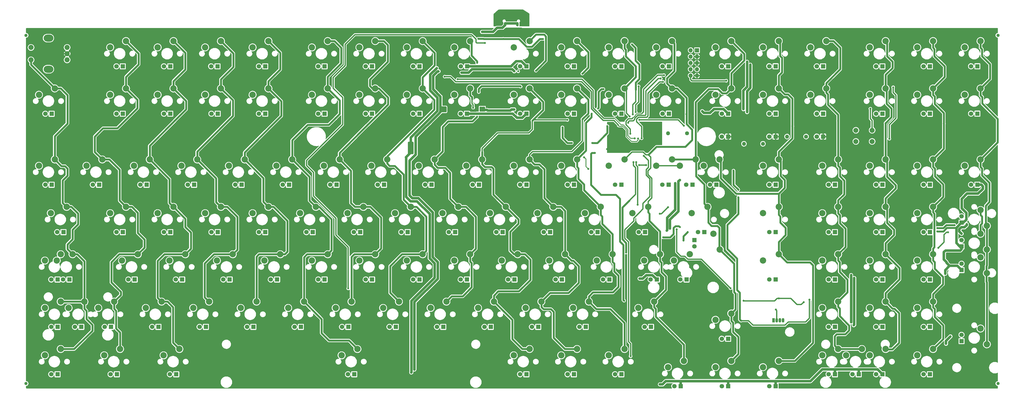
<source format=gbr>
G04 #@! TF.GenerationSoftware,KiCad,Pcbnew,(5.99.0-2555-g9cc6a77cc-dirty)*
G04 #@! TF.CreationDate,2020-08-06T21:59:28-04:00*
G04 #@! TF.ProjectId,Boston-keyboard-S,426f7374-6f6e-42d6-9b65-79626f617264,rev?*
G04 #@! TF.SameCoordinates,Original*
G04 #@! TF.FileFunction,Copper,L1,Top*
G04 #@! TF.FilePolarity,Positive*
%FSLAX46Y46*%
G04 Gerber Fmt 4.6, Leading zero omitted, Abs format (unit mm)*
G04 Created by KiCad (PCBNEW (5.99.0-2555-g9cc6a77cc-dirty)) date 2020-08-06 21:59:28*
%MOMM*%
%LPD*%
G01*
G04 APERTURE LIST*
G04 #@! TA.AperFunction,ComponentPad*
%ADD10O,1.070000X1.800000*%
G04 #@! TD*
G04 #@! TA.AperFunction,ComponentPad*
%ADD11R,1.070000X1.800000*%
G04 #@! TD*
G04 #@! TA.AperFunction,WasherPad*
%ADD12C,1.300000*%
G04 #@! TD*
G04 #@! TA.AperFunction,ComponentPad*
%ADD13C,1.800000*%
G04 #@! TD*
G04 #@! TA.AperFunction,ComponentPad*
%ADD14R,1.800000X1.800000*%
G04 #@! TD*
G04 #@! TA.AperFunction,ComponentPad*
%ADD15C,2.540000*%
G04 #@! TD*
G04 #@! TA.AperFunction,ComponentPad*
%ADD16O,1.100000X2.200000*%
G04 #@! TD*
G04 #@! TA.AperFunction,ComponentPad*
%ADD17O,1.300000X1.900000*%
G04 #@! TD*
G04 #@! TA.AperFunction,ComponentPad*
%ADD18O,1.700000X1.700000*%
G04 #@! TD*
G04 #@! TA.AperFunction,ComponentPad*
%ADD19R,1.700000X1.700000*%
G04 #@! TD*
G04 #@! TA.AperFunction,ComponentPad*
%ADD20O,3.900000X2.799999*%
G04 #@! TD*
G04 #@! TA.AperFunction,ComponentPad*
%ADD21C,2.032000*%
G04 #@! TD*
G04 #@! TA.AperFunction,ComponentPad*
%ADD22C,2.000000*%
G04 #@! TD*
G04 #@! TA.AperFunction,ComponentPad*
%ADD23C,1.600000*%
G04 #@! TD*
G04 #@! TA.AperFunction,ComponentPad*
%ADD24O,1.600000X1.600000*%
G04 #@! TD*
G04 #@! TA.AperFunction,ViaPad*
%ADD25C,0.800000*%
G04 #@! TD*
G04 #@! TA.AperFunction,ViaPad*
%ADD26C,0.600000*%
G04 #@! TD*
G04 #@! TA.AperFunction,Conductor*
%ADD27C,0.500000*%
G04 #@! TD*
G04 #@! TA.AperFunction,Conductor*
%ADD28C,0.750000*%
G04 #@! TD*
G04 #@! TA.AperFunction,Conductor*
%ADD29C,0.300000*%
G04 #@! TD*
G04 #@! TA.AperFunction,Conductor*
%ADD30C,1.000000*%
G04 #@! TD*
G04 #@! TA.AperFunction,Conductor*
%ADD31C,0.200000*%
G04 #@! TD*
G04 #@! TA.AperFunction,Conductor*
%ADD32C,0.254000*%
G04 #@! TD*
G04 APERTURE END LIST*
D10*
X294799000Y-59600000D03*
X293529000Y-59600000D03*
X292259000Y-59600000D03*
D11*
X290989000Y-59600000D03*
D12*
X381000000Y-85000000D03*
X381000000Y55000000D03*
X-9000000Y-85000000D03*
X-9000000Y55000000D03*
D13*
X255905000Y-5080000D03*
D14*
X258445000Y-5080000D03*
D13*
X246375000Y-5062500D03*
D14*
X248915000Y-5062500D03*
D13*
X265430000Y-5080000D03*
D14*
X267970000Y-5080000D03*
D15*
X224790000Y2540000D03*
X231140000Y5080000D03*
X243840000Y2540000D03*
X250190000Y5080000D03*
X262890000Y2540000D03*
X269240000Y5080000D03*
D16*
X190037000Y60200000D03*
D17*
X190037000Y64400000D03*
X181437000Y64400000D03*
D16*
X181437000Y60200000D03*
D18*
X257710000Y38840000D03*
X260250000Y38840000D03*
X257710000Y41380000D03*
X260250000Y41380000D03*
X257710000Y43920000D03*
X260250000Y43920000D03*
X257710000Y46460000D03*
X260250000Y46460000D03*
X257710000Y49000000D03*
D19*
X260250000Y49000000D03*
D20*
X0Y53875000D03*
X0Y41375000D03*
D21*
X-7000000Y50125000D03*
X-7000000Y45125000D03*
X7500000Y47625000D03*
X7500000Y45125000D03*
X7500000Y50125000D03*
D15*
X67627500Y-35560000D03*
X73977500Y-33020000D03*
X40640000Y5080000D03*
X34290000Y2540000D03*
X-3810000Y31115000D03*
X2540000Y33655000D03*
X2540000Y5080000D03*
X-3810000Y2540000D03*
X952500Y-16510000D03*
X7302500Y-13970000D03*
X-1428750Y-54610000D03*
X4921250Y-52070000D03*
X4921250Y-71120000D03*
X-1428750Y-73660000D03*
X14446250Y-52070000D03*
X8096250Y-54610000D03*
X31115000Y33655000D03*
X24765000Y31115000D03*
X21590000Y5080000D03*
X15240000Y2540000D03*
X31115000Y-13970000D03*
X24765000Y-16510000D03*
X29527500Y-35560000D03*
X35877500Y-33020000D03*
X26352500Y-52070000D03*
X20002500Y-54610000D03*
X22383750Y-73660000D03*
X28733750Y-71120000D03*
X50165000Y33655000D03*
X43815000Y31115000D03*
X50165000Y-13970000D03*
X43815000Y-16510000D03*
X48577500Y-35560000D03*
X54927500Y-33020000D03*
X39052500Y-54610000D03*
X45402500Y-52070000D03*
X52546250Y-71120000D03*
X46196250Y-73660000D03*
X62865000Y31115000D03*
X69215000Y33655000D03*
X53340000Y2540000D03*
X59690000Y5080000D03*
X62865000Y-16510000D03*
X69215000Y-13970000D03*
X58102500Y-54610000D03*
X64452500Y-52070000D03*
X81915000Y31115000D03*
X88265000Y33655000D03*
X72390000Y2540000D03*
X78740000Y5080000D03*
X81915000Y-16510000D03*
X88265000Y-13970000D03*
X86677500Y-35560000D03*
X93027500Y-33020000D03*
X77152500Y-54610000D03*
X83502500Y-52070000D03*
X105727500Y31115000D03*
X112077500Y33655000D03*
X91440000Y2540000D03*
X97790000Y5080000D03*
X107315000Y-13970000D03*
X100965000Y-16510000D03*
X105727500Y-35560000D03*
X112077500Y-33020000D03*
X102552500Y-52070000D03*
X96202500Y-54610000D03*
X117633750Y-73660000D03*
X123983750Y-71120000D03*
X131127500Y33655000D03*
X124777500Y31115000D03*
X116840000Y5080000D03*
X110490000Y2540000D03*
X126365000Y-13970000D03*
X120015000Y-16510000D03*
X131127500Y-33020000D03*
X124777500Y-35560000D03*
X121602500Y-52070000D03*
X115252500Y-54610000D03*
X143827500Y31115000D03*
X150177500Y33655000D03*
X129540000Y2540000D03*
X135890000Y5080000D03*
X139065000Y-16510000D03*
X145415000Y-13970000D03*
X150177500Y-33020000D03*
X143827500Y-35560000D03*
X134302500Y-54610000D03*
X140652500Y-52070000D03*
X169227500Y33655000D03*
X162877500Y31115000D03*
X154940000Y5080000D03*
X148590000Y2540000D03*
X164465000Y-13970000D03*
X158115000Y-16510000D03*
X169227500Y-33020000D03*
X162877500Y-35560000D03*
X159702500Y-52070000D03*
X153352500Y-54610000D03*
X193040000Y33655000D03*
X186690000Y31115000D03*
X167640000Y2540000D03*
X173990000Y5080000D03*
X177165000Y-16510000D03*
X183515000Y-13970000D03*
X181927500Y-35560000D03*
X188277500Y-33020000D03*
X172402500Y-54610000D03*
X178752500Y-52070000D03*
X186690000Y-73660000D03*
X193040000Y-71120000D03*
X212090000Y33655000D03*
X205740000Y31115000D03*
X186690000Y2540000D03*
X193040000Y5080000D03*
X202565000Y-13970000D03*
X196215000Y-16510000D03*
X200977500Y-35560000D03*
X207327500Y-33020000D03*
X191452500Y-54610000D03*
X197802500Y-52070000D03*
X205740000Y-73660000D03*
X212090000Y-71120000D03*
X231140000Y33655000D03*
X224790000Y31115000D03*
X212090000Y5080000D03*
X205740000Y2540000D03*
X221615000Y-13970000D03*
X215265000Y-16510000D03*
X226377500Y-33020000D03*
X220027500Y-35560000D03*
X210502500Y-54610000D03*
X216852500Y-52070000D03*
X224790000Y-73660000D03*
X231140000Y-71120000D03*
X243840000Y31115000D03*
X250190000Y33655000D03*
X240665000Y-13970000D03*
X234315000Y-16510000D03*
X250983964Y-35560000D03*
X257333964Y-33020000D03*
X236696250Y-54610000D03*
X243046250Y-52070000D03*
X245427500Y-33020000D03*
X239077500Y-35560000D03*
X248602500Y-78422500D03*
X254952500Y-75882500D03*
X259715000Y5080000D03*
X253365000Y2540000D03*
X264477500Y-13970000D03*
X258127500Y-16510000D03*
X274002500Y-56832500D03*
X267652500Y-59372500D03*
X267652500Y-78422500D03*
X274002500Y-75882500D03*
X274002500Y52705000D03*
X267652500Y50165000D03*
X274002500Y33655000D03*
X267652500Y31115000D03*
X293052500Y-75882500D03*
X286702500Y-78422500D03*
X293052500Y52705000D03*
X286702500Y50165000D03*
X293052500Y33655000D03*
X286702500Y31115000D03*
X286702500Y2540000D03*
X293052500Y5080000D03*
X286702500Y-16510000D03*
X293052500Y-13970000D03*
X286702500Y-35560000D03*
X293052500Y-33020000D03*
X312102500Y52705000D03*
X305752500Y50165000D03*
X305752500Y31115000D03*
X312102500Y33655000D03*
X316865000Y5080000D03*
X310515000Y2540000D03*
X316865000Y-13970000D03*
X310515000Y-16510000D03*
X316865000Y-33020000D03*
X310515000Y-35560000D03*
X316865000Y-52070000D03*
X310515000Y-54610000D03*
X320040000Y-73660000D03*
X326390000Y-71120000D03*
X310515000Y-73660000D03*
X316865000Y-71120000D03*
X335915000Y52705000D03*
X329565000Y50165000D03*
X335915000Y33655000D03*
X329565000Y31115000D03*
X335915000Y5080000D03*
X329565000Y2540000D03*
X329565000Y-16510000D03*
X335915000Y-13970000D03*
X329565000Y-35560000D03*
X335915000Y-33020000D03*
X329565000Y-54610000D03*
X335915000Y-52070000D03*
X329565000Y-73660000D03*
X335915000Y-71120000D03*
X348615000Y50165000D03*
X354965000Y52705000D03*
X348615000Y31115000D03*
X354965000Y33655000D03*
X348615000Y2540000D03*
X354965000Y5080000D03*
X348615000Y-16510000D03*
X354965000Y-13970000D03*
X354965000Y-33020000D03*
X348615000Y-35560000D03*
X354965000Y-52070000D03*
X348615000Y-54610000D03*
X354965000Y-71120000D03*
X348615000Y-73660000D03*
X374015000Y52705000D03*
X367665000Y50165000D03*
X374015000Y33655000D03*
X367665000Y31115000D03*
X367665000Y2540000D03*
X374015000Y5080000D03*
D22*
X330500000Y12330000D03*
X330500000Y16830000D03*
X324000000Y12330000D03*
X324000000Y16830000D03*
D15*
X269398750Y-31115000D03*
X266858750Y-24765000D03*
D14*
X272732500Y14287500D03*
D13*
X270192500Y14287500D03*
X289242500Y14287500D03*
D14*
X291782500Y14287500D03*
X310832500Y14287500D03*
D13*
X308292500Y14287500D03*
D15*
X212090000Y52705000D03*
X205740000Y50165000D03*
X224790000Y50165000D03*
X231140000Y52705000D03*
X250190000Y52705000D03*
X243840000Y50165000D03*
X374015000Y-15240000D03*
X376555000Y-21590000D03*
X376555000Y-40640000D03*
X374015000Y-34290000D03*
X-1428750Y-35560000D03*
X4921250Y-33020000D03*
X3333750Y-35560000D03*
X9683750Y-33020000D03*
X24765000Y50165000D03*
X31115000Y52705000D03*
X50165000Y52705000D03*
X43815000Y50165000D03*
X69215000Y52705000D03*
X62865000Y50165000D03*
X81915000Y50165000D03*
X88265000Y52705000D03*
X112077590Y52705000D03*
X105727590Y50165000D03*
X124777606Y50165000D03*
X131127606Y52705000D03*
X150177500Y52705000D03*
X143827500Y50165000D03*
X162877500Y50165000D03*
X169227500Y52705000D03*
X193040160Y52705000D03*
X186690160Y50165000D03*
D14*
X1270000Y23469600D03*
D13*
X-1270000Y23469600D03*
D14*
X1270000Y-5080000D03*
D13*
X-1270000Y-5080000D03*
X3492500Y-24130000D03*
D14*
X6032500Y-24130000D03*
D13*
X1111250Y-43180000D03*
D14*
X3651250Y-43180000D03*
D13*
X1111250Y-62230000D03*
D14*
X3651250Y-62230000D03*
D13*
X1111250Y-81280000D03*
D14*
X3651250Y-81280000D03*
D13*
X27305000Y42545000D03*
D14*
X29845000Y42545000D03*
X29845000Y23495000D03*
D13*
X27305000Y23495000D03*
X17780000Y-5080000D03*
D14*
X20320000Y-5080000D03*
X29845000Y-24130000D03*
D13*
X27305000Y-24130000D03*
X32067500Y-43180000D03*
D14*
X34607500Y-43180000D03*
D13*
X22542500Y-62230000D03*
D14*
X25082500Y-62230000D03*
X27463750Y-81280000D03*
D13*
X24923750Y-81280000D03*
X46355000Y42545000D03*
D14*
X48895000Y42545000D03*
D13*
X46355000Y23495000D03*
D14*
X48895000Y23495000D03*
X39370000Y-5080000D03*
D13*
X36830000Y-5080000D03*
D14*
X48895000Y-24130000D03*
D13*
X46355000Y-24130000D03*
X51117500Y-43180000D03*
D14*
X53657500Y-43180000D03*
D13*
X41592500Y-62230000D03*
D14*
X44132500Y-62230000D03*
X51276250Y-81280000D03*
D13*
X48736250Y-81280000D03*
X65278000Y42545000D03*
D14*
X67818000Y42545000D03*
D13*
X65405000Y23495000D03*
D14*
X67945000Y23495000D03*
D13*
X55880000Y-5080000D03*
D14*
X58420000Y-5080000D03*
X67945000Y-24130000D03*
D13*
X65405000Y-24130000D03*
X70167500Y-43180000D03*
D14*
X72707500Y-43180000D03*
X63182500Y-62230000D03*
D13*
X60642500Y-62230000D03*
D14*
X86995000Y42545000D03*
D13*
X84455000Y42545000D03*
D14*
X86995000Y23495000D03*
D13*
X84455000Y23495000D03*
D14*
X77470000Y-5080000D03*
D13*
X74930000Y-5080000D03*
X84455000Y-24130000D03*
D14*
X86995000Y-24130000D03*
D13*
X89217500Y-43180000D03*
D14*
X91757500Y-43180000D03*
X82232500Y-62230000D03*
D13*
X79692500Y-62230000D03*
X108267500Y42545000D03*
D14*
X110807500Y42545000D03*
D13*
X108267500Y23495000D03*
D14*
X110807500Y23495000D03*
D13*
X93980000Y-5080000D03*
D14*
X96520000Y-5080000D03*
X106045000Y-24130000D03*
D13*
X103505000Y-24130000D03*
D14*
X110807500Y-43180000D03*
D13*
X108267500Y-43180000D03*
D14*
X101282500Y-62230000D03*
D13*
X98742500Y-62230000D03*
D14*
X122713750Y-81280000D03*
D13*
X120173750Y-81280000D03*
X127317500Y42545000D03*
D14*
X129857500Y42545000D03*
X129857500Y23495000D03*
D13*
X127317500Y23495000D03*
D14*
X115570000Y-5080000D03*
D13*
X113030000Y-5080000D03*
X122555000Y-24130000D03*
D14*
X125095000Y-24130000D03*
X129857500Y-43180000D03*
D13*
X127317500Y-43180000D03*
X117792500Y-62230000D03*
D14*
X120332500Y-62230000D03*
X148907500Y42545000D03*
D13*
X146367500Y42545000D03*
D14*
X148907500Y23495000D03*
D13*
X146367500Y23495000D03*
D14*
X134620000Y-5080000D03*
D13*
X132080000Y-5080000D03*
X141605000Y-24130000D03*
D14*
X144145000Y-24130000D03*
D13*
X146367500Y-43180000D03*
D14*
X148907500Y-43180000D03*
X139382500Y-62230000D03*
D13*
X136842500Y-62230000D03*
X165455600Y42545000D03*
D14*
X167995600Y42545000D03*
D13*
X165417500Y23495000D03*
D14*
X167957500Y23495000D03*
D13*
X151130000Y-5080000D03*
D14*
X153670000Y-5080000D03*
D13*
X160655000Y-24130000D03*
D14*
X163195000Y-24130000D03*
X167957500Y-43180000D03*
D13*
X165417500Y-43180000D03*
X155892500Y-62230000D03*
D14*
X158432500Y-62230000D03*
D13*
X189230000Y42545000D03*
D14*
X191770000Y42545000D03*
X191770000Y23495000D03*
D13*
X189230000Y23495000D03*
D14*
X172720000Y-5080000D03*
D13*
X170180000Y-5080000D03*
D14*
X182245000Y-24130000D03*
D13*
X179705000Y-24130000D03*
D14*
X187007500Y-43180000D03*
D13*
X184467500Y-43180000D03*
D14*
X177482500Y-62230000D03*
D13*
X174942500Y-62230000D03*
X189230000Y-81280000D03*
D14*
X191770000Y-81280000D03*
D13*
X208280000Y42545000D03*
D14*
X210820000Y42545000D03*
X210820000Y23495000D03*
D13*
X208280000Y23495000D03*
D14*
X191770000Y-5080000D03*
D13*
X189230000Y-5080000D03*
D14*
X201295000Y-24130000D03*
D13*
X198755000Y-24130000D03*
X203517500Y-43180000D03*
D14*
X206057500Y-43180000D03*
X196532500Y-62230000D03*
D13*
X193992500Y-62230000D03*
D14*
X210820000Y-81280000D03*
D13*
X208280000Y-81280000D03*
X227330000Y42545000D03*
D14*
X229870000Y42545000D03*
D13*
X227330000Y23495000D03*
D14*
X229870000Y23495000D03*
X210820000Y-5080000D03*
D13*
X208280000Y-5080000D03*
X217805000Y-24130000D03*
D14*
X220345000Y-24130000D03*
D13*
X222567500Y-43180000D03*
D14*
X225107500Y-43180000D03*
X215582500Y-62230000D03*
D13*
X213042500Y-62230000D03*
X227330000Y-81280000D03*
D14*
X229870000Y-81280000D03*
D13*
X246380000Y42545000D03*
D14*
X248920000Y42545000D03*
X248920000Y23500000D03*
D13*
X246380000Y23500000D03*
D14*
X229870000Y-5080000D03*
D13*
X227330000Y-5080000D03*
X236855000Y-24130000D03*
D14*
X239395000Y-24130000D03*
D13*
X241617500Y-43180000D03*
D14*
X244157500Y-43180000D03*
D13*
X239236250Y-62230000D03*
D14*
X241776250Y-62230000D03*
D13*
X251142500Y-86042500D03*
D14*
X253682500Y-86042500D03*
D13*
X270205200Y42545000D03*
D14*
X272745200Y42545000D03*
X272732500Y23500000D03*
D13*
X270192500Y23500000D03*
D14*
X263207500Y-24130000D03*
D13*
X260667500Y-24130000D03*
X253523750Y-43180000D03*
D14*
X256063750Y-43180000D03*
D13*
X270192500Y-66992500D03*
D14*
X272732500Y-66992500D03*
D13*
X270192500Y-86042500D03*
D14*
X272732500Y-86042500D03*
D13*
X289242500Y42570400D03*
D14*
X291782500Y42570400D03*
X291800000Y23500000D03*
D13*
X289260000Y23500000D03*
D14*
X291782500Y-5080000D03*
D13*
X289242500Y-5080000D03*
X289242500Y-24130000D03*
D14*
X291782500Y-24130000D03*
D13*
X289242500Y-43180000D03*
D14*
X291782500Y-43180000D03*
X291782500Y-86042500D03*
D13*
X289242500Y-86042500D03*
X308292500Y42519600D03*
D14*
X310832500Y42519600D03*
X310832500Y23500000D03*
D13*
X308292500Y23500000D03*
X313055000Y-5080000D03*
D14*
X315595000Y-5080000D03*
D13*
X313055000Y-24130000D03*
D14*
X315595000Y-24130000D03*
X315595000Y-43180000D03*
D13*
X313055000Y-43180000D03*
D14*
X315595000Y-62230000D03*
D13*
X313055000Y-62230000D03*
D14*
X325120000Y-81280000D03*
D13*
X322580000Y-81280000D03*
X332105000Y42519600D03*
D14*
X334645000Y42519600D03*
X334645000Y23469600D03*
D13*
X332105000Y23469600D03*
D14*
X334645000Y-5080000D03*
D13*
X332105000Y-5080000D03*
X332105000Y-24130000D03*
D14*
X334645000Y-24130000D03*
X334645000Y-43180000D03*
D13*
X332105000Y-43180000D03*
D14*
X334645000Y-62230000D03*
D13*
X332105000Y-62230000D03*
X332105000Y-81280000D03*
D14*
X334645000Y-81280000D03*
D13*
X351155000Y42570400D03*
D14*
X353695000Y42570400D03*
D13*
X351155000Y23469600D03*
D14*
X353695000Y23469600D03*
X353695000Y-5080000D03*
D13*
X351155000Y-5080000D03*
X351155000Y-24130000D03*
D14*
X353695000Y-24130000D03*
X353695000Y-43180000D03*
D13*
X351155000Y-43180000D03*
X351155000Y-62230000D03*
D14*
X353695000Y-62230000D03*
X353695000Y-81280000D03*
D13*
X351155000Y-81280000D03*
D14*
X372745000Y42570400D03*
D13*
X370205000Y42570400D03*
X370205000Y23520400D03*
D14*
X372745000Y23520400D03*
X372745000Y-5080000D03*
D13*
X370205000Y-5080000D03*
D14*
X366395000Y-39370000D03*
D13*
X366395000Y-36830000D03*
X366395000Y-27305000D03*
D14*
X366395000Y-29845000D03*
X366395000Y-67945000D03*
D13*
X366395000Y-65405000D03*
D14*
X8413750Y-43180000D03*
D13*
X5873750Y-43180000D03*
D14*
X315595000Y-81280000D03*
D13*
X313055000Y-81280000D03*
D14*
X366395000Y-20320000D03*
D13*
X366395000Y-17780000D03*
X10636250Y-62230000D03*
D14*
X13176250Y-62230000D03*
D13*
X259238750Y-29845000D03*
D14*
X259238750Y-27305000D03*
D15*
X374015000Y-24765000D03*
X376555000Y-31115000D03*
D23*
X304000000Y14300000D03*
D24*
X296380000Y14300000D03*
X279080000Y11400000D03*
D23*
X286700000Y11400000D03*
X256220000Y15600000D03*
D24*
X248600000Y15600000D03*
D15*
X374015000Y-62865000D03*
X376555000Y-69215000D03*
D25*
X291847500Y-55247500D03*
X323319990Y-42580010D03*
X323124990Y-61555010D03*
X322075000Y-60375000D03*
X322100000Y-41400000D03*
X363590000Y-21260000D03*
X356620000Y-22450000D03*
X356620000Y-23810000D03*
X248071260Y-23491260D03*
X251520000Y-4420000D03*
X253325000Y-3150000D03*
X249425000Y-22625000D03*
X256467500Y-24130000D03*
X254800625Y-27499375D03*
X246670000Y-26200000D03*
X237200000Y-42810000D03*
X368480000Y-20940000D03*
X366430000Y-24760000D03*
X357080000Y-30440000D03*
X361000000Y-24150000D03*
X359850000Y-40860000D03*
X280341260Y24133740D03*
X281633740Y43183740D03*
X278863750Y25313750D03*
X280338750Y44363750D03*
X329803125Y25479375D03*
X262337500Y24512500D03*
X263037500Y23812500D03*
X236811250Y34511250D03*
X235650000Y24200000D03*
X234500000Y23250000D03*
X233200000Y22400000D03*
X361925000Y-66050000D03*
X360150000Y-69000000D03*
X305350000Y-51250000D03*
X175100000Y51975000D03*
X278950000Y-51730000D03*
X120300000Y-46740000D03*
X293050000Y-50750000D03*
X303030000Y-52260000D03*
X245350000Y-85350000D03*
X246410000Y-85350000D03*
X205680000Y11820000D03*
X16390000Y35680000D03*
X19050000Y17670000D03*
X214910000Y5990000D03*
X216590000Y1330000D03*
X178355625Y28098750D03*
X177403125Y27146250D03*
X178355625Y27146250D03*
X179308125Y27146250D03*
X149050000Y8690000D03*
X149066250Y10120000D03*
X149060000Y11370000D03*
X150800000Y8900000D03*
X150780000Y11410000D03*
X150800000Y10160000D03*
X159140000Y25313750D03*
X158187500Y25313750D03*
X146829395Y-79388750D03*
X145576885Y-80568760D03*
X154781250Y-42624375D03*
X156282500Y-41361250D03*
X146850625Y-60411250D03*
X145649385Y-61591260D03*
X154200000Y-22300000D03*
X153000000Y-23500000D03*
X144900000Y-3200000D03*
X143555010Y-4444990D03*
X145430000Y10160000D03*
X145410000Y8890000D03*
X157313750Y25313750D03*
X156535000Y40535000D03*
X155690010Y41790010D03*
X155050000Y23550000D03*
X159000000Y38400000D03*
X145410000Y11460000D03*
X145440000Y7610000D03*
X337425000Y13425000D03*
X338950000Y34100000D03*
X271975000Y36750000D03*
X189450000Y34400000D03*
X220500000Y25600000D03*
X222680000Y33380000D03*
X186900000Y25205000D03*
X174600000Y25000000D03*
X174600000Y25955625D03*
X173400000Y25955625D03*
X173406250Y25006250D03*
X30980625Y20979375D03*
X50671875Y20668125D03*
X170430000Y25900000D03*
X115175000Y21675000D03*
X128095000Y18995000D03*
X149535000Y19935000D03*
X188500000Y40550000D03*
X186925000Y40550000D03*
X165775000Y39975000D03*
X166725000Y39975000D03*
X164220000Y37370000D03*
X273710000Y-46680000D03*
X252060000Y-23020000D03*
X253340901Y-22089099D03*
X245300000Y-16700000D03*
X248643750Y-14066250D03*
X239857500Y2857500D03*
X237057500Y2857500D03*
X195600000Y40800000D03*
X172030000Y43950000D03*
X214210000Y39610000D03*
X217970000Y23490000D03*
X235280000Y13570000D03*
X236610000Y13510000D03*
X277900000Y-59700000D03*
X224150000Y9250000D03*
X225050000Y9250000D03*
X226000000Y9250000D03*
X208200000Y21000000D03*
X216600000Y23600000D03*
X243162500Y14087500D03*
X242430000Y19685000D03*
X229130000Y9820000D03*
X227237500Y18500000D03*
X224250000Y18500000D03*
X218250000Y11750000D03*
X210000000Y11750000D03*
X210000000Y10500000D03*
X206250000Y18000000D03*
X204500000Y19500000D03*
X233600000Y-74000000D03*
X234700000Y4000000D03*
X235800000Y4000000D03*
X247000000Y39000000D03*
X245700000Y37600000D03*
X246600000Y36300000D03*
X255000000Y18700000D03*
X237100000Y21000000D03*
X232660000Y19860000D03*
X233460000Y15410000D03*
X238000000Y13600000D03*
X180375000Y56125000D03*
X179625000Y55375000D03*
X172500000Y53600000D03*
X189725000Y56625000D03*
X189725000Y57625000D03*
X172700000Y32200000D03*
X176200000Y56400000D03*
X175100000Y56400000D03*
X174000000Y56400000D03*
X359300000Y19500000D03*
X335915000Y19715000D03*
X316865000Y20635000D03*
X298500000Y18500000D03*
X259710000Y22610000D03*
X256025000Y23325000D03*
X234140000Y51340000D03*
X219200000Y7750000D03*
X238890000Y6570000D03*
X230990000Y-51690000D03*
X231800000Y-32300000D03*
X236413750Y-13113750D03*
X276800000Y-10100000D03*
X276800000Y-7100000D03*
X274900000Y600000D03*
X7620000Y19526250D03*
X74000000Y22600000D03*
X93400000Y22600000D03*
X171975000Y22275000D03*
D26*
X198450000Y53550000D03*
X188200000Y59100000D03*
X188200000Y59800000D03*
X183300000Y59100000D03*
X183300000Y59800000D03*
D27*
X292259000Y-55836000D02*
X292259000Y-55659000D01*
X292259000Y-55659000D02*
X291847500Y-55247500D01*
X292259000Y-55836000D02*
X292259000Y-59600000D01*
D28*
X259900000Y-1600000D02*
X259900000Y-1670000D01*
X259900000Y-1670000D02*
X263160000Y-4930000D01*
X263160000Y-12652500D02*
X264477500Y-13970000D01*
X263160000Y-4930000D02*
X263160000Y-12652500D01*
D29*
X234520000Y21920000D02*
X234740000Y21920000D01*
X234740000Y21920000D02*
X235680000Y22860000D01*
X235680000Y22860000D02*
X235680000Y23140000D01*
X235680000Y23140000D02*
X235930000Y23390000D01*
X234520000Y21920000D02*
X234520000Y21980000D01*
X235930000Y23390000D02*
X237940000Y23390000D01*
X237940000Y23390000D02*
X238150000Y23600000D01*
D30*
X360340000Y-36160000D02*
X360340000Y-36460000D01*
X360340000Y-36460000D02*
X361560000Y-37680000D01*
X366395000Y-30975000D02*
X365850000Y-31520000D01*
X366395000Y-29845000D02*
X366395000Y-30975000D01*
X359320000Y-35140000D02*
X360340000Y-36160000D01*
X359970000Y-31520000D02*
X359320000Y-32170000D01*
X365850000Y-31520000D02*
X359970000Y-31520000D01*
X359320000Y-32170000D02*
X359320000Y-35140000D01*
X323319990Y-42580010D02*
X323319990Y-61360010D01*
X323319990Y-61360010D02*
X323124990Y-61555010D01*
X322100000Y-41400000D02*
X322100000Y-60350000D01*
D28*
X322100000Y-60350000D02*
X322075000Y-60375000D01*
X360270000Y-21260000D02*
X363590000Y-21260000D01*
X356620000Y-22450000D02*
X359080000Y-22450000D01*
X359080000Y-22450000D02*
X360270000Y-21260000D01*
X356620000Y-23810000D02*
X359090000Y-23810000D01*
X359090000Y-23810000D02*
X360505000Y-22395000D01*
X360505000Y-22395000D02*
X364320000Y-22395000D01*
X355500000Y-21100000D02*
X355500000Y-30200000D01*
X355500000Y-30200000D02*
X354965000Y-30735000D01*
D30*
X248244990Y-23317530D02*
X248071260Y-23491260D01*
X251520000Y-4420000D02*
X251520000Y-15100000D01*
X248244990Y-18375010D02*
X248244990Y-23317530D01*
X251520000Y-15100000D02*
X248244990Y-18375010D01*
X249425000Y-22625000D02*
X249425000Y-19135000D01*
X249425000Y-19135000D02*
X252780000Y-15780000D01*
X252780000Y-15780000D02*
X252780000Y-3695000D01*
X252780000Y-3695000D02*
X253325000Y-3150000D01*
D28*
X246670000Y-26200000D02*
X249500000Y-26200000D01*
X252940902Y-21689100D02*
X253340901Y-22089099D01*
X250860000Y-24840000D02*
X250860000Y-22430000D01*
X249500000Y-26200000D02*
X250860000Y-24840000D01*
X250860000Y-22430000D02*
X251600900Y-21689100D01*
X251600900Y-21689100D02*
X252940902Y-21689100D01*
X254800625Y-27499375D02*
X254800625Y-25796875D01*
X254800625Y-25796875D02*
X256467500Y-24130000D01*
D27*
X252060000Y-24630000D02*
X252060000Y-23020000D01*
X254690000Y-33810000D02*
X253750000Y-33810000D01*
X252060000Y-32120000D02*
X252060000Y-24630000D01*
X253750000Y-33810000D02*
X252060000Y-32120000D01*
D30*
X237200000Y-42810000D02*
X238480000Y-42810000D01*
X242397500Y-41420000D02*
X244157500Y-43180000D01*
X238480000Y-42810000D02*
X239870000Y-41420000D01*
X239870000Y-41420000D02*
X242397500Y-41420000D01*
X365500010Y-22949990D02*
X366280000Y-22170000D01*
X365500010Y-23830010D02*
X365500010Y-22949990D01*
X366280000Y-22170000D02*
X367569002Y-22170000D01*
X367569002Y-22170000D02*
X368480000Y-21259002D01*
X368480000Y-21259002D02*
X368480000Y-20940000D01*
X366430000Y-24760000D02*
X365500010Y-23830010D01*
X366395000Y-29845000D02*
X365665000Y-29845000D01*
X364320000Y-22395000D02*
X366395000Y-20320000D01*
X365665000Y-29845000D02*
X364320000Y-28500000D01*
X364320000Y-28500000D02*
X364320000Y-22395000D01*
X368330000Y-19090000D02*
X368330000Y-16410000D01*
X373030000Y-8630000D02*
X374960000Y-6700000D01*
X367100000Y-20320000D02*
X368330000Y-19090000D01*
X368610000Y-8630000D02*
X373030000Y-8630000D01*
X374330000Y-5080000D02*
X372745000Y-5080000D01*
X374960000Y-6700000D02*
X374960000Y-5710000D01*
X368330000Y-16410000D02*
X366450000Y-14530000D01*
X366395000Y-20320000D02*
X367100000Y-20320000D01*
X366450000Y-10790000D02*
X368610000Y-8630000D01*
X366450000Y-14530000D02*
X366450000Y-10790000D01*
X374960000Y-5710000D02*
X374330000Y-5080000D01*
D27*
X357080000Y-30440000D02*
X359400000Y-28120000D01*
X359400000Y-25090000D02*
X360340000Y-24150000D01*
X359400000Y-28120000D02*
X359400000Y-25090000D01*
X360340000Y-24150000D02*
X361000000Y-24150000D01*
D30*
X364705000Y-37680000D02*
X366395000Y-39370000D01*
X359850000Y-40860000D02*
X359850000Y-39390000D01*
X359850000Y-39390000D02*
X361560000Y-37680000D01*
X361560000Y-37680000D02*
X364705000Y-37680000D01*
X280341260Y32572500D02*
X280341260Y24133740D01*
X281633740Y33864980D02*
X280341260Y32572500D01*
X281633740Y39064980D02*
X281633740Y33864980D01*
X281633740Y43183740D02*
X281633740Y39064980D01*
X278863750Y32838750D02*
X278863750Y25313750D01*
X280338750Y44363750D02*
X280338750Y34313750D01*
X280338750Y34313750D02*
X278863750Y32838750D01*
D27*
X330500000Y16830000D02*
X330500000Y20750000D01*
X330500000Y20750000D02*
X329803125Y21446875D01*
X329803125Y21446875D02*
X329803125Y25479375D01*
D30*
X262337500Y24512500D02*
X263037500Y23812500D01*
X263037500Y23812500D02*
X265512500Y23812500D01*
X265512500Y23812500D02*
X267050000Y25350000D01*
X267050000Y25350000D02*
X270882500Y25350000D01*
X270882500Y25350000D02*
X272732500Y23500000D01*
X272732500Y23500000D02*
X272732500Y23282500D01*
D27*
X235650000Y24200000D02*
X235650000Y25370000D01*
X235650000Y25370000D02*
X235700000Y25420000D01*
X234500000Y23250000D02*
X234500000Y24300000D01*
X233200000Y22400000D02*
X231900000Y23700000D01*
X234520000Y21770000D02*
X234520000Y21920000D01*
X238150000Y23600000D02*
X238800000Y24250000D01*
X238800000Y24250000D02*
X238800000Y27170000D01*
X239700000Y23050000D02*
X239450000Y22800000D01*
X239700000Y26810000D02*
X239700000Y23050000D01*
X239450000Y22800000D02*
X236450000Y22800000D01*
X236450000Y22800000D02*
X235260000Y21610000D01*
X235260000Y21610000D02*
X235260000Y21160000D01*
X236000000Y21250000D02*
X236800000Y22050000D01*
X236800000Y22050000D02*
X240100000Y22050000D01*
X240100000Y22050000D02*
X240600000Y22550000D01*
X240600000Y22550000D02*
X240600000Y26600000D01*
X236000000Y20300000D02*
X236000000Y21250000D01*
X236811250Y34511250D02*
X236811250Y28261250D01*
X236811250Y28261250D02*
X235700000Y27150000D01*
X235700000Y27150000D02*
X235700000Y25420000D01*
X235700000Y25420000D02*
X235710000Y25410000D01*
X234500000Y27150000D02*
X234500000Y24300000D01*
X235680000Y33110000D02*
X235680000Y28330000D01*
X235680000Y28330000D02*
X234500000Y27150000D01*
X231900000Y23700000D02*
X231900000Y32895000D01*
X231900000Y32895000D02*
X231140000Y33655000D01*
D30*
X360150000Y-67825000D02*
X361925000Y-66050000D01*
X360150000Y-69000000D02*
X360150000Y-67825000D01*
X325540000Y-79310000D02*
X332675000Y-79310000D01*
X332675000Y-79310000D02*
X334645000Y-81280000D01*
X316040000Y-79310000D02*
X325540000Y-79310000D01*
X325120000Y-81280000D02*
X325120000Y-79730000D01*
X310490000Y-79310000D02*
X316040000Y-79310000D01*
X315595000Y-81280000D02*
X315595000Y-79755000D01*
X315595000Y-79755000D02*
X316040000Y-79310000D01*
D27*
X280850000Y-59700000D02*
X282700000Y-61550000D01*
X296850000Y-60250000D02*
X303850000Y-60250000D01*
X303850000Y-60250000D02*
X305350000Y-58750000D01*
X305350000Y-58750000D02*
X305350000Y-51250000D01*
X277900000Y-59700000D02*
X280850000Y-59700000D01*
X282700000Y-61550000D02*
X295550000Y-61550000D01*
X295550000Y-61550000D02*
X296850000Y-60250000D01*
X114280000Y38080000D02*
X119060000Y42860000D01*
X103570000Y2700000D02*
X103570000Y4700000D01*
X119060000Y51340000D02*
X122980000Y55260000D01*
X106370000Y-100000D02*
X103570000Y2700000D01*
X118050000Y30000000D02*
X114280000Y33770000D01*
X169820000Y55260000D02*
X171610000Y53470000D01*
X114280000Y33770000D02*
X114280000Y38080000D01*
X118050000Y19180000D02*
X118050000Y30000000D01*
X171610000Y53470000D02*
X171610000Y52160000D01*
X122980000Y55260000D02*
X169820000Y55260000D01*
X119060000Y42860000D02*
X119060000Y51340000D01*
X103570000Y4700000D02*
X118050000Y19180000D01*
X106370000Y-500000D02*
X106370000Y-100000D01*
X171610000Y52160000D02*
X171795000Y51975000D01*
X171795000Y51975000D02*
X175100000Y51975000D01*
X120300000Y-30210000D02*
X115350000Y-25260000D01*
X115350000Y-18570000D02*
X106370000Y-9590000D01*
X293050000Y-50750000D02*
X292420000Y-50750000D01*
X115350000Y-25260000D02*
X115350000Y-18570000D01*
X292420000Y-50750000D02*
X291350000Y-51820000D01*
X291350000Y-51820000D02*
X279040000Y-51820000D01*
X120300000Y-46740000D02*
X120300000Y-30210000D01*
X106370000Y-9590000D02*
X106370000Y-500000D01*
X279040000Y-51820000D02*
X278950000Y-51730000D01*
X293050000Y-50750000D02*
X297870000Y-50750000D01*
X300350000Y-53230000D02*
X302060000Y-53230000D01*
X297870000Y-50750000D02*
X300350000Y-53230000D01*
X302060000Y-53230000D02*
X303030000Y-52260000D01*
D30*
X305770000Y-84030000D02*
X310490000Y-79310000D01*
X294060000Y-84030000D02*
X305770000Y-84030000D01*
X253360000Y-84030000D02*
X273000000Y-84030000D01*
X247730000Y-84030000D02*
X253360000Y-84030000D01*
X253682500Y-84352500D02*
X253360000Y-84030000D01*
X253682500Y-86042500D02*
X253682500Y-84352500D01*
X273000000Y-84030000D02*
X292180000Y-84030000D01*
X272732500Y-86042500D02*
X272732500Y-84297500D01*
X272732500Y-84297500D02*
X273000000Y-84030000D01*
X292180000Y-84030000D02*
X294060000Y-84030000D01*
X291782500Y-86042500D02*
X291782500Y-84427500D01*
X291782500Y-84427500D02*
X292180000Y-84030000D01*
X246410000Y-85350000D02*
X247730000Y-84030000D01*
X245350000Y-85350000D02*
X246410000Y-85350000D01*
D28*
X204500000Y13000000D02*
X205680000Y11820000D01*
X205680000Y11820000D02*
X207000000Y10500000D01*
D27*
X16390000Y35680000D02*
X16390000Y20330000D01*
X16390000Y20330000D02*
X19050000Y17670000D01*
D29*
X215650000Y5250000D02*
X214910000Y5990000D01*
X215650000Y2270000D02*
X215650000Y5250000D01*
X216590000Y1330000D02*
X215650000Y2270000D01*
D27*
X7500000Y47625000D02*
X5605000Y47625000D01*
X170430000Y25900000D02*
X170430000Y27140000D01*
X170430000Y27140000D02*
X169960000Y27610000D01*
X169960000Y27610000D02*
X169960000Y29300000D01*
D30*
X171450000Y24765000D02*
X169783125Y24765000D01*
X172640625Y27146250D02*
X171926250Y26431875D01*
X171926250Y25241250D02*
X171450000Y24765000D01*
X169783125Y24765000D02*
X169545000Y24765000D01*
X171926250Y26431875D02*
X171926250Y25241250D01*
X169545000Y24765000D02*
X168830625Y25479375D01*
X168830625Y25479375D02*
X168116250Y25479375D01*
X177403125Y27146250D02*
X178355625Y27146250D01*
X178355625Y27146250D02*
X179308125Y27146250D01*
X172640625Y27146250D02*
X177403125Y27146250D01*
X162401250Y25479375D02*
X168116250Y25479375D01*
X158115000Y23098125D02*
X160020000Y23098125D01*
X149066250Y9048750D02*
X149066250Y14049375D01*
X160020000Y23098125D02*
X162401250Y25479375D01*
X149066250Y14049375D02*
X158115000Y23098125D01*
X146850625Y-79367520D02*
X146829395Y-79388750D01*
X146850625Y-60411250D02*
X146850625Y-79367520D01*
X145649385Y-61591260D02*
X145649385Y-80496260D01*
X145649385Y-80496260D02*
X145576885Y-80568760D01*
X154781250Y-42624375D02*
X145649385Y-51756240D01*
X156210000Y-42864411D02*
X146850625Y-52223786D01*
X154200000Y-25900000D02*
X154200000Y-34183089D01*
X156210000Y-36193089D02*
X156210000Y-42864411D01*
X146850625Y-52223786D02*
X146850625Y-60411250D01*
X154200000Y-34183089D02*
X156210000Y-36193089D01*
X155019375Y-36671250D02*
X155019375Y-42386250D01*
X153000000Y-25600000D02*
X153000000Y-34651875D01*
X153000000Y-34651875D02*
X155019375Y-36671250D01*
X155019375Y-42386250D02*
X154781250Y-42624375D01*
X145649385Y-51756240D02*
X145649385Y-61591260D01*
D28*
X169227500Y-35927500D02*
X169800000Y-36500000D01*
X166200000Y-49900000D02*
X161872500Y-49900000D01*
X169800000Y-36500000D02*
X169800000Y-46300000D01*
X169800000Y-46300000D02*
X166200000Y-49900000D01*
X169227500Y-33020000D02*
X169227500Y-35927500D01*
X161872500Y-49900000D02*
X159702500Y-52070000D01*
D30*
X154200000Y-22300000D02*
X154200000Y-25900000D01*
X153000000Y-23500000D02*
X153000000Y-25600000D01*
X144900000Y-9400000D02*
X146000000Y-10500000D01*
X148500000Y-10500000D02*
X154200000Y-16200000D01*
X144900000Y-5500000D02*
X144900000Y-9400000D01*
X146000000Y-10500000D02*
X148500000Y-10500000D01*
X154200000Y-16200000D02*
X154200000Y-22300000D01*
X143555010Y-5000000D02*
X143555010Y-9955010D01*
X147900000Y-11700000D02*
X153000000Y-16800000D01*
X145300000Y-11700000D02*
X147900000Y-11700000D01*
X153000000Y-16800000D02*
X153000000Y-23500000D01*
X143555010Y-9955010D02*
X145300000Y-11700000D01*
X144900000Y-3200000D02*
X144900000Y-5500000D01*
X143555010Y-4444990D02*
X143555010Y-5000000D01*
X147400000Y7400000D02*
X147400000Y7100000D01*
X147400000Y7100000D02*
X144900000Y4600000D01*
X144900000Y4600000D02*
X144900000Y-3200000D01*
X145400000Y7900000D02*
X143500000Y6000000D01*
X143500000Y6000000D02*
X143555010Y5944990D01*
X143555010Y-563001D02*
X143555010Y-4444990D01*
X143555010Y5944990D02*
X143555010Y-563001D01*
X157300000Y24700000D02*
X157300000Y24131214D01*
X156230009Y23061223D02*
X147400000Y14231214D01*
X157300000Y24131214D02*
X156230009Y23061223D01*
X147400000Y14231214D02*
X147400000Y13900000D01*
X157300000Y30368786D02*
X157300000Y29900000D01*
X154380010Y33419990D02*
X154380010Y33288776D01*
X154380010Y33288776D02*
X157300000Y30368786D01*
X157300000Y29900000D02*
X157300000Y24700000D01*
X156535000Y40535000D02*
X156203786Y40535000D01*
X156203786Y40535000D02*
X154380010Y38711224D01*
X154380010Y38711224D02*
X154380010Y33419990D01*
X147400000Y13900000D02*
X147400000Y7400000D01*
X156100000Y29900000D02*
X153200000Y32800000D01*
X153200000Y32800000D02*
X153200000Y39200000D01*
X156100000Y24600000D02*
X156100000Y29900000D01*
X153200000Y39200000D02*
X155800000Y41800000D01*
X155050000Y23550000D02*
X156100000Y24600000D01*
X145400000Y13900000D02*
X155050000Y23550000D01*
X145400000Y11700000D02*
X145400000Y13900000D01*
D27*
X163440000Y36360000D02*
X161400000Y38400000D01*
X213930000Y36360000D02*
X163440000Y36360000D01*
X161400000Y38400000D02*
X159000000Y38400000D01*
D28*
X158160000Y8300000D02*
X158160000Y18160000D01*
X158160000Y18160000D02*
X160400000Y20400000D01*
X160400000Y20400000D02*
X170100000Y20400000D01*
X170100000Y20400000D02*
X171975000Y22275000D01*
D27*
X340100000Y30900000D02*
X340100000Y21750000D01*
X340100000Y21750000D02*
X337425000Y19075000D01*
X337425000Y19075000D02*
X337425000Y13425000D01*
X338950000Y32050000D02*
X340100000Y30900000D01*
X338950000Y34100000D02*
X338950000Y32050000D01*
X271950000Y36725000D02*
X271975000Y36750000D01*
X257710000Y38840000D02*
X257710000Y37165000D01*
X258150000Y36725000D02*
X271950000Y36725000D01*
X257710000Y37165000D02*
X258150000Y36725000D01*
D28*
X189250000Y34600000D02*
X189450000Y34400000D01*
X184600000Y34600000D02*
X189250000Y34600000D01*
X183725000Y34600000D02*
X184600000Y34600000D01*
X182315000Y34600000D02*
X183725000Y34600000D01*
X221880000Y33380000D02*
X220800000Y32300000D01*
X222680000Y33380000D02*
X221880000Y33380000D01*
X220800000Y25900000D02*
X220500000Y25600000D01*
X220800000Y32300000D02*
X220800000Y25900000D01*
D27*
X217920000Y25500000D02*
X217920000Y32370000D01*
D30*
X185805000Y25205000D02*
X186900000Y25205000D01*
X185400000Y24800000D02*
X185805000Y25205000D01*
X176200000Y24800000D02*
X185400000Y24800000D01*
X174600000Y25000000D02*
X176000000Y25000000D01*
X176000000Y25000000D02*
X176200000Y24800000D01*
X167957500Y23495000D02*
X186345000Y23495000D01*
X186345000Y23495000D02*
X188000000Y21840000D01*
X188000000Y21840000D02*
X190115000Y21840000D01*
X190115000Y21840000D02*
X191770000Y23495000D01*
D28*
X30980625Y20979375D02*
X27622500Y17621250D01*
X35718750Y25717500D02*
X30980625Y20979375D01*
X50671875Y20668125D02*
X55245000Y25241250D01*
X40640000Y10636250D02*
X50671875Y20668125D01*
X169960000Y30150000D02*
X169960000Y29300000D01*
X169227500Y30882500D02*
X169960000Y30150000D01*
X169227500Y33655000D02*
X169227500Y30882500D01*
X115175000Y21675000D02*
X116900000Y23400000D01*
X128095000Y18995000D02*
X136300000Y27200000D01*
X149535000Y19935000D02*
X149050000Y19450000D01*
X195600000Y40800000D02*
X196615000Y41815000D01*
D30*
X165775000Y39975000D02*
X168610010Y39975000D01*
X168610010Y39975000D02*
X170000000Y41364990D01*
X170000000Y41364990D02*
X186110010Y41364990D01*
X186110010Y41364990D02*
X186925000Y40550000D01*
X167995600Y42545000D02*
X185595000Y42545000D01*
X185595000Y42545000D02*
X187625000Y44575000D01*
X187625000Y44575000D02*
X189740000Y44575000D01*
X189740000Y44575000D02*
X191770000Y42545000D01*
D27*
X254690000Y-33810000D02*
X255350000Y-33810000D01*
X255350000Y-33810000D02*
X256540000Y-35000000D01*
X256540000Y-35000000D02*
X262030000Y-35000000D01*
X262030000Y-35000000D02*
X273710000Y-46680000D01*
X245300000Y-16700000D02*
X246010000Y-16700000D01*
X246010000Y-16700000D02*
X248643750Y-14066250D01*
X237057500Y2857500D02*
X239857500Y2857500D01*
X238890000Y6570000D02*
X240740000Y4720000D01*
X239870000Y-1240000D02*
X241340000Y-2710000D01*
X238580000Y-12540000D02*
X238580000Y-14820000D01*
X239870000Y1030000D02*
X239870000Y-1240000D01*
X240740000Y4720000D02*
X240740000Y1900000D01*
X241340000Y-2710000D02*
X241340000Y-9780000D01*
X241340000Y-9780000D02*
X238580000Y-12540000D01*
X240740000Y1900000D02*
X239870000Y1030000D01*
X238580000Y-14820000D02*
X238070000Y-15330000D01*
X242100000Y-2500000D02*
X240610000Y-1010000D01*
X242100000Y-10370000D02*
X242100000Y-2500000D01*
X240610000Y-1010000D02*
X240610000Y580000D01*
X240610000Y580000D02*
X241670000Y1640000D01*
X240665000Y-13970000D02*
X240665000Y-11805000D01*
X240665000Y-11805000D02*
X242100000Y-10370000D01*
X241670000Y1640000D02*
X241670000Y6040000D01*
X241670000Y6040000D02*
X240770000Y6940000D01*
X238070000Y-15330000D02*
X237700000Y-15700000D01*
X214080000Y37370000D02*
X164220000Y37370000D01*
X214500000Y36950000D02*
X214080000Y37370000D01*
D28*
X196615000Y41815000D02*
X199600000Y44800000D01*
X172030000Y44590000D02*
X169780000Y46840000D01*
X169780000Y46840000D02*
X169780000Y52152500D01*
X172030000Y43950000D02*
X172030000Y44590000D01*
X169780000Y52152500D02*
X169227500Y52705000D01*
D27*
X226980000Y21590000D02*
X222870000Y21590000D01*
X218600010Y25859990D02*
X218600010Y32849990D01*
X222870000Y21590000D02*
X218600010Y25859990D01*
X218600010Y32849990D02*
X214500000Y36950000D01*
D29*
X230630000Y19030000D02*
X229790000Y19030000D01*
X229790000Y19030000D02*
X227230000Y21590000D01*
X230990000Y18670000D02*
X230630000Y19030000D01*
X227230000Y21590000D02*
X226980000Y21590000D01*
D27*
X222680000Y20760000D02*
X222660000Y20760000D01*
X222660000Y20760000D02*
X217920000Y25500000D01*
X217920000Y32370000D02*
X213930000Y36360000D01*
D28*
X217890000Y23410000D02*
X217970000Y23490000D01*
X217890000Y22050000D02*
X217890000Y23410000D01*
D27*
X228670000Y19010000D02*
X226920000Y20760000D01*
X226920000Y20760000D02*
X222680000Y20760000D01*
X228670000Y18720000D02*
X228670000Y19010000D01*
D29*
X230490000Y18450000D02*
X228940000Y18450000D01*
X228940000Y18450000D02*
X228670000Y18720000D01*
X236080000Y12350000D02*
X234010000Y12350000D01*
X234010000Y12350000D02*
X232060000Y14300000D01*
X232060000Y14300000D02*
X232060000Y16880000D01*
X236610000Y12880000D02*
X236080000Y12350000D01*
X236610000Y13510000D02*
X236610000Y12880000D01*
X232060000Y16880000D02*
X230490000Y18450000D01*
X235280000Y13570000D02*
X233670000Y13570000D01*
X233670000Y13570000D02*
X232570000Y14670000D01*
X232570000Y14670000D02*
X232570000Y17090000D01*
X232570000Y17090000D02*
X230990000Y18670000D01*
D27*
X233500000Y17100000D02*
X233500000Y15450000D01*
X233500000Y15450000D02*
X233460000Y15410000D01*
X233500000Y17100000D02*
X233500000Y17300000D01*
X238800000Y27170000D02*
X238800000Y28600000D01*
X232730000Y21450000D02*
X234200000Y21450000D01*
X234200000Y21450000D02*
X234520000Y21770000D01*
X231750000Y19050000D02*
X231750000Y20470000D01*
X233500000Y17300000D02*
X231750000Y19050000D01*
X231750000Y20470000D02*
X232730000Y21450000D01*
X232660000Y19860000D02*
X232660000Y20090000D01*
X234680000Y20580000D02*
X235260000Y21160000D01*
X233150000Y20580000D02*
X234680000Y20580000D01*
X232660000Y20090000D02*
X233150000Y20580000D01*
X239700000Y26810000D02*
X239700000Y28200000D01*
D28*
X276300000Y-47000000D02*
X276300000Y-47400000D01*
X276300000Y-47400000D02*
X277400000Y-48500000D01*
X277400000Y-48500000D02*
X277400000Y-59200000D01*
X277400000Y-59200000D02*
X277900000Y-59700000D01*
X218250000Y11750000D02*
X220250000Y11750000D01*
X220250000Y11750000D02*
X224250000Y15750000D01*
X224250000Y15750000D02*
X224250000Y18500000D01*
X208250000Y11750000D02*
X210000000Y11750000D01*
X206250000Y13750000D02*
X208250000Y11750000D01*
X206250000Y18000000D02*
X206250000Y13750000D01*
X204500000Y19500000D02*
X204500000Y13000000D01*
X207000000Y10500000D02*
X210000000Y10500000D01*
D27*
X234900000Y-18500000D02*
X234900000Y-19090734D01*
X231300000Y-26600000D02*
X232800000Y-28100000D01*
X234900000Y-19600000D02*
X231300000Y-23200000D01*
X237700000Y-15700000D02*
X234900000Y-18500000D01*
X234900000Y-19090734D02*
X234900000Y-19600000D01*
X231300000Y-23200000D02*
X231300000Y-26600000D01*
X233600000Y-69000000D02*
X233600000Y-74000000D01*
X232800000Y-68200000D02*
X233600000Y-69000000D01*
X232800000Y-28100000D02*
X232800000Y-68200000D01*
X234700000Y4000000D02*
X234700000Y2700000D01*
X235600000Y1800000D02*
X235600000Y-8900000D01*
X234700000Y2700000D02*
X235600000Y1800000D01*
X235600000Y-8900000D02*
X233100000Y-11400000D01*
X236413750Y-6186250D02*
X236413750Y2186250D01*
X236413750Y2186250D02*
X235800000Y2800000D01*
X235800000Y2800000D02*
X235800000Y4000000D01*
X236413750Y-13113750D02*
X236413750Y-6186250D01*
X244500000Y39000000D02*
X247000000Y39000000D01*
X238800000Y33300000D02*
X244500000Y39000000D01*
X238800000Y28600000D02*
X238800000Y33300000D01*
X244700000Y37600000D02*
X239700000Y32600000D01*
X245700000Y37600000D02*
X244700000Y37600000D01*
X239700000Y32600000D02*
X239700000Y28200000D01*
X238000000Y18300000D02*
X236000000Y20300000D01*
X240600000Y26600000D02*
X240600000Y31700000D01*
X238000000Y13600000D02*
X238000000Y18300000D01*
X240600000Y31700000D02*
X245200000Y36300000D01*
X245200000Y36300000D02*
X246600000Y36300000D01*
X252500000Y21000000D02*
X252700000Y21000000D01*
X252700000Y21000000D02*
X255000000Y18700000D01*
X237100000Y21000000D02*
X252500000Y21000000D01*
D28*
X246900000Y10170000D02*
X255570000Y10170000D01*
X258300000Y17030000D02*
X256030000Y19300000D01*
X255570000Y10170000D02*
X258300000Y12900000D01*
X258300000Y12900000D02*
X258300000Y17030000D01*
X376555000Y-37545000D02*
X376380999Y-37719001D01*
X376380999Y-37719001D02*
X376380999Y-44080999D01*
X376380999Y-44080999D02*
X376555000Y-44255000D01*
X376555000Y-69215000D02*
X376555000Y-44255000D01*
X376555000Y-31115000D02*
X376555000Y-37545000D01*
X376555000Y-21590000D02*
X376555000Y-31115000D01*
X377600000Y-4300000D02*
X377600000Y-12000000D01*
X374600000Y-1300000D02*
X377600000Y-4300000D01*
X374600000Y-1100000D02*
X374600000Y-1300000D01*
X377600000Y-12000000D02*
X376100000Y-13500000D01*
X376100000Y-13500000D02*
X376100000Y-21135000D01*
X376100000Y-21135000D02*
X376555000Y-21590000D01*
X374015000Y-17215000D02*
X374600000Y-17800000D01*
X374015000Y-21185000D02*
X374015000Y-24765000D01*
X374600000Y-17800000D02*
X374600000Y-20600000D01*
X374015000Y-15240000D02*
X374015000Y-17215000D01*
X374600000Y-20600000D02*
X374015000Y-21185000D01*
X374015000Y2085000D02*
X374600000Y1500000D01*
X374600000Y1500000D02*
X374600000Y-1100000D01*
X374015000Y5080000D02*
X374015000Y2085000D01*
X374015000Y30885000D02*
X374700000Y30200000D01*
X380900000Y21400000D02*
X380900000Y11965000D01*
X380900000Y11965000D02*
X374015000Y5080000D01*
X374015000Y33655000D02*
X374015000Y30885000D01*
X374700000Y30200000D02*
X374700000Y27600000D01*
X374700000Y27600000D02*
X380900000Y21400000D01*
X374600000Y49400000D02*
X374600000Y46600000D01*
X374015000Y49985000D02*
X374600000Y49400000D01*
X374015000Y52705000D02*
X374015000Y49985000D01*
X374600000Y46600000D02*
X377800000Y43400000D01*
X377800000Y43400000D02*
X377800000Y37440000D01*
X377800000Y37440000D02*
X374015000Y33655000D01*
X319700000Y-65200000D02*
X316300000Y-65200000D01*
X316300000Y-65200000D02*
X315500000Y-66000000D01*
X315500000Y-66000000D02*
X315500000Y-69755000D01*
X315500000Y-69755000D02*
X316865000Y-71120000D01*
D30*
X179625000Y55375000D02*
X181000000Y56750000D01*
X181000000Y56750000D02*
X181050000Y56800000D01*
X181050000Y56800000D02*
X182900000Y56800000D01*
X174000000Y56400000D02*
X178400000Y56400000D01*
D28*
X172500000Y53600000D02*
X174600000Y53600000D01*
D30*
X183725000Y57625000D02*
X182900000Y56800000D01*
X183725000Y57625000D02*
X183725000Y57525000D01*
X183300000Y59100000D02*
X182200000Y58000000D01*
X182200000Y58000000D02*
X180000000Y58000000D01*
X180000000Y58000000D02*
X178400000Y56400000D01*
X189725000Y57625000D02*
X183725000Y57625000D01*
X189725000Y56625000D02*
X189725000Y57625000D01*
D28*
X172700000Y32200000D02*
X172700000Y33500000D01*
X172700000Y33500000D02*
X173800000Y34600000D01*
X173800000Y34600000D02*
X175300000Y34600000D01*
D30*
X188200000Y59800000D02*
X188200000Y59100000D01*
X183300000Y59800000D02*
X188200000Y59800000D01*
X183300000Y59800000D02*
X183300000Y59100000D01*
D28*
X359300000Y23700000D02*
X359300000Y19500000D01*
X359300000Y19500000D02*
X359300000Y9415000D01*
X298500000Y17800000D02*
X298500000Y18500000D01*
X298500000Y18500000D02*
X298500000Y29600000D01*
X259715000Y25615000D02*
X259715000Y21045000D01*
X259715000Y28115000D02*
X259715000Y25615000D01*
X256030000Y21890000D02*
X256030000Y26930000D01*
X256030000Y26930000D02*
X256030000Y29880000D01*
X316865000Y20635000D02*
X316865000Y5080000D01*
X316865000Y23035000D02*
X316865000Y20635000D01*
X240770000Y6940000D02*
X244000000Y10170000D01*
X244000000Y10170000D02*
X246900000Y10170000D01*
X298500000Y13600000D02*
X298500000Y17800000D01*
X259715000Y21045000D02*
X259715000Y5080000D01*
X256030000Y19300000D02*
X256030000Y21890000D01*
X235600000Y44820000D02*
X235600000Y49880000D01*
X237120000Y43300000D02*
X235600000Y44820000D01*
X235680000Y35980000D02*
X237120000Y37420000D01*
X237120000Y37420000D02*
X237120000Y43300000D01*
X235680000Y33110000D02*
X235680000Y35980000D01*
X235600000Y49880000D02*
X234140000Y51340000D01*
X216852500Y-52070000D02*
X219832500Y-55050000D01*
X219832500Y-55050000D02*
X225490000Y-55050000D01*
X231140000Y-60700000D02*
X231140000Y-71120000D01*
X225490000Y-55050000D02*
X231140000Y-60700000D01*
X228760000Y-41650000D02*
X228760000Y-46110000D01*
X228760000Y-46110000D02*
X226520000Y-48350000D01*
X218520000Y-48350000D02*
X216852500Y-50017500D01*
X227030000Y-36730000D02*
X227030000Y-39920000D01*
X216852500Y-50017500D02*
X216852500Y-52070000D01*
X226377500Y-36077500D02*
X227030000Y-36730000D01*
X227030000Y-39920000D02*
X228760000Y-41650000D01*
X226520000Y-48350000D02*
X218520000Y-48350000D01*
X226377500Y-33020000D02*
X226377500Y-36077500D01*
X221615000Y-17205000D02*
X222220000Y-17810000D01*
X222220000Y-17810000D02*
X222220000Y-20770000D01*
X222220000Y-20770000D02*
X226377500Y-24927500D01*
X221615000Y-13970000D02*
X221615000Y-17205000D01*
X226377500Y-24927500D02*
X226377500Y-33020000D01*
X212630000Y1570000D02*
X212630000Y-2650000D01*
X212090000Y2110000D02*
X212630000Y1570000D01*
X212630000Y-2650000D02*
X214910000Y-4930000D01*
X212090000Y5080000D02*
X212090000Y2110000D01*
X214910000Y-4930000D02*
X214910000Y-7265000D01*
X214910000Y-7265000D02*
X221615000Y-13970000D01*
X217890000Y22050000D02*
X215700000Y19860000D01*
X215700000Y19860000D02*
X215700000Y8690000D01*
X215700000Y8690000D02*
X212090000Y5080000D01*
X219200000Y7750000D02*
X218080000Y7750000D01*
X221730000Y-9130000D02*
X227720000Y-9130000D01*
X217750000Y-5150000D02*
X221730000Y-9130000D01*
X218080000Y7750000D02*
X217750000Y7420000D01*
X229300000Y-10710000D02*
X229300000Y-13884768D01*
X217750000Y7420000D02*
X217750000Y-5150000D01*
X227720000Y-9130000D02*
X229300000Y-10710000D01*
D27*
X234110000Y8050000D02*
X238610000Y8050000D01*
X239720000Y6940000D02*
X240770000Y6940000D01*
X231140000Y5080000D02*
X234110000Y8050000D01*
X238610000Y8050000D02*
X239720000Y6940000D01*
D28*
X229300000Y-26300000D02*
X229300000Y-27900000D01*
X229300000Y-13884768D02*
X229300000Y-26300000D01*
X229300000Y-27900000D02*
X230700000Y-29300000D01*
X230700000Y-29300000D02*
X230700000Y-51400000D01*
X230700000Y-51400000D02*
X230990000Y-51690000D01*
X230300000Y-26900000D02*
X230300000Y-27000000D01*
X230300000Y-27000000D02*
X231800000Y-28500000D01*
X231800000Y-28500000D02*
X231800000Y-32300000D01*
X230300000Y-14200000D02*
X230300000Y-26900000D01*
X233100000Y-11400000D02*
X230300000Y-14200000D01*
X276800000Y-16800000D02*
X272400000Y-21200000D01*
X276800000Y-10100000D02*
X276800000Y-16800000D01*
X276300000Y-34800000D02*
X276300000Y-47000000D01*
X274900000Y-5100000D02*
X276800000Y-7000000D01*
X272400000Y-30900000D02*
X276300000Y-34800000D01*
X272400000Y-21200000D02*
X272400000Y-30900000D01*
X274900000Y600000D02*
X274900000Y-5100000D01*
X276800000Y-7000000D02*
X276800000Y-7100000D01*
X293052500Y-8647500D02*
X275947500Y-8647500D01*
X275947500Y-8647500D02*
X269800000Y-2500000D01*
X269800000Y-2500000D02*
X269800000Y4520000D01*
X269800000Y4520000D02*
X269414001Y4905999D01*
X269414001Y4905999D02*
X269240000Y4905999D01*
X354965000Y-54365000D02*
X355600000Y-55000000D01*
X354965000Y-52070000D02*
X354965000Y-54365000D01*
X355600000Y-58200000D02*
X359000000Y-61600000D01*
X355600000Y-55000000D02*
X355600000Y-58200000D01*
X359000000Y-61600000D02*
X359000000Y-67085000D01*
X359000000Y-67085000D02*
X354965000Y-71120000D01*
X355600000Y-38800000D02*
X358900000Y-42100000D01*
X355600000Y-36200000D02*
X355600000Y-38800000D01*
X354965000Y-35565000D02*
X355600000Y-36200000D01*
X358900000Y-45100000D02*
X354965000Y-49035000D01*
X354965000Y-33020000D02*
X354965000Y-35565000D01*
X358900000Y-42100000D02*
X358900000Y-45100000D01*
X354965000Y-49035000D02*
X354965000Y-52070000D01*
X354965000Y-13970000D02*
X354965000Y-16165000D01*
X354965000Y-16165000D02*
X355500000Y-16700000D01*
X355500000Y-16700000D02*
X355500000Y-21100000D01*
X354965000Y-30735000D02*
X354965000Y-33020000D01*
X355700000Y-1700000D02*
X359000000Y-5000000D01*
X354965000Y2135000D02*
X355700000Y1400000D01*
X355700000Y1400000D02*
X355700000Y-1700000D01*
X354965000Y5080000D02*
X354965000Y2135000D01*
X359000000Y-5000000D02*
X359000000Y-9935000D01*
X359000000Y-9935000D02*
X354965000Y-13970000D01*
X355600000Y30400000D02*
X355600000Y27400000D01*
X354965000Y33655000D02*
X354965000Y31035000D01*
X355600000Y27400000D02*
X359300000Y23700000D01*
X354965000Y31035000D02*
X355600000Y30400000D01*
X359300000Y9415000D02*
X354965000Y5080000D01*
X354965000Y50035000D02*
X355500000Y49500000D01*
X355500000Y49500000D02*
X355500000Y46600000D01*
X355500000Y46600000D02*
X359600000Y42500000D01*
X354965000Y52705000D02*
X354965000Y50035000D01*
X359600000Y42500000D02*
X359600000Y38290000D01*
X359600000Y38290000D02*
X354965000Y33655000D01*
X338700000Y41900000D02*
X338700000Y44400000D01*
X335915000Y33655000D02*
X335915000Y39115000D01*
X335915000Y39115000D02*
X338700000Y41900000D01*
X336500000Y46600000D02*
X336500000Y52120000D01*
X338700000Y44400000D02*
X336500000Y46600000D01*
X336500000Y52120000D02*
X335915000Y52705000D01*
X338300000Y22100000D02*
X338300000Y25500000D01*
X335915000Y19715000D02*
X338300000Y22100000D01*
X336300000Y27500000D02*
X336300000Y33270000D01*
X335915000Y5080000D02*
X335915000Y19715000D01*
X338300000Y25500000D02*
X336300000Y27500000D01*
X336300000Y33270000D02*
X335915000Y33655000D01*
X335915000Y-10585000D02*
X340000000Y-6500000D01*
X340000000Y-6500000D02*
X340000000Y-5300000D01*
X336500000Y4495000D02*
X335915000Y5080000D01*
X340000000Y-5300000D02*
X336500000Y-1800000D01*
X335915000Y-13970000D02*
X335915000Y-10585000D01*
X336500000Y-1800000D02*
X336500000Y4495000D01*
X335915000Y-28585000D02*
X339300000Y-25200000D01*
X339300000Y-25200000D02*
X339300000Y-23200000D01*
X339300000Y-23200000D02*
X336500000Y-20400000D01*
X335915000Y-33020000D02*
X335915000Y-28585000D01*
X336500000Y-14555000D02*
X335915000Y-13970000D01*
X336500000Y-20400000D02*
X336500000Y-14555000D01*
X335915000Y-52070000D02*
X335915000Y-48685000D01*
X335915000Y-48685000D02*
X341500000Y-43100000D01*
X341500000Y-43100000D02*
X341500000Y-38605000D01*
X341500000Y-38605000D02*
X335915000Y-33020000D01*
X335915000Y-52070000D02*
X338745000Y-54900000D01*
X338745000Y-54900000D02*
X339500000Y-54900000D01*
X339500000Y-54900000D02*
X341300000Y-56700000D01*
X341300000Y-56700000D02*
X341300000Y-68600000D01*
X341300000Y-68600000D02*
X338605999Y-71294001D01*
X338605999Y-71294001D02*
X335915000Y-71294001D01*
X316865000Y-71120000D02*
X326390000Y-71120000D01*
X321300000Y-63600000D02*
X319700000Y-65200000D01*
X321300000Y-63000000D02*
X321300000Y-63600000D01*
X316865000Y-52070000D02*
X316865000Y-54165000D01*
X321300000Y-61700000D02*
X321300000Y-63000000D01*
X317500000Y-57900000D02*
X321300000Y-61700000D01*
X316865000Y-54165000D02*
X317500000Y-54800000D01*
X317500000Y-54800000D02*
X317500000Y-57900000D01*
X316865000Y-35565000D02*
X317500000Y-36200000D01*
X316865000Y-33020000D02*
X316865000Y-35565000D01*
X317500000Y-36200000D02*
X317500000Y-40100000D01*
X317500000Y-40100000D02*
X320600000Y-43200000D01*
X320600000Y-43200000D02*
X320600000Y-48335000D01*
X320600000Y-48335000D02*
X316865000Y-52070000D01*
X316865000Y-16565000D02*
X317600000Y-17300000D01*
X317600000Y-17300000D02*
X317600000Y-20500000D01*
X317600000Y-20500000D02*
X319800000Y-22700000D01*
X316865000Y-13970000D02*
X316865000Y-16565000D01*
X319800000Y-22700000D02*
X319800000Y-30085000D01*
X319800000Y-30085000D02*
X316865000Y-33020000D01*
X316865000Y5080000D02*
X316865000Y2535000D01*
X319300000Y-3400000D02*
X319300000Y-8900000D01*
X317600000Y-1700000D02*
X319300000Y-3400000D01*
X316865000Y2535000D02*
X317600000Y1800000D01*
X319300000Y-8900000D02*
X316865000Y-11335000D01*
X317600000Y1800000D02*
X317600000Y-1700000D01*
X316865000Y-11335000D02*
X316865000Y-13970000D01*
X312111401Y31988599D02*
X312800000Y31300000D01*
X312111401Y33646099D02*
X312111401Y31988599D01*
X312102500Y33655000D02*
X312111401Y33646099D01*
X312800000Y31300000D02*
X312800000Y27100000D01*
X312800000Y27100000D02*
X316865000Y23035000D01*
X314995000Y52705000D02*
X317700000Y50000000D01*
X312102500Y35802500D02*
X312102500Y33655000D01*
X317700000Y50000000D02*
X317700000Y41400000D01*
X317700000Y41400000D02*
X312102500Y35802500D01*
X312102500Y52705000D02*
X314995000Y52705000D01*
X293052500Y33655000D02*
X293052500Y38852500D01*
X293052500Y38852500D02*
X294300000Y40100000D01*
X294300000Y46000000D02*
X293600000Y46700000D01*
X294300000Y40100000D02*
X294300000Y46000000D01*
X293600000Y46700000D02*
X293600000Y52157500D01*
X293600000Y52157500D02*
X293052500Y52705000D01*
X293052500Y8152500D02*
X298500000Y13600000D01*
X293052500Y5080000D02*
X293052500Y8152500D01*
X298500000Y29600000D02*
X296800000Y31300000D01*
X296800000Y31300000D02*
X295407500Y31300000D01*
X295407500Y31300000D02*
X293052500Y33655000D01*
X295400000Y-6300000D02*
X295400000Y-3200000D01*
X295400000Y-3200000D02*
X293800000Y-1600000D01*
X293052500Y-13970000D02*
X293052500Y-8647500D01*
X293052500Y-8647500D02*
X295400000Y-6300000D01*
X293800000Y-1600000D02*
X293800000Y4332500D01*
X293800000Y4332500D02*
X293052500Y5080000D01*
X293052500Y-13970000D02*
X293052500Y-17152500D01*
X295800000Y-22400000D02*
X295800000Y-25300000D01*
X293700000Y-20300000D02*
X295800000Y-22400000D01*
X293052500Y-17152500D02*
X293700000Y-17800000D01*
X293700000Y-17800000D02*
X293700000Y-20300000D01*
X295800000Y-25300000D02*
X293052500Y-28047500D01*
X293052500Y-28047500D02*
X293052500Y-33020000D01*
X299517500Y-75882500D02*
X306800000Y-68600000D01*
X293052500Y-75882500D02*
X299517500Y-75882500D01*
X306800000Y-68600000D02*
X306800000Y-37500000D01*
X305600000Y-36300000D02*
X296332500Y-36300000D01*
X306800000Y-37500000D02*
X305600000Y-36300000D01*
X296332500Y-36300000D02*
X293052500Y-33020000D01*
X199600000Y44800000D02*
X199600000Y54600000D01*
X199600000Y54600000D02*
X198900000Y55300000D01*
X198900000Y55300000D02*
X195635160Y55300000D01*
X195635160Y55300000D02*
X193040160Y52705000D01*
X231140000Y49760000D02*
X231700000Y49200000D01*
X231700000Y49200000D02*
X231700000Y46500000D01*
X231700000Y46500000D02*
X235700000Y42500000D01*
X231140000Y52705000D02*
X231140000Y49760000D01*
X235700000Y42500000D02*
X235700000Y38215000D01*
X235700000Y38215000D02*
X231140000Y33655000D01*
X248200000Y37800000D02*
X248300000Y37800000D01*
X250190000Y33655000D02*
X248200000Y35645000D01*
X248300000Y37800000D02*
X251200000Y40700000D01*
X248200000Y35645000D02*
X248200000Y37800000D01*
X251200000Y40700000D02*
X251200000Y51695000D01*
X251200000Y51695000D02*
X250190000Y52705000D01*
X274002500Y33655000D02*
X274002500Y39702500D01*
X274002500Y39702500D02*
X279200000Y44900000D01*
X279200000Y44900000D02*
X279200000Y47507500D01*
X279200000Y47507500D02*
X274002500Y52705000D01*
X270300000Y31700000D02*
X270300000Y31800000D01*
X274002500Y33655000D02*
X272047500Y31700000D01*
X268700000Y33400000D02*
X265000000Y33400000D01*
X270300000Y31800000D02*
X268700000Y33400000D01*
X272047500Y31700000D02*
X270300000Y31700000D01*
X265000000Y33400000D02*
X259715000Y28115000D01*
X250190000Y5080000D02*
X259715000Y5080000D01*
X259900000Y-1600000D02*
X259900000Y4895000D01*
X259900000Y4895000D02*
X259715000Y5080000D01*
X269398750Y-31115000D02*
X269224749Y-30940999D01*
X268400000Y-21600000D02*
X266100000Y-21600000D01*
X266100000Y-21600000D02*
X264800000Y-20300000D01*
X269224749Y-22424749D02*
X268400000Y-21600000D01*
X269224749Y-30940999D02*
X269224749Y-22424749D01*
X264800000Y-20300000D02*
X264800000Y-14292500D01*
X264800000Y-14292500D02*
X264477500Y-13970000D01*
X274002500Y-59802500D02*
X274700000Y-60500000D01*
X274700000Y-60500000D02*
X274700000Y-64200000D01*
X274700000Y-64200000D02*
X276800000Y-66300000D01*
X274002500Y-56832500D02*
X274002500Y-59802500D01*
X276800000Y-66300000D02*
X276800000Y-73085000D01*
X276800000Y-73085000D02*
X274002500Y-75882500D01*
X269398750Y-31115000D02*
X275100000Y-36816250D01*
X275100000Y-36816250D02*
X275100000Y-48200000D01*
X275100000Y-48200000D02*
X275700000Y-48800000D01*
X275700000Y-48800000D02*
X275700000Y-55135000D01*
X269398750Y-31115000D02*
X269398750Y-30498750D01*
X275700000Y-55135000D02*
X274002500Y-56832500D01*
X243046250Y-54346250D02*
X243700000Y-55000000D01*
X243700000Y-55000000D02*
X243700000Y-58100000D01*
X243046250Y-52070000D02*
X243046250Y-54346250D01*
X254952500Y-69352500D02*
X254952500Y-75882500D01*
X243700000Y-58100000D02*
X254952500Y-69352500D01*
X246000000Y-40200000D02*
X247800000Y-42000000D01*
X247800000Y-42000000D02*
X247800000Y-47316250D01*
X245427500Y-35827500D02*
X246000000Y-36400000D01*
X246000000Y-36400000D02*
X246000000Y-40200000D01*
X245427500Y-33020000D02*
X245427500Y-35827500D01*
X247800000Y-47316250D02*
X243046250Y-52070000D01*
X240665000Y-16165000D02*
X241200000Y-16700000D01*
X240665000Y-13970000D02*
X240665000Y-16165000D01*
X241200000Y-19600000D02*
X245427500Y-23827500D01*
X241200000Y-16700000D02*
X241200000Y-19600000D01*
X245427500Y-23827500D02*
X245427500Y-33020000D01*
X240665000Y-13970000D02*
X240673901Y-13978901D01*
X175300000Y34600000D02*
X182315000Y34600000D01*
D27*
X173990000Y9490000D02*
X180250000Y15750000D01*
X173990000Y8090000D02*
X173990000Y9490000D01*
X194200000Y17200000D02*
X194200000Y20700000D01*
X180250000Y15750000D02*
X192750000Y15750000D01*
X192750000Y15750000D02*
X194200000Y17200000D01*
D28*
X194200000Y20700000D02*
X194625000Y21125000D01*
D27*
X208200000Y21000000D02*
X194750000Y21000000D01*
X194750000Y21000000D02*
X194625000Y21125000D01*
D28*
X194625000Y21125000D02*
X198500000Y25000000D01*
D27*
X214250000Y12500000D02*
X210000000Y8250000D01*
X214250000Y21250000D02*
X214250000Y12500000D01*
X210000000Y8250000D02*
X194250000Y8250000D01*
X194250000Y8250000D02*
X193040000Y7040000D01*
X193040000Y7040000D02*
X193040000Y5080000D01*
D28*
X149050000Y19450000D02*
X135890000Y6290000D01*
X154800000Y25200000D02*
X149535000Y19935000D01*
X188750000Y53550000D02*
X191900000Y50400000D01*
X191900000Y50400000D02*
X194000000Y50400000D01*
X197150000Y53550000D02*
X198450000Y53550000D01*
X182450000Y53550000D02*
X188750000Y53550000D01*
X194000000Y50400000D02*
X197150000Y53550000D01*
X174650000Y53550000D02*
X182450000Y53550000D01*
X182450000Y53550000D02*
X182500000Y53600000D01*
X216600000Y23600000D02*
X214250000Y21250000D01*
X97790000Y12790000D02*
X104000000Y19000000D01*
X112500000Y19000000D02*
X115175000Y21675000D01*
X104000000Y19000000D02*
X112500000Y19000000D01*
X97790000Y6890000D02*
X97790000Y12790000D01*
X116900000Y23400000D02*
X116900000Y26000000D01*
X198700000Y-55100000D02*
X201600000Y-55100000D01*
X197802500Y-54202500D02*
X198700000Y-55100000D01*
X207220000Y-71120000D02*
X212090000Y-71120000D01*
X197802500Y-52070000D02*
X197802500Y-54202500D01*
X201600000Y-55100000D02*
X202700000Y-56200000D01*
X202700000Y-56200000D02*
X202700000Y-66600000D01*
X202700000Y-66600000D02*
X207220000Y-71120000D01*
X207327500Y-33020000D02*
X209907500Y-35600000D01*
X212800000Y-37800000D02*
X212800000Y-44500000D01*
X210600000Y-35600000D02*
X212800000Y-37800000D01*
X212800000Y-44500000D02*
X208700000Y-48600000D01*
X209907500Y-35600000D02*
X210600000Y-35600000D01*
X208700000Y-48600000D02*
X201272500Y-48600000D01*
X201272500Y-48600000D02*
X197802500Y-52070000D01*
X202565000Y-13970000D02*
X205670000Y-13970000D01*
X205670000Y-13970000D02*
X207327500Y-15627500D01*
X207327500Y-15627500D02*
X207327500Y-33020000D01*
X195000000Y3120000D02*
X196980000Y3120000D01*
X196980000Y3120000D02*
X199000000Y1100000D01*
X193040000Y5080000D02*
X195000000Y3120000D01*
X199000000Y1100000D02*
X199000000Y-10405000D01*
X199000000Y-10405000D02*
X202565000Y-13970000D01*
X216600000Y29145000D02*
X216600000Y23600000D01*
X212090000Y33655000D02*
X216600000Y29145000D01*
X215695000Y49100000D02*
X216600000Y48195000D01*
X216600000Y48195000D02*
X216600000Y42000000D01*
X212090000Y52705000D02*
X215695000Y49100000D01*
X216600000Y42000000D02*
X214210000Y39610000D01*
X193040000Y33655000D02*
X198500000Y28195000D01*
X198500000Y28195000D02*
X198500000Y25000000D01*
X173990000Y5080000D02*
X173990000Y8090000D01*
X183515000Y-13970000D02*
X178545000Y-9000000D01*
X178545000Y-9000000D02*
X178545000Y1355000D01*
X178545000Y1355000D02*
X177800000Y2100000D01*
X177800000Y2100000D02*
X175100000Y2100000D01*
X175100000Y2100000D02*
X173990000Y3210000D01*
X173990000Y3210000D02*
X173990000Y5080000D01*
X186820000Y-33020000D02*
X185300000Y-31500000D01*
X185300000Y-31500000D02*
X185300000Y-24000000D01*
X185300000Y-24000000D02*
X188600000Y-20700000D01*
X188277500Y-33020000D02*
X186820000Y-33020000D01*
X188600000Y-20700000D02*
X188600000Y-19055000D01*
X188600000Y-19055000D02*
X183515000Y-13970000D01*
X180500000Y-47900000D02*
X188800000Y-47900000D01*
X188800000Y-47900000D02*
X193400000Y-43300000D01*
X193400000Y-43300000D02*
X193400000Y-35200000D01*
X178752500Y-49647500D02*
X180500000Y-47900000D01*
X178752500Y-52070000D02*
X178752500Y-49647500D01*
X193400000Y-35200000D02*
X191220000Y-33020000D01*
X191220000Y-33020000D02*
X188277500Y-33020000D01*
X178752500Y-52070000D02*
X186100000Y-59417500D01*
X186100000Y-59417500D02*
X186100000Y-67100000D01*
X190120000Y-71120000D02*
X193040000Y-71120000D01*
X186100000Y-67100000D02*
X190120000Y-71120000D01*
X164465000Y-13970000D02*
X167470000Y-13970000D01*
X167470000Y-13970000D02*
X171500000Y-18000000D01*
X171500000Y-18000000D02*
X171500000Y-30747500D01*
X171500000Y-30747500D02*
X169227500Y-33020000D01*
X156200000Y1700000D02*
X159200000Y1700000D01*
X154940000Y5080000D02*
X154940000Y2960000D01*
X161200000Y-10705000D02*
X164465000Y-13970000D01*
X159200000Y1700000D02*
X161200000Y-300000D01*
X154940000Y2960000D02*
X156200000Y1700000D01*
X161200000Y-300000D02*
X161200000Y-10705000D01*
X158160000Y8300000D02*
X154940000Y5080000D01*
X150177500Y-33020000D02*
X141880000Y-33020000D01*
X141880000Y-33020000D02*
X137100000Y-37800000D01*
X137100000Y-48517500D02*
X140652500Y-52070000D01*
X137100000Y-37800000D02*
X137100000Y-48517500D01*
X145415000Y-13970000D02*
X147670000Y-13970000D01*
X147670000Y-13970000D02*
X151600000Y-17900000D01*
X151600000Y-17900000D02*
X151600000Y-31597500D01*
X151600000Y-31597500D02*
X150177500Y-33020000D01*
X135890000Y3510000D02*
X136900000Y2500000D01*
X135890000Y5080000D02*
X135890000Y3510000D01*
X139000000Y2500000D02*
X142500000Y-1000000D01*
X136900000Y2500000D02*
X139000000Y2500000D01*
X142500000Y-1000000D02*
X142500000Y-11055000D01*
X142500000Y-11055000D02*
X145415000Y-13970000D01*
X150177500Y33655000D02*
X154800000Y29032500D01*
X154800000Y29032500D02*
X154800000Y25200000D01*
X135890000Y6290000D02*
X135890000Y5080000D01*
X150177500Y52705000D02*
X155000000Y47882500D01*
X155000000Y43000000D02*
X150177500Y38177500D01*
X155000000Y47882500D02*
X155000000Y43000000D01*
X150177500Y38177500D02*
X150177500Y33655000D01*
X2540000Y33655000D02*
X-7000000Y43195000D01*
X-7000000Y43195000D02*
X-7000000Y45125000D01*
X129000000Y37200000D02*
X136200000Y44400000D01*
X129000000Y34700000D02*
X129000000Y37200000D01*
X131127500Y33655000D02*
X130045000Y33655000D01*
X136200000Y44400000D02*
X136200000Y51100000D01*
X130045000Y33655000D02*
X129000000Y34700000D01*
X136200000Y51100000D02*
X134595000Y52705000D01*
X134595000Y52705000D02*
X131127606Y52705000D01*
X116840000Y7740000D02*
X128095000Y18995000D01*
X136300000Y27200000D02*
X136300000Y30000000D01*
X116840000Y5080000D02*
X116840000Y7740000D01*
X136300000Y30000000D02*
X132645000Y33655000D01*
X132645000Y33655000D02*
X131127500Y33655000D01*
X116840000Y5080000D02*
X121400000Y520000D01*
X121400000Y520000D02*
X121400000Y-12400000D01*
X121400000Y-12400000D02*
X122970000Y-13970000D01*
X122970000Y-13970000D02*
X126365000Y-13970000D01*
X131127500Y-33020000D02*
X133447500Y-30700000D01*
X133447500Y-18247500D02*
X129170000Y-13970000D01*
X133447500Y-30700000D02*
X133447500Y-18247500D01*
X129170000Y-13970000D02*
X126365000Y-13970000D01*
X121602500Y-52070000D02*
X121602500Y-34097500D01*
X122680000Y-33020000D02*
X131127500Y-33020000D01*
X121602500Y-34097500D02*
X122680000Y-33020000D01*
X112077500Y-33020000D02*
X113597500Y-31500000D01*
X113597500Y-31500000D02*
X113597500Y-18897500D01*
X108670000Y-13970000D02*
X107315000Y-13970000D01*
X113597500Y-18897500D02*
X108670000Y-13970000D01*
X94880000Y-33020000D02*
X95900000Y-32000000D01*
X95900000Y-19600000D02*
X90270000Y-13970000D01*
X95900000Y-32000000D02*
X95900000Y-19600000D01*
X93027500Y-33020000D02*
X94880000Y-33020000D01*
X90270000Y-13970000D02*
X88265000Y-13970000D01*
X83502500Y-52070000D02*
X83502500Y-33997500D01*
X83502500Y-33997500D02*
X84480000Y-33020000D01*
X84480000Y-33020000D02*
X93027500Y-33020000D01*
X102552500Y-52070000D02*
X102552500Y-34247500D01*
X102552500Y-34247500D02*
X103780000Y-33020000D01*
X103780000Y-33020000D02*
X112077500Y-33020000D01*
X109600000Y-59117500D02*
X109600000Y-64700000D01*
X102552500Y-52070000D02*
X109600000Y-59117500D01*
X109600000Y-64700000D02*
X112600000Y-67700000D01*
X112600000Y-67700000D02*
X120563750Y-67700000D01*
X120563750Y-67700000D02*
X123983750Y-71120000D01*
X73977500Y-33020000D02*
X66380000Y-33020000D01*
X62700000Y-50317500D02*
X64452500Y-52070000D01*
X66380000Y-33020000D02*
X62700000Y-36700000D01*
X62700000Y-36700000D02*
X62700000Y-50317500D01*
X69215000Y-13970000D02*
X71770000Y-13970000D01*
X71770000Y-13970000D02*
X75800000Y-18000000D01*
X75800000Y-18000000D02*
X75800000Y-31197500D01*
X75800000Y-31197500D02*
X73977500Y-33020000D01*
X117500000Y43700000D02*
X117500000Y50000000D01*
X112077500Y33655000D02*
X112077500Y38277500D01*
X117500000Y50000000D02*
X114795000Y52705000D01*
X112077500Y38277500D02*
X117500000Y43700000D01*
X114795000Y52705000D02*
X112077590Y52705000D01*
X97790000Y5080000D02*
X97790000Y6890000D01*
X116900000Y28832500D02*
X112077500Y33655000D01*
X116900000Y26000000D02*
X116900000Y28832500D01*
X97790000Y5080000D02*
X104800000Y-1930000D01*
X104800000Y-1930000D02*
X104800000Y-11455000D01*
X104800000Y-11455000D02*
X107315000Y-13970000D01*
X78740000Y5080000D02*
X86200000Y-2380000D01*
X86200000Y-11905000D02*
X88265000Y-13970000D01*
X86200000Y-2380000D02*
X86200000Y-11905000D01*
X59690000Y5080000D02*
X67300000Y-2530000D01*
X67300000Y-2530000D02*
X67300000Y-12055000D01*
X67300000Y-12055000D02*
X69215000Y-13970000D01*
X88265000Y33655000D02*
X93400000Y28520000D01*
X93400000Y28520000D02*
X93400000Y22600000D01*
X93400000Y22600000D02*
X78740000Y7940000D01*
X78740000Y7940000D02*
X78740000Y5080000D01*
X69215000Y33655000D02*
X74000000Y28870000D01*
X74000000Y28870000D02*
X74000000Y22600000D01*
X74000000Y22600000D02*
X59690000Y8290000D01*
X59690000Y8290000D02*
X59690000Y5080000D01*
X88265000Y52705000D02*
X93000000Y47970000D01*
X93000000Y47970000D02*
X93000000Y41300000D01*
X93000000Y41300000D02*
X88265000Y36565000D01*
X88265000Y36565000D02*
X88265000Y33655000D01*
X69215000Y52705000D02*
X74200000Y47720000D01*
X74200000Y47720000D02*
X74200000Y42300000D01*
X74200000Y42300000D02*
X69215000Y37315000D01*
X69215000Y37315000D02*
X69215000Y33655000D01*
X50165000Y52705000D02*
X54900000Y47970000D01*
X54900000Y47970000D02*
X54900000Y41300000D01*
X50165000Y36565000D02*
X50165000Y33655000D01*
X54900000Y41300000D02*
X50165000Y36565000D01*
X4921250Y-52070000D02*
X14446250Y-52070000D01*
D27*
X243840000Y2540000D02*
X253365000Y2540000D01*
D28*
X31115000Y33655000D02*
X31115000Y38258750D01*
X31115000Y38258750D02*
X36195000Y43338750D01*
X36195000Y43338750D02*
X36195000Y47625000D01*
X36195000Y47625000D02*
X31115000Y52705000D01*
X40640000Y5080000D02*
X40640000Y10636250D01*
X55245000Y25241250D02*
X55245000Y28575000D01*
X55245000Y28575000D02*
X50165000Y33655000D01*
X2540000Y5080000D02*
X5238750Y2381250D01*
X6667500Y2381250D02*
X7620000Y1428750D01*
X5238750Y2381250D02*
X6667500Y2381250D01*
X7620000Y1428750D02*
X7620000Y-1428750D01*
X7620000Y24288750D02*
X7620000Y19526250D01*
X7620000Y19526250D02*
X2540000Y14446250D01*
X2540000Y14446250D02*
X2540000Y5080000D01*
X26352500Y-54927500D02*
X27146250Y-55721250D01*
X27146250Y-62865000D02*
X28733750Y-64452500D01*
X27146250Y-55721250D02*
X27146250Y-62865000D01*
X26352500Y-52070000D02*
X26352500Y-54927500D01*
X28733750Y-64452500D02*
X28733750Y-71120000D01*
X14446250Y-52070000D02*
X14446250Y-54927500D01*
X14446250Y-54927500D02*
X15240000Y-55721250D01*
X15240000Y-55721250D02*
X15240000Y-59055000D01*
X45402500Y-52070000D02*
X47783750Y-52070000D01*
X50006250Y-54292500D02*
X50006250Y-68580000D01*
X47783750Y-52070000D02*
X50006250Y-54292500D01*
X50006250Y-68580000D02*
X52546250Y-71120000D01*
X54927500Y-33020000D02*
X46513750Y-33020000D01*
X46513750Y-33020000D02*
X43815000Y-35718750D01*
X43815000Y-35718750D02*
X43815000Y-50482500D01*
X43815000Y-50482500D02*
X45402500Y-52070000D01*
X54927500Y-18732500D02*
X54927500Y-22066250D01*
X57150000Y-30797500D02*
X54927500Y-33020000D01*
X54927500Y-22066250D02*
X57150000Y-24288750D01*
X57150000Y-24288750D02*
X57150000Y-30797500D01*
X35877500Y-16351250D02*
X35877500Y-24447500D01*
X35877500Y-24447500D02*
X38576250Y-27146250D01*
X38576250Y-27146250D02*
X38576250Y-30321250D01*
X38576250Y-30321250D02*
X35877500Y-33020000D01*
X9683750Y-23177500D02*
X9683750Y-26987500D01*
X7620000Y-29051250D02*
X7620000Y-30956250D01*
X9683750Y-26987500D02*
X7620000Y-29051250D01*
X7620000Y-30956250D02*
X9683750Y-33020000D01*
X9683750Y-23177500D02*
X11906250Y-20955000D01*
X50165000Y-13970000D02*
X53816250Y-17621250D01*
X53816250Y-17621250D02*
X54927500Y-18732500D01*
X40640000Y5080000D02*
X48577500Y-2857500D01*
X48577500Y-2857500D02*
X48577500Y-12382500D01*
X48577500Y-12382500D02*
X50165000Y-13970000D01*
X31115000Y33655000D02*
X35718750Y29051250D01*
X27622500Y17621250D02*
X21907500Y17621250D01*
X21907500Y17621250D02*
X18573750Y14287500D01*
X35718750Y29051250D02*
X35718750Y25717500D01*
X18573750Y14287500D02*
X18573750Y8096250D01*
X18573750Y8096250D02*
X21590000Y5080000D01*
X7620000Y30956250D02*
X4921250Y33655000D01*
X7620000Y24288750D02*
X7620000Y30956250D01*
X4921250Y33655000D02*
X2540000Y33655000D01*
X5715000Y-4286250D02*
X5715000Y-3333750D01*
X7302500Y-13970000D02*
X5715000Y-12382500D01*
X5715000Y-3333750D02*
X7620000Y-1428750D01*
X5715000Y-12382500D02*
X5715000Y-4286250D01*
X11906250Y-20955000D02*
X11906250Y-16668750D01*
X9207500Y-13970000D02*
X7302500Y-13970000D01*
X11906250Y-16668750D02*
X9207500Y-13970000D01*
X14446250Y-52070000D02*
X14446250Y-35877500D01*
X14446250Y-35877500D02*
X11588750Y-33020000D01*
X11588750Y-33020000D02*
X9683750Y-33020000D01*
X4921250Y-71120000D02*
X10318750Y-71120000D01*
X17621250Y-61436250D02*
X15705349Y-59520349D01*
X17621250Y-63817500D02*
X17621250Y-61436250D01*
D27*
X15240000Y-52863750D02*
X14446250Y-52070000D01*
D28*
X15705349Y-59520349D02*
X15240000Y-59055000D01*
X10318750Y-71120000D02*
X17621250Y-63817500D01*
X28416250Y-33020000D02*
X25241250Y-36195000D01*
X25241250Y-44291250D02*
X29051250Y-48101250D01*
X35877500Y-33020000D02*
X28416250Y-33020000D01*
X25241250Y-36195000D02*
X25241250Y-44291250D01*
X29051250Y-48101250D02*
X29051250Y-49371250D01*
X29051250Y-49371250D02*
X26352500Y-52070000D01*
X31115000Y-13970000D02*
X33496250Y-13970000D01*
X33496250Y-13970000D02*
X35877500Y-16351250D01*
X21590000Y5080000D02*
X24447500Y5080000D01*
X24447500Y5080000D02*
X28575000Y952500D01*
X28575000Y952500D02*
X28575000Y-11430000D01*
X28575000Y-11430000D02*
X31115000Y-13970000D01*
X252255000Y33655000D02*
X250190000Y33655000D01*
X256030000Y29880000D02*
X252255000Y33655000D01*
D31*
X190208264Y65296997D02*
X190213078Y65296504D01*
X190395041Y65286809D01*
X192901000Y63744679D01*
X192901000Y58699000D01*
X189006970Y58699000D01*
X189073355Y58859267D01*
X189076714Y58871802D01*
X189098576Y59037858D01*
X189099000Y59044326D01*
X189099000Y59741078D01*
X189105903Y59793511D01*
X189105903Y59806489D01*
X189076714Y60028198D01*
X189073355Y60040733D01*
X189028733Y60148461D01*
X189086862Y60185351D01*
X189096460Y60193291D01*
X189213086Y60317485D01*
X189220408Y60327563D01*
X189302484Y60476858D01*
X189307070Y60488441D01*
X189349439Y60653457D01*
X189351000Y60665815D01*
X189351000Y60836185D01*
X189349439Y60848543D01*
X189307070Y61013559D01*
X189302484Y61025142D01*
X189220408Y61174437D01*
X189213086Y61184515D01*
X189096460Y61308709D01*
X189086862Y61316649D01*
X188943015Y61407937D01*
X188931744Y61413241D01*
X188769713Y61465888D01*
X188757476Y61468223D01*
X188587444Y61478920D01*
X188575011Y61478138D01*
X188407660Y61446213D01*
X188395813Y61442364D01*
X188241659Y61369825D01*
X188231141Y61363150D01*
X188099870Y61254552D01*
X188091342Y61245472D01*
X187991202Y61107641D01*
X187985201Y61096724D01*
X187922484Y60938319D01*
X187919386Y60926254D01*
X187898033Y60757229D01*
X187898033Y60744771D01*
X187903815Y60699000D01*
X183571000Y60699000D01*
X183571000Y60836185D01*
X183569439Y60848543D01*
X183527070Y61013559D01*
X183522484Y61025142D01*
X183440408Y61174437D01*
X183433086Y61184515D01*
X183316460Y61308709D01*
X183306862Y61316649D01*
X183163015Y61407937D01*
X183151744Y61413241D01*
X182989713Y61465888D01*
X182977476Y61468223D01*
X182807444Y61478920D01*
X182795011Y61478138D01*
X182627660Y61446213D01*
X182615813Y61442364D01*
X182461659Y61369825D01*
X182451141Y61363150D01*
X182319870Y61254552D01*
X182311342Y61245472D01*
X182211202Y61107641D01*
X182205201Y61096724D01*
X182142484Y60938319D01*
X182139386Y60926254D01*
X182118033Y60757229D01*
X182118033Y60744771D01*
X182139386Y60575746D01*
X182142484Y60563681D01*
X182205201Y60405276D01*
X182211202Y60394359D01*
X182311342Y60256528D01*
X182319870Y60247448D01*
X182451141Y60138850D01*
X182461659Y60132175D01*
X182464055Y60131048D01*
X182426645Y60040733D01*
X182423286Y60028198D01*
X182394097Y59806489D01*
X182394097Y59793511D01*
X182401000Y59741078D01*
X182401000Y59472379D01*
X181827622Y58899000D01*
X180058921Y58899000D01*
X180006489Y58905903D01*
X179993511Y58905903D01*
X179937860Y58898576D01*
X179937858Y58898576D01*
X179771802Y58876714D01*
X179759267Y58873355D01*
X179552669Y58787779D01*
X179541430Y58781290D01*
X179434186Y58699000D01*
X178699000Y58699000D01*
X178699000Y63555910D01*
X180537972Y65210983D01*
X180662322Y65241412D01*
X180991403Y65285613D01*
X181257778Y65296312D01*
X181266819Y65297514D01*
X181282102Y65301000D01*
X190181951Y65301000D01*
X190208264Y65296997D01*
G04 #@! TA.AperFunction,Conductor*
G36*
X190208264Y65296997D02*
G01*
X190213078Y65296504D01*
X190395041Y65286809D01*
X192901000Y63744679D01*
X192901000Y58699000D01*
X189006970Y58699000D01*
X189073355Y58859267D01*
X189076714Y58871802D01*
X189098576Y59037858D01*
X189099000Y59044326D01*
X189099000Y59741078D01*
X189105903Y59793511D01*
X189105903Y59806489D01*
X189076714Y60028198D01*
X189073355Y60040733D01*
X189028733Y60148461D01*
X189086862Y60185351D01*
X189096460Y60193291D01*
X189213086Y60317485D01*
X189220408Y60327563D01*
X189302484Y60476858D01*
X189307070Y60488441D01*
X189349439Y60653457D01*
X189351000Y60665815D01*
X189351000Y60836185D01*
X189349439Y60848543D01*
X189307070Y61013559D01*
X189302484Y61025142D01*
X189220408Y61174437D01*
X189213086Y61184515D01*
X189096460Y61308709D01*
X189086862Y61316649D01*
X188943015Y61407937D01*
X188931744Y61413241D01*
X188769713Y61465888D01*
X188757476Y61468223D01*
X188587444Y61478920D01*
X188575011Y61478138D01*
X188407660Y61446213D01*
X188395813Y61442364D01*
X188241659Y61369825D01*
X188231141Y61363150D01*
X188099870Y61254552D01*
X188091342Y61245472D01*
X187991202Y61107641D01*
X187985201Y61096724D01*
X187922484Y60938319D01*
X187919386Y60926254D01*
X187898033Y60757229D01*
X187898033Y60744771D01*
X187903815Y60699000D01*
X183571000Y60699000D01*
X183571000Y60836185D01*
X183569439Y60848543D01*
X183527070Y61013559D01*
X183522484Y61025142D01*
X183440408Y61174437D01*
X183433086Y61184515D01*
X183316460Y61308709D01*
X183306862Y61316649D01*
X183163015Y61407937D01*
X183151744Y61413241D01*
X182989713Y61465888D01*
X182977476Y61468223D01*
X182807444Y61478920D01*
X182795011Y61478138D01*
X182627660Y61446213D01*
X182615813Y61442364D01*
X182461659Y61369825D01*
X182451141Y61363150D01*
X182319870Y61254552D01*
X182311342Y61245472D01*
X182211202Y61107641D01*
X182205201Y61096724D01*
X182142484Y60938319D01*
X182139386Y60926254D01*
X182118033Y60757229D01*
X182118033Y60744771D01*
X182139386Y60575746D01*
X182142484Y60563681D01*
X182205201Y60405276D01*
X182211202Y60394359D01*
X182311342Y60256528D01*
X182319870Y60247448D01*
X182451141Y60138850D01*
X182461659Y60132175D01*
X182464055Y60131048D01*
X182426645Y60040733D01*
X182423286Y60028198D01*
X182394097Y59806489D01*
X182394097Y59793511D01*
X182401000Y59741078D01*
X182401000Y59472379D01*
X181827622Y58899000D01*
X180058921Y58899000D01*
X180006489Y58905903D01*
X179993511Y58905903D01*
X179937860Y58898576D01*
X179937858Y58898576D01*
X179771802Y58876714D01*
X179759267Y58873355D01*
X179552669Y58787779D01*
X179541430Y58781290D01*
X179434186Y58699000D01*
X178699000Y58699000D01*
X178699000Y63555910D01*
X180537972Y65210983D01*
X180662322Y65241412D01*
X180991403Y65285613D01*
X181257778Y65296312D01*
X181266819Y65297514D01*
X181282102Y65301000D01*
X190181951Y65301000D01*
X190208264Y65296997D01*
G37*
G04 #@! TD.AperFunction*
X178027622Y57299000D02*
X173944326Y57299000D01*
X173937858Y57298576D01*
X173771802Y57276714D01*
X173759267Y57273355D01*
X173552669Y57187779D01*
X173541430Y57181290D01*
X173364018Y57045159D01*
X173354841Y57035982D01*
X173218710Y56858571D01*
X173212221Y56847332D01*
X173126645Y56640733D01*
X173123286Y56628198D01*
X173094097Y56406489D01*
X173094097Y56393511D01*
X173123286Y56171802D01*
X173126645Y56159267D01*
X173212221Y55952669D01*
X173218710Y55941430D01*
X173354841Y55764018D01*
X173364018Y55754841D01*
X173541430Y55618710D01*
X173552669Y55612221D01*
X173759267Y55526645D01*
X173771802Y55523286D01*
X173937858Y55501424D01*
X173944326Y55501000D01*
X178341079Y55501000D01*
X178393511Y55494097D01*
X178406489Y55494097D01*
X178628198Y55523286D01*
X178640733Y55526645D01*
X178847331Y55612221D01*
X178858570Y55618710D01*
X179035982Y55754841D01*
X179045159Y55764018D01*
X179077354Y55805976D01*
X180372379Y57101000D01*
X182141079Y57101000D01*
X182193511Y57094097D01*
X182206489Y57094097D01*
X182428198Y57123286D01*
X182440733Y57126645D01*
X182647331Y57212221D01*
X182658570Y57218710D01*
X182835982Y57354841D01*
X182845159Y57364018D01*
X182877354Y57405976D01*
X183372378Y57901000D01*
X380690248Y57901000D01*
X380776178Y57883908D01*
X380840757Y57840757D01*
X380883908Y57776178D01*
X380901000Y57690248D01*
X380901000Y56045422D01*
X380847364Y56042799D01*
X380837446Y56041299D01*
X380640797Y55990809D01*
X380631384Y55987345D01*
X380448904Y55898344D01*
X380440379Y55893058D01*
X380279523Y55769182D01*
X380272235Y55762290D01*
X380139574Y55608600D01*
X380133820Y55600384D01*
X380034771Y55423156D01*
X380030787Y55413951D01*
X379969399Y55220427D01*
X379967348Y55210609D01*
X379946125Y55008694D01*
X379946090Y54998664D01*
X379965902Y54796605D01*
X379967884Y54786773D01*
X380027921Y54592825D01*
X380031841Y54583592D01*
X380129650Y54405679D01*
X380135345Y54397422D01*
X380266931Y54242809D01*
X380274171Y54235867D01*
X380434159Y54110870D01*
X380442646Y54105525D01*
X380624500Y54015253D01*
X380633889Y54011724D01*
X380830180Y53959860D01*
X380840088Y53958291D01*
X380901000Y53954886D01*
X380901000Y22493602D01*
X375870047Y27524554D01*
X376055493Y27423865D01*
X376063834Y27420282D01*
X376273635Y27352113D01*
X376282489Y27350109D01*
X376501200Y27321316D01*
X376510271Y27320959D01*
X376730567Y27332504D01*
X376739551Y27333807D01*
X376954054Y27385305D01*
X376962649Y27388223D01*
X377164176Y27477948D01*
X377172097Y27482384D01*
X377353898Y27607332D01*
X377360877Y27613137D01*
X377516863Y27769123D01*
X377522668Y27776102D01*
X377647616Y27957903D01*
X377652052Y27965824D01*
X377741777Y28167351D01*
X377744695Y28175946D01*
X377796345Y28391081D01*
X377797699Y28401369D01*
X377805083Y28683355D01*
X377804269Y28693700D01*
X377763950Y28911243D01*
X377761486Y28919980D01*
X377682430Y29125927D01*
X377678415Y29134068D01*
X377563153Y29322159D01*
X377557721Y29329433D01*
X377410112Y29493369D01*
X377403446Y29499531D01*
X377228435Y29633823D01*
X377220757Y29638667D01*
X377024202Y29738816D01*
X377015770Y29742180D01*
X376804257Y29804833D01*
X376795353Y29806604D01*
X376575963Y29829663D01*
X376566886Y29829782D01*
X376346969Y29812474D01*
X376338022Y29810936D01*
X376124941Y29753842D01*
X376116424Y29750700D01*
X375917315Y29655730D01*
X375909513Y29651089D01*
X375731045Y29521424D01*
X375724220Y29515438D01*
X375572370Y29355422D01*
X375566751Y29348293D01*
X375474000Y29205469D01*
X375474000Y30113284D01*
X375477859Y30130340D01*
X375478991Y30144401D01*
X375474000Y30224841D01*
X375474000Y30251989D01*
X375473499Y30259015D01*
X375470642Y30278966D01*
X375466144Y30351460D01*
X375463284Y30365272D01*
X375454994Y30388235D01*
X375451531Y30412415D01*
X375447572Y30425953D01*
X375417504Y30492086D01*
X375392788Y30560545D01*
X375385985Y30573246D01*
X375372023Y30592115D01*
X375361705Y30614808D01*
X375354105Y30626691D01*
X375299834Y30689675D01*
X375287534Y30706298D01*
X375282738Y30711864D01*
X375268112Y30726491D01*
X375218685Y30783852D01*
X375208056Y30793125D01*
X375189356Y30805246D01*
X374789000Y31205601D01*
X374789000Y32173376D01*
X374823145Y32188865D01*
X374830101Y32192720D01*
X375047157Y32336932D01*
X375053406Y32341850D01*
X375244614Y32518910D01*
X375249997Y32524764D01*
X375410436Y32730117D01*
X375414814Y32736756D01*
X375540357Y32965118D01*
X375543617Y32972371D01*
X375631035Y33217868D01*
X375633093Y33225550D01*
X375680182Y33482121D01*
X375680994Y33490554D01*
X375684072Y33784521D01*
X375683437Y33792969D01*
X375641731Y34050469D01*
X375639834Y34058192D01*
X375608123Y34153521D01*
X378285983Y36831381D01*
X378300773Y36840713D01*
X378311515Y36849855D01*
X378364866Y36910264D01*
X378384062Y36929461D01*
X378388676Y36934783D01*
X378400759Y36950906D01*
X378448844Y37005351D01*
X378456589Y37017142D01*
X378466965Y37039244D01*
X378481611Y37058786D01*
X378488385Y37071159D01*
X378513880Y37139168D01*
X378544820Y37205068D01*
X378548991Y37218861D01*
X378552462Y37242084D01*
X378561208Y37265414D01*
X378564237Y37279191D01*
X378570399Y37362101D01*
X378573456Y37382558D01*
X378574000Y37389884D01*
X378574000Y37410565D01*
X378579611Y37486079D01*
X378578652Y37500152D01*
X378574000Y37521946D01*
X378574000Y43313284D01*
X378577859Y43330340D01*
X378578991Y43344401D01*
X378574000Y43424841D01*
X378574000Y43451989D01*
X378573499Y43459015D01*
X378570642Y43478966D01*
X378566144Y43551460D01*
X378563284Y43565272D01*
X378554994Y43588235D01*
X378551531Y43612415D01*
X378547572Y43625954D01*
X378517503Y43692088D01*
X378492788Y43760546D01*
X378485984Y43773249D01*
X378472021Y43792120D01*
X378461706Y43814807D01*
X378454106Y43826690D01*
X378399827Y43889683D01*
X378387532Y43906299D01*
X378382737Y43911864D01*
X378368118Y43926484D01*
X378318685Y43983853D01*
X378308055Y43993125D01*
X378289358Y44005244D01*
X375374000Y46920601D01*
X375374000Y47215418D01*
X375413535Y47103776D01*
X375417335Y47095532D01*
X375527634Y46904487D01*
X375532873Y46897074D01*
X375676141Y46729330D01*
X375682643Y46722996D01*
X375854079Y46584168D01*
X375861628Y46579125D01*
X376055493Y46473865D01*
X376063834Y46470282D01*
X376273635Y46402113D01*
X376282489Y46400109D01*
X376501200Y46371316D01*
X376510271Y46370959D01*
X376730567Y46382504D01*
X376739551Y46383807D01*
X376954054Y46435305D01*
X376962649Y46438223D01*
X377164176Y46527948D01*
X377172097Y46532384D01*
X377353898Y46657332D01*
X377360877Y46663137D01*
X377516863Y46819123D01*
X377522668Y46826102D01*
X377647616Y47007903D01*
X377652052Y47015824D01*
X377741777Y47217351D01*
X377744695Y47225946D01*
X377796345Y47441081D01*
X377797699Y47451369D01*
X377805083Y47733355D01*
X377804269Y47743700D01*
X377763950Y47961243D01*
X377761486Y47969980D01*
X377682430Y48175927D01*
X377678415Y48184068D01*
X377563153Y48372159D01*
X377557721Y48379433D01*
X377410112Y48543369D01*
X377403446Y48549531D01*
X377228435Y48683823D01*
X377220757Y48688667D01*
X377024202Y48788816D01*
X377015770Y48792180D01*
X376804257Y48854833D01*
X376795353Y48856604D01*
X376575963Y48879663D01*
X376566886Y48879782D01*
X376346969Y48862474D01*
X376338022Y48860936D01*
X376124941Y48803842D01*
X376116424Y48800700D01*
X375917315Y48705730D01*
X375909513Y48701089D01*
X375731045Y48571424D01*
X375724220Y48565438D01*
X375572370Y48405422D01*
X375566751Y48398293D01*
X375446605Y48213284D01*
X375442378Y48205250D01*
X375374000Y48040172D01*
X375374000Y49313283D01*
X375377860Y49330341D01*
X375378991Y49344401D01*
X375374000Y49424841D01*
X375374000Y49451989D01*
X375373500Y49459014D01*
X375370642Y49478969D01*
X375366144Y49551459D01*
X375363284Y49565272D01*
X375354993Y49588237D01*
X375351531Y49612414D01*
X375347572Y49625953D01*
X375317499Y49692095D01*
X375292788Y49760545D01*
X375285985Y49773247D01*
X375272023Y49792116D01*
X375261706Y49814807D01*
X375254106Y49826690D01*
X375199828Y49889682D01*
X375187533Y49906298D01*
X375182738Y49911863D01*
X375168118Y49926484D01*
X375118684Y49983853D01*
X375108054Y49993126D01*
X375089355Y50005246D01*
X374789000Y50305601D01*
X374789000Y51223376D01*
X374823145Y51238865D01*
X374830101Y51242720D01*
X375047157Y51386932D01*
X375053406Y51391850D01*
X375244614Y51568910D01*
X375249997Y51574764D01*
X375410436Y51780117D01*
X375414814Y51786756D01*
X375540357Y52015118D01*
X375543617Y52022371D01*
X375631035Y52267868D01*
X375633093Y52275550D01*
X375680182Y52532121D01*
X375680994Y52540554D01*
X375684072Y52834521D01*
X375683437Y52842969D01*
X375641731Y53100469D01*
X375639834Y53108192D01*
X375557578Y53355465D01*
X375554470Y53362786D01*
X375433737Y53593727D01*
X375429499Y53600456D01*
X375273395Y53809124D01*
X375268136Y53815090D01*
X375080679Y53996115D01*
X375074534Y54001162D01*
X374860546Y54149888D01*
X374853672Y54153888D01*
X374618659Y54266488D01*
X374611234Y54269338D01*
X374361240Y54342916D01*
X374353456Y54344542D01*
X374094915Y54377204D01*
X374086971Y54377564D01*
X373826533Y54368469D01*
X373818633Y54367555D01*
X373562999Y54316938D01*
X373555347Y54314773D01*
X373311096Y54223937D01*
X373303888Y54220576D01*
X373077301Y54091856D01*
X373070724Y54087386D01*
X372867632Y53924096D01*
X372861853Y53918632D01*
X372687480Y53724971D01*
X372682650Y53718653D01*
X372541483Y53499605D01*
X372537725Y53492596D01*
X372433395Y53253796D01*
X372430806Y53246277D01*
X372365998Y52993867D01*
X372364645Y52986031D01*
X372341026Y52726507D01*
X372340943Y52718555D01*
X372359122Y52458593D01*
X372360311Y52450731D01*
X372419818Y52197019D01*
X372422249Y52189447D01*
X372521554Y51948514D01*
X372525165Y51941428D01*
X372661714Y51719472D01*
X372666410Y51713054D01*
X372836690Y51515784D01*
X372842352Y51510200D01*
X373041980Y51342693D01*
X373048462Y51338086D01*
X373241001Y51223309D01*
X373241001Y50071722D01*
X373237140Y50054660D01*
X373236009Y50040599D01*
X373241001Y49960143D01*
X373241001Y49933012D01*
X373241501Y49925987D01*
X373244357Y49906047D01*
X373248856Y49833542D01*
X373251716Y49819730D01*
X373260007Y49796764D01*
X373263470Y49772585D01*
X373267429Y49759046D01*
X373297499Y49692912D01*
X373322212Y49624456D01*
X373329016Y49611753D01*
X373342978Y49592885D01*
X373353295Y49570194D01*
X373360895Y49558310D01*
X373415171Y49495319D01*
X373427466Y49478704D01*
X373432262Y49473138D01*
X373446884Y49458515D01*
X373496315Y49401148D01*
X373506945Y49391875D01*
X373525647Y49379753D01*
X373826000Y49079399D01*
X373826000Y48096399D01*
X373746611Y48392686D01*
X373744527Y48398823D01*
X373626974Y48682623D01*
X373624107Y48688436D01*
X373470516Y48954464D01*
X373466915Y48959853D01*
X373279914Y49203557D01*
X373275640Y49208430D01*
X373058430Y49425640D01*
X373053557Y49429914D01*
X372809853Y49616915D01*
X372804464Y49620516D01*
X372538436Y49774107D01*
X372532623Y49776974D01*
X372248823Y49894527D01*
X372242686Y49896611D01*
X371945971Y49976115D01*
X371939613Y49977380D01*
X371635059Y50017475D01*
X371628591Y50017899D01*
X371321409Y50017899D01*
X371314941Y50017475D01*
X371010387Y49977380D01*
X371004029Y49976115D01*
X370707314Y49896611D01*
X370701177Y49894527D01*
X370417377Y49776974D01*
X370411564Y49774107D01*
X370145536Y49620516D01*
X370140147Y49616915D01*
X369896443Y49429914D01*
X369891570Y49425640D01*
X369674360Y49208430D01*
X369670086Y49203557D01*
X369483085Y48959853D01*
X369479484Y48954464D01*
X369325893Y48688436D01*
X369323026Y48682623D01*
X369205473Y48398823D01*
X369203389Y48392686D01*
X369123885Y48095971D01*
X369122620Y48089613D01*
X369082525Y47785059D01*
X369082101Y47778591D01*
X369082101Y47471409D01*
X369082525Y47464941D01*
X369122620Y47160387D01*
X369123885Y47154029D01*
X369203389Y46857314D01*
X369205473Y46851177D01*
X369323026Y46567377D01*
X369325893Y46561564D01*
X369479484Y46295536D01*
X369483085Y46290147D01*
X369670086Y46046443D01*
X369674360Y46041570D01*
X369891570Y45824360D01*
X369896443Y45820086D01*
X370140147Y45633085D01*
X370145536Y45629484D01*
X370411564Y45475893D01*
X370417377Y45473026D01*
X370701177Y45355473D01*
X370707314Y45353389D01*
X371004029Y45273885D01*
X371010387Y45272620D01*
X371314941Y45232525D01*
X371321409Y45232101D01*
X371628591Y45232101D01*
X371635059Y45232525D01*
X371939613Y45272620D01*
X371945971Y45273885D01*
X372242686Y45353389D01*
X372248823Y45355473D01*
X372532623Y45473026D01*
X372538436Y45475893D01*
X372804464Y45629484D01*
X372809853Y45633085D01*
X373053557Y45820086D01*
X373058430Y45824360D01*
X373275640Y46041570D01*
X373279914Y46046443D01*
X373466915Y46290147D01*
X373470516Y46295536D01*
X373624107Y46561564D01*
X373626974Y46567377D01*
X373744527Y46851177D01*
X373746611Y46857314D01*
X373826001Y47153603D01*
X373826001Y46686722D01*
X373822140Y46669660D01*
X373821009Y46655599D01*
X373826001Y46575143D01*
X373826001Y46548012D01*
X373826501Y46540987D01*
X373829357Y46521047D01*
X373833856Y46448542D01*
X373836716Y46434730D01*
X373845007Y46411764D01*
X373848470Y46387585D01*
X373852429Y46374046D01*
X373882499Y46307912D01*
X373907212Y46239456D01*
X373914016Y46226753D01*
X373927978Y46207885D01*
X373938295Y46185194D01*
X373945895Y46173310D01*
X374000171Y46110319D01*
X374012466Y46093704D01*
X374017262Y46088138D01*
X374031884Y46073515D01*
X374081315Y46016148D01*
X374091945Y46006875D01*
X374110645Y45994754D01*
X377026000Y43079397D01*
X377026001Y37760604D01*
X374513501Y35248103D01*
X374361240Y35292916D01*
X374353456Y35294542D01*
X374094915Y35327204D01*
X374086971Y35327564D01*
X373826533Y35318469D01*
X373818633Y35317555D01*
X373562999Y35266938D01*
X373555347Y35264773D01*
X373311096Y35173937D01*
X373303888Y35170576D01*
X373077301Y35041856D01*
X373070724Y35037386D01*
X372867632Y34874096D01*
X372861853Y34868632D01*
X372687480Y34674971D01*
X372682650Y34668653D01*
X372541483Y34449605D01*
X372537725Y34442596D01*
X372433395Y34203796D01*
X372430806Y34196277D01*
X372365998Y33943867D01*
X372364645Y33936031D01*
X372341026Y33676507D01*
X372340943Y33668555D01*
X372359122Y33408593D01*
X372360311Y33400731D01*
X372419818Y33147019D01*
X372422249Y33139447D01*
X372521554Y32898514D01*
X372525165Y32891428D01*
X372661714Y32669472D01*
X372666410Y32663054D01*
X372836690Y32465784D01*
X372842352Y32460200D01*
X373041980Y32292693D01*
X373048462Y32288086D01*
X373241001Y32173309D01*
X373241001Y30971722D01*
X373237140Y30954660D01*
X373236009Y30940599D01*
X373241001Y30860143D01*
X373241001Y30833012D01*
X373241501Y30825987D01*
X373244357Y30806047D01*
X373248856Y30733542D01*
X373251716Y30719730D01*
X373260007Y30696764D01*
X373263470Y30672585D01*
X373267429Y30659046D01*
X373297499Y30592912D01*
X373322212Y30524456D01*
X373329016Y30511753D01*
X373342978Y30492885D01*
X373353295Y30470194D01*
X373360895Y30458310D01*
X373415171Y30395319D01*
X373427466Y30378704D01*
X373432262Y30373138D01*
X373446884Y30358515D01*
X373496315Y30301148D01*
X373506945Y30291875D01*
X373525647Y30279753D01*
X373926000Y29879399D01*
X373926001Y27686722D01*
X373922140Y27669660D01*
X373921009Y27655599D01*
X373926001Y27575143D01*
X373926001Y27548012D01*
X373926501Y27540987D01*
X373929357Y27521047D01*
X373933856Y27448542D01*
X373936716Y27434730D01*
X373945007Y27411764D01*
X373948470Y27387585D01*
X373952429Y27374046D01*
X373982499Y27307912D01*
X374007212Y27239456D01*
X374014016Y27226753D01*
X374027978Y27207885D01*
X374038295Y27185194D01*
X374045895Y27173310D01*
X374100171Y27110319D01*
X374112466Y27093704D01*
X374117262Y27088138D01*
X374131884Y27073515D01*
X374181315Y27016148D01*
X374191945Y27006875D01*
X374210645Y26994754D01*
X380126000Y21079398D01*
X380126001Y12285603D01*
X374513502Y6673103D01*
X374361240Y6717916D01*
X374353456Y6719542D01*
X374094915Y6752204D01*
X374086971Y6752564D01*
X373826533Y6743469D01*
X373818633Y6742555D01*
X373562999Y6691938D01*
X373555347Y6689773D01*
X373311096Y6598937D01*
X373303888Y6595576D01*
X373077301Y6466856D01*
X373070724Y6462386D01*
X372867632Y6299096D01*
X372861853Y6293632D01*
X372687480Y6099971D01*
X372682650Y6093653D01*
X372541483Y5874605D01*
X372537725Y5867596D01*
X372433395Y5628796D01*
X372430806Y5621277D01*
X372365998Y5368867D01*
X372364645Y5361031D01*
X372341026Y5101507D01*
X372340943Y5093555D01*
X372359122Y4833593D01*
X372360311Y4825731D01*
X372419818Y4572019D01*
X372422249Y4564447D01*
X372521554Y4323514D01*
X372525165Y4316428D01*
X372661714Y4094472D01*
X372666410Y4088054D01*
X372836690Y3890784D01*
X372842352Y3885200D01*
X373041980Y3717693D01*
X373048462Y3713086D01*
X373241000Y3598310D01*
X373241001Y2171722D01*
X373237140Y2154660D01*
X373236009Y2140599D01*
X373241001Y2060143D01*
X373241001Y2033012D01*
X373241501Y2025987D01*
X373244357Y2006047D01*
X373248856Y1933542D01*
X373251716Y1919730D01*
X373260007Y1896764D01*
X373263470Y1872585D01*
X373267429Y1859046D01*
X373297499Y1792912D01*
X373322212Y1724456D01*
X373329016Y1711753D01*
X373342978Y1692885D01*
X373353295Y1670194D01*
X373360895Y1658310D01*
X373415171Y1595319D01*
X373427466Y1578704D01*
X373432262Y1573138D01*
X373446884Y1558515D01*
X373496315Y1501148D01*
X373506945Y1491875D01*
X373525647Y1479753D01*
X373826000Y1179399D01*
X373826000Y471399D01*
X373746611Y767686D01*
X373744527Y773823D01*
X373626974Y1057623D01*
X373624107Y1063436D01*
X373470516Y1329464D01*
X373466915Y1334853D01*
X373279914Y1578557D01*
X373275640Y1583430D01*
X373058430Y1800640D01*
X373053557Y1804914D01*
X372809853Y1991915D01*
X372804464Y1995516D01*
X372538436Y2149107D01*
X372532623Y2151974D01*
X372248823Y2269527D01*
X372242686Y2271611D01*
X371945971Y2351115D01*
X371939613Y2352380D01*
X371635059Y2392475D01*
X371628591Y2392899D01*
X371321409Y2392899D01*
X371314941Y2392475D01*
X371010387Y2352380D01*
X371004029Y2351115D01*
X370707314Y2271611D01*
X370701177Y2269527D01*
X370417377Y2151974D01*
X370411564Y2149107D01*
X370145536Y1995516D01*
X370140147Y1991915D01*
X369896443Y1804914D01*
X369891570Y1800640D01*
X369674360Y1583430D01*
X369670086Y1578557D01*
X369483085Y1334853D01*
X369479484Y1329464D01*
X369325893Y1063436D01*
X369323026Y1057623D01*
X369205473Y773823D01*
X369203389Y767686D01*
X369123885Y470971D01*
X369122620Y464613D01*
X369082525Y160059D01*
X369082101Y153591D01*
X369082101Y-153591D01*
X369082525Y-160059D01*
X369122620Y-464613D01*
X369123885Y-470971D01*
X369203389Y-767686D01*
X369205473Y-773823D01*
X369323026Y-1057623D01*
X369325893Y-1063436D01*
X369479484Y-1329464D01*
X369483085Y-1334853D01*
X369670086Y-1578557D01*
X369674360Y-1583430D01*
X369891570Y-1800640D01*
X369896443Y-1804914D01*
X370140147Y-1991915D01*
X370145536Y-1995516D01*
X370411564Y-2149107D01*
X370417377Y-2151974D01*
X370701177Y-2269527D01*
X370707314Y-2271611D01*
X371004029Y-2351115D01*
X371010387Y-2352380D01*
X371314941Y-2392475D01*
X371321409Y-2392899D01*
X371628591Y-2392899D01*
X371635059Y-2392475D01*
X371939613Y-2352380D01*
X371945971Y-2351115D01*
X372242686Y-2271611D01*
X372248823Y-2269527D01*
X372532623Y-2151974D01*
X372538436Y-2149107D01*
X372804464Y-1995516D01*
X372809853Y-1991915D01*
X373053557Y-1804914D01*
X373058430Y-1800640D01*
X373275640Y-1583430D01*
X373279914Y-1578557D01*
X373466915Y-1334853D01*
X373470516Y-1329464D01*
X373624107Y-1063436D01*
X373626974Y-1057623D01*
X373744527Y-773823D01*
X373746611Y-767686D01*
X373826001Y-471397D01*
X373826000Y-1213283D01*
X373822140Y-1230341D01*
X373821009Y-1244401D01*
X373826000Y-1324841D01*
X373826000Y-1351989D01*
X373826500Y-1359014D01*
X373829358Y-1378969D01*
X373833856Y-1451458D01*
X373836716Y-1465271D01*
X373845006Y-1488235D01*
X373848469Y-1512414D01*
X373852428Y-1525954D01*
X373882502Y-1592099D01*
X373907211Y-1660544D01*
X373914015Y-1673246D01*
X373927977Y-1692115D01*
X373938295Y-1714807D01*
X373945895Y-1726691D01*
X374000173Y-1789682D01*
X374012465Y-1806295D01*
X374017262Y-1811862D01*
X374031875Y-1826476D01*
X374081315Y-1883853D01*
X374091945Y-1893125D01*
X374110645Y-1905246D01*
X376826000Y-4620602D01*
X376826001Y-11679397D01*
X375614020Y-12891379D01*
X375599228Y-12900712D01*
X375588485Y-12909855D01*
X375535130Y-12970269D01*
X375515938Y-12989462D01*
X375511324Y-12994784D01*
X375499240Y-13010907D01*
X375451156Y-13065352D01*
X375443412Y-13077142D01*
X375433034Y-13099245D01*
X375418388Y-13118787D01*
X375411614Y-13131160D01*
X375386113Y-13199183D01*
X375355180Y-13265069D01*
X375351010Y-13278861D01*
X375347540Y-13302079D01*
X375338791Y-13325418D01*
X375335762Y-13339194D01*
X375329601Y-13422107D01*
X375326544Y-13442558D01*
X375326000Y-13449885D01*
X375326000Y-13470562D01*
X375320389Y-13546079D01*
X375321348Y-13560152D01*
X375326000Y-13581946D01*
X375326000Y-14206194D01*
X375273395Y-14135876D01*
X375268136Y-14129910D01*
X375080679Y-13948885D01*
X375074534Y-13943838D01*
X374860546Y-13795112D01*
X374853672Y-13791112D01*
X374618659Y-13678512D01*
X374611234Y-13675662D01*
X374361240Y-13602084D01*
X374353456Y-13600458D01*
X374094915Y-13567796D01*
X374086971Y-13567436D01*
X373826533Y-13576531D01*
X373818633Y-13577445D01*
X373562999Y-13628062D01*
X373555347Y-13630227D01*
X373311096Y-13721063D01*
X373303888Y-13724424D01*
X373077301Y-13853144D01*
X373070724Y-13857614D01*
X372867632Y-14020904D01*
X372861853Y-14026368D01*
X372705197Y-14200352D01*
X372716345Y-14153919D01*
X372717699Y-14143631D01*
X372725083Y-13861645D01*
X372724269Y-13851300D01*
X372683950Y-13633757D01*
X372681486Y-13625020D01*
X372602430Y-13419073D01*
X372598415Y-13410932D01*
X372483153Y-13222841D01*
X372477721Y-13215567D01*
X372330112Y-13051631D01*
X372323446Y-13045469D01*
X372148435Y-12911177D01*
X372140757Y-12906333D01*
X371944202Y-12806184D01*
X371935770Y-12802820D01*
X371724257Y-12740167D01*
X371715353Y-12738396D01*
X371495963Y-12715337D01*
X371486886Y-12715218D01*
X371266969Y-12732526D01*
X371258022Y-12734064D01*
X371044941Y-12791158D01*
X371036424Y-12794300D01*
X370837315Y-12889270D01*
X370829513Y-12893911D01*
X370651045Y-13023576D01*
X370644220Y-13029562D01*
X370492370Y-13189578D01*
X370486751Y-13196707D01*
X370366605Y-13381716D01*
X370362378Y-13389750D01*
X370277958Y-13593556D01*
X370275266Y-13602225D01*
X370229402Y-13818004D01*
X370228335Y-13827018D01*
X370222560Y-14047541D01*
X370223154Y-14056599D01*
X370257663Y-14274481D01*
X370259897Y-14283279D01*
X370333535Y-14491224D01*
X370337335Y-14499468D01*
X370447634Y-14690513D01*
X370452873Y-14697926D01*
X370596141Y-14865670D01*
X370602643Y-14872004D01*
X370774079Y-15010832D01*
X370781628Y-15015875D01*
X370975493Y-15121135D01*
X370983834Y-15124718D01*
X371193635Y-15192887D01*
X371202489Y-15194891D01*
X371421200Y-15223684D01*
X371430271Y-15224041D01*
X371650567Y-15212496D01*
X371659551Y-15211193D01*
X371874054Y-15159695D01*
X371882649Y-15156777D01*
X372084176Y-15067052D01*
X372092097Y-15062616D01*
X372273898Y-14937668D01*
X372280877Y-14931863D01*
X372402060Y-14810680D01*
X372365998Y-14951133D01*
X372364645Y-14958969D01*
X372341026Y-15218493D01*
X372340943Y-15226445D01*
X372359122Y-15486407D01*
X372360311Y-15494269D01*
X372419818Y-15747981D01*
X372422249Y-15755553D01*
X372521554Y-15996486D01*
X372525165Y-16003572D01*
X372661714Y-16225528D01*
X372666410Y-16231946D01*
X372836690Y-16429216D01*
X372842352Y-16434800D01*
X373041980Y-16602307D01*
X373048462Y-16606914D01*
X373241001Y-16721691D01*
X373241001Y-17128278D01*
X373237140Y-17145340D01*
X373236009Y-17159401D01*
X373241001Y-17239857D01*
X373241001Y-17266988D01*
X373241501Y-17274013D01*
X373244357Y-17293953D01*
X373248856Y-17366458D01*
X373251716Y-17380270D01*
X373260007Y-17403236D01*
X373263470Y-17427415D01*
X373267429Y-17440954D01*
X373283295Y-17475849D01*
X373279914Y-17471443D01*
X373275640Y-17466570D01*
X373058430Y-17249360D01*
X373053557Y-17245086D01*
X372809853Y-17058085D01*
X372804464Y-17054484D01*
X372538436Y-16900893D01*
X372532623Y-16898026D01*
X372248823Y-16780473D01*
X372242686Y-16778389D01*
X371945971Y-16698885D01*
X371939613Y-16697620D01*
X371635059Y-16657525D01*
X371628591Y-16657101D01*
X371321409Y-16657101D01*
X371314941Y-16657525D01*
X371010387Y-16697620D01*
X371004029Y-16698885D01*
X370707314Y-16778389D01*
X370701177Y-16780473D01*
X370417377Y-16898026D01*
X370411564Y-16900893D01*
X370145536Y-17054484D01*
X370140147Y-17058085D01*
X369896443Y-17245086D01*
X369891570Y-17249360D01*
X369674360Y-17466570D01*
X369670086Y-17471443D01*
X369483085Y-17715147D01*
X369479484Y-17720536D01*
X369325893Y-17986564D01*
X369323026Y-17992377D01*
X369229000Y-18219377D01*
X369229000Y-16468920D01*
X369235903Y-16416488D01*
X369235903Y-16403510D01*
X369206714Y-16181802D01*
X369203355Y-16169267D01*
X369117779Y-15962669D01*
X369111290Y-15951430D01*
X368975159Y-15774018D01*
X368965982Y-15764841D01*
X368924028Y-15732649D01*
X367349000Y-14157622D01*
X367349000Y-11162378D01*
X368982378Y-9529000D01*
X372971079Y-9529000D01*
X373023511Y-9535903D01*
X373036489Y-9535903D01*
X373258198Y-9506714D01*
X373270733Y-9503355D01*
X373477331Y-9417779D01*
X373488570Y-9411290D01*
X373665982Y-9275159D01*
X373675159Y-9265982D01*
X373707354Y-9224024D01*
X375554029Y-7377350D01*
X375595982Y-7345159D01*
X375605159Y-7335982D01*
X375741290Y-7158572D01*
X375747779Y-7147333D01*
X375833355Y-6940733D01*
X375836714Y-6928198D01*
X375865903Y-6706490D01*
X375865903Y-6693512D01*
X375859000Y-6641079D01*
X375859000Y-5768922D01*
X375865903Y-5716489D01*
X375865903Y-5703511D01*
X375836714Y-5481802D01*
X375833355Y-5469267D01*
X375747779Y-5262668D01*
X375741290Y-5251430D01*
X375605159Y-5074018D01*
X375595982Y-5064841D01*
X375554027Y-5032648D01*
X375007357Y-4485979D01*
X374975159Y-4444018D01*
X374965982Y-4434841D01*
X374788570Y-4298710D01*
X374777331Y-4292221D01*
X374570733Y-4206645D01*
X374558198Y-4203286D01*
X374336489Y-4174097D01*
X374323511Y-4174097D01*
X374271079Y-4181000D01*
X374049877Y-4181000D01*
X374049877Y-4175136D01*
X374048924Y-4165456D01*
X374022788Y-4034069D01*
X374015326Y-4016052D01*
X373938187Y-3900603D01*
X373924397Y-3886813D01*
X373808948Y-3809674D01*
X373790931Y-3802212D01*
X373659544Y-3776076D01*
X373649864Y-3775123D01*
X371840136Y-3775123D01*
X371830456Y-3776076D01*
X371699069Y-3802212D01*
X371681052Y-3809674D01*
X371565603Y-3886813D01*
X371551813Y-3900603D01*
X371474674Y-4016052D01*
X371467212Y-4034069D01*
X371441076Y-4165456D01*
X371440123Y-4175136D01*
X371440123Y-4672604D01*
X371376655Y-4507264D01*
X371372640Y-4499123D01*
X371252663Y-4303338D01*
X371247231Y-4296064D01*
X371093584Y-4125422D01*
X371086918Y-4119260D01*
X370904747Y-3979475D01*
X370897069Y-3974631D01*
X370692475Y-3870384D01*
X370684044Y-3867020D01*
X370463877Y-3801804D01*
X370454973Y-3800033D01*
X370226609Y-3776031D01*
X370217532Y-3775912D01*
X369988618Y-3793928D01*
X369979671Y-3795466D01*
X369757873Y-3854896D01*
X369749356Y-3858038D01*
X369542103Y-3956893D01*
X369534301Y-3961535D01*
X369348533Y-4096503D01*
X369341708Y-4102488D01*
X369183647Y-4269050D01*
X369178027Y-4276179D01*
X369052966Y-4468756D01*
X369048739Y-4476790D01*
X368960866Y-4688934D01*
X368958174Y-4697603D01*
X368910433Y-4922207D01*
X368909366Y-4931222D01*
X368903355Y-5160766D01*
X368903949Y-5169824D01*
X368939870Y-5396619D01*
X368942104Y-5405417D01*
X369018754Y-5621869D01*
X369022554Y-5630113D01*
X369137366Y-5828972D01*
X369142605Y-5836385D01*
X369291733Y-6010991D01*
X369298235Y-6017325D01*
X369476685Y-6161831D01*
X369484232Y-6166874D01*
X369686028Y-6276441D01*
X369694369Y-6280024D01*
X369912753Y-6350981D01*
X369921607Y-6352985D01*
X370149264Y-6382956D01*
X370158335Y-6383313D01*
X370387643Y-6371295D01*
X370396627Y-6369992D01*
X370619904Y-6316388D01*
X370628500Y-6313470D01*
X370838270Y-6220075D01*
X370846191Y-6215639D01*
X371035429Y-6085580D01*
X371042408Y-6079775D01*
X371204775Y-5917408D01*
X371210580Y-5910429D01*
X371340639Y-5721191D01*
X371345075Y-5713270D01*
X371438470Y-5503500D01*
X371440123Y-5498631D01*
X371440123Y-5984864D01*
X371441076Y-5994544D01*
X371467212Y-6125931D01*
X371474674Y-6143948D01*
X371551813Y-6259397D01*
X371565603Y-6273187D01*
X371681052Y-6350326D01*
X371699069Y-6357788D01*
X371830456Y-6383924D01*
X371840136Y-6384877D01*
X373649864Y-6384877D01*
X373659544Y-6383924D01*
X373790931Y-6357788D01*
X373808948Y-6350326D01*
X373924397Y-6273187D01*
X373938187Y-6259397D01*
X374015326Y-6143948D01*
X374022788Y-6125931D01*
X374036354Y-6057732D01*
X374061001Y-6082379D01*
X374061000Y-6327621D01*
X372657622Y-7731000D01*
X368668920Y-7731000D01*
X368616488Y-7724097D01*
X368603510Y-7724097D01*
X368381802Y-7753286D01*
X368369267Y-7756645D01*
X368162667Y-7842221D01*
X368151427Y-7848711D01*
X367974018Y-7984841D01*
X367964841Y-7994018D01*
X367932645Y-8035977D01*
X365855972Y-10112650D01*
X365814019Y-10144841D01*
X365804842Y-10154018D01*
X365668709Y-10331430D01*
X365662221Y-10342669D01*
X365576646Y-10549268D01*
X365573287Y-10561803D01*
X365544097Y-10783511D01*
X365544097Y-10796489D01*
X365551001Y-10848929D01*
X365551000Y-14471079D01*
X365544097Y-14523511D01*
X365544097Y-14536489D01*
X365573286Y-14758197D01*
X365576645Y-14770732D01*
X365662221Y-14977332D01*
X365668710Y-14988571D01*
X365804841Y-15165982D01*
X365814018Y-15175159D01*
X365855976Y-15207354D01*
X367431001Y-16782380D01*
X367431001Y-16989145D01*
X367283584Y-16825422D01*
X367276918Y-16819260D01*
X367094747Y-16679475D01*
X367087069Y-16674631D01*
X366882475Y-16570384D01*
X366874044Y-16567020D01*
X366653877Y-16501804D01*
X366644973Y-16500033D01*
X366416609Y-16476031D01*
X366407532Y-16475912D01*
X366178618Y-16493928D01*
X366169671Y-16495466D01*
X365947873Y-16554896D01*
X365939356Y-16558038D01*
X365732103Y-16656893D01*
X365724301Y-16661535D01*
X365612899Y-16742473D01*
X365612899Y-16483409D01*
X365612475Y-16476941D01*
X365572380Y-16172387D01*
X365571115Y-16166029D01*
X365491611Y-15869314D01*
X365489527Y-15863177D01*
X365371974Y-15579377D01*
X365369107Y-15573564D01*
X365215516Y-15307536D01*
X365211915Y-15302147D01*
X365024914Y-15058443D01*
X365020640Y-15053570D01*
X364803430Y-14836360D01*
X364798557Y-14832086D01*
X364554853Y-14645085D01*
X364549464Y-14641484D01*
X364283436Y-14487893D01*
X364277623Y-14485026D01*
X363993823Y-14367473D01*
X363987686Y-14365389D01*
X363690971Y-14285885D01*
X363684613Y-14284620D01*
X363380059Y-14244525D01*
X363373591Y-14244101D01*
X363066409Y-14244101D01*
X363059941Y-14244525D01*
X362755387Y-14284620D01*
X362749029Y-14285885D01*
X362452314Y-14365389D01*
X362446177Y-14367473D01*
X362162377Y-14485026D01*
X362156564Y-14487893D01*
X361890536Y-14641484D01*
X361885147Y-14645085D01*
X361641443Y-14832086D01*
X361636570Y-14836360D01*
X361419360Y-15053570D01*
X361415086Y-15058443D01*
X361228085Y-15302147D01*
X361224484Y-15307536D01*
X361070893Y-15573564D01*
X361068026Y-15579377D01*
X360950473Y-15863177D01*
X360948389Y-15869314D01*
X360868885Y-16166029D01*
X360867620Y-16172387D01*
X360827525Y-16476941D01*
X360827101Y-16483409D01*
X360827101Y-16790591D01*
X360827525Y-16797059D01*
X360867620Y-17101613D01*
X360868885Y-17107971D01*
X360948389Y-17404686D01*
X360950473Y-17410823D01*
X361068026Y-17694623D01*
X361070893Y-17700436D01*
X361224484Y-17966464D01*
X361228085Y-17971853D01*
X361415086Y-18215557D01*
X361419360Y-18220430D01*
X361636570Y-18437640D01*
X361641443Y-18441914D01*
X361885147Y-18628915D01*
X361890536Y-18632516D01*
X362156564Y-18786107D01*
X362162377Y-18788974D01*
X362446177Y-18906527D01*
X362452314Y-18908611D01*
X362749029Y-18988115D01*
X362755387Y-18989380D01*
X363059941Y-19029475D01*
X363066409Y-19029899D01*
X363373591Y-19029899D01*
X363380059Y-19029475D01*
X363684613Y-18989380D01*
X363690971Y-18988115D01*
X363987686Y-18908611D01*
X363993823Y-18906527D01*
X364277623Y-18788974D01*
X364283436Y-18786107D01*
X364549464Y-18632516D01*
X364554853Y-18628915D01*
X364798557Y-18441914D01*
X364803430Y-18437640D01*
X365020640Y-18220430D01*
X365024914Y-18215557D01*
X365127527Y-18081829D01*
X365129870Y-18096619D01*
X365132104Y-18105417D01*
X365208754Y-18321869D01*
X365212554Y-18330113D01*
X365327366Y-18528972D01*
X365332605Y-18536385D01*
X365481733Y-18710991D01*
X365488235Y-18717325D01*
X365666685Y-18861831D01*
X365674232Y-18866874D01*
X365876028Y-18976441D01*
X365884369Y-18980024D01*
X365992393Y-19015123D01*
X365490136Y-19015123D01*
X365480456Y-19016076D01*
X365349069Y-19042212D01*
X365331052Y-19049674D01*
X365215603Y-19126813D01*
X365201813Y-19140603D01*
X365124674Y-19256052D01*
X365117212Y-19274069D01*
X365091076Y-19405456D01*
X365090123Y-19415136D01*
X365090123Y-20353498D01*
X364368974Y-21074648D01*
X364320592Y-20917384D01*
X364314186Y-20904041D01*
X364187552Y-20717706D01*
X364177506Y-20706838D01*
X364001681Y-20565974D01*
X363988882Y-20558540D01*
X363779409Y-20475605D01*
X363764991Y-20472263D01*
X363540393Y-20454587D01*
X363525629Y-20455632D01*
X363389768Y-20486000D01*
X360356716Y-20486000D01*
X360339660Y-20482141D01*
X360325599Y-20481009D01*
X360245159Y-20486000D01*
X360218011Y-20486000D01*
X360210986Y-20486500D01*
X360191031Y-20489358D01*
X360118541Y-20493856D01*
X360104728Y-20496716D01*
X360081763Y-20505007D01*
X360057586Y-20508469D01*
X360044047Y-20512428D01*
X359977906Y-20542500D01*
X359909455Y-20567211D01*
X359896754Y-20574014D01*
X359877884Y-20587977D01*
X359855192Y-20598295D01*
X359843310Y-20605894D01*
X359780328Y-20660162D01*
X359763701Y-20672466D01*
X359758136Y-20677262D01*
X359743508Y-20691889D01*
X359686147Y-20741314D01*
X359676874Y-20751945D01*
X359664754Y-20770644D01*
X358759399Y-21676000D01*
X356835665Y-21676000D01*
X356809409Y-21665605D01*
X356794991Y-21662263D01*
X356570393Y-21644587D01*
X356555629Y-21645632D01*
X356335762Y-21694778D01*
X356321958Y-21700118D01*
X356274000Y-21727473D01*
X356274000Y-19268216D01*
X356287663Y-19354481D01*
X356289897Y-19363279D01*
X356363535Y-19571224D01*
X356367335Y-19579468D01*
X356477634Y-19770513D01*
X356482873Y-19777926D01*
X356626141Y-19945670D01*
X356632643Y-19952004D01*
X356804079Y-20090832D01*
X356811628Y-20095875D01*
X357005493Y-20201135D01*
X357013834Y-20204718D01*
X357223635Y-20272887D01*
X357232489Y-20274891D01*
X357451200Y-20303684D01*
X357460271Y-20304041D01*
X357680567Y-20292496D01*
X357689551Y-20291193D01*
X357904054Y-20239695D01*
X357912649Y-20236777D01*
X358114176Y-20147052D01*
X358122097Y-20142616D01*
X358303898Y-20017668D01*
X358310877Y-20011863D01*
X358466863Y-19855877D01*
X358472668Y-19848898D01*
X358597616Y-19667097D01*
X358602052Y-19659176D01*
X358691777Y-19457649D01*
X358694695Y-19449054D01*
X358746345Y-19233919D01*
X358747699Y-19223631D01*
X358755083Y-18941645D01*
X358754269Y-18931300D01*
X358713950Y-18713757D01*
X358711486Y-18705020D01*
X358632430Y-18499073D01*
X358628415Y-18490932D01*
X358513153Y-18302841D01*
X358507721Y-18295567D01*
X358360112Y-18131631D01*
X358353446Y-18125469D01*
X358178435Y-17991177D01*
X358170757Y-17986333D01*
X357974202Y-17886184D01*
X357965770Y-17882820D01*
X357754257Y-17820167D01*
X357745353Y-17818396D01*
X357525963Y-17795337D01*
X357516886Y-17795218D01*
X357296969Y-17812526D01*
X357288022Y-17814064D01*
X357074941Y-17871158D01*
X357066424Y-17874300D01*
X356867315Y-17969270D01*
X356859513Y-17973911D01*
X356681045Y-18103576D01*
X356674220Y-18109562D01*
X356522370Y-18269578D01*
X356516751Y-18276707D01*
X356396605Y-18461716D01*
X356392378Y-18469750D01*
X356307958Y-18673556D01*
X356305266Y-18682225D01*
X356274000Y-18829324D01*
X356274000Y-16786716D01*
X356277859Y-16769660D01*
X356278991Y-16755599D01*
X356274000Y-16675159D01*
X356274000Y-16648011D01*
X356273499Y-16640985D01*
X356270642Y-16621034D01*
X356266144Y-16548540D01*
X356263284Y-16534728D01*
X356254994Y-16511765D01*
X356251531Y-16487585D01*
X356247572Y-16474047D01*
X356217504Y-16407914D01*
X356192788Y-16339455D01*
X356185985Y-16326754D01*
X356172023Y-16307885D01*
X356161705Y-16285192D01*
X356154105Y-16273309D01*
X356099834Y-16210325D01*
X356087534Y-16193702D01*
X356082738Y-16188136D01*
X356068112Y-16173509D01*
X356018685Y-16116148D01*
X356008056Y-16106875D01*
X355989356Y-16094754D01*
X355739000Y-15844399D01*
X355739000Y-15451624D01*
X355773145Y-15436135D01*
X355780101Y-15432280D01*
X355997157Y-15288068D01*
X356003406Y-15283150D01*
X356194614Y-15106090D01*
X356199997Y-15100236D01*
X356360436Y-14894883D01*
X356364814Y-14888244D01*
X356490357Y-14659882D01*
X356493617Y-14652629D01*
X356581035Y-14407132D01*
X356583093Y-14399450D01*
X356630182Y-14142879D01*
X356630994Y-14134446D01*
X356634072Y-13840479D01*
X356633437Y-13832031D01*
X356591731Y-13574531D01*
X356589834Y-13566808D01*
X356558123Y-13471479D01*
X359485983Y-10543619D01*
X359500773Y-10534287D01*
X359511515Y-10525145D01*
X359564866Y-10464736D01*
X359584062Y-10445539D01*
X359588676Y-10440218D01*
X359600765Y-10424088D01*
X359648844Y-10369649D01*
X359656588Y-10357859D01*
X359666966Y-10335756D01*
X359681612Y-10316214D01*
X359688386Y-10303841D01*
X359713887Y-10235818D01*
X359744820Y-10169932D01*
X359748990Y-10156140D01*
X359752460Y-10132923D01*
X359761209Y-10109584D01*
X359764238Y-10095807D01*
X359770401Y-10012886D01*
X359773456Y-9992442D01*
X359774000Y-9985116D01*
X359774000Y-9964448D01*
X359779612Y-9888921D01*
X359778653Y-9874848D01*
X359774000Y-9853050D01*
X359774000Y-5086718D01*
X359777860Y-5069660D01*
X359778991Y-5055599D01*
X359774000Y-4975153D01*
X359774000Y-4948011D01*
X359773499Y-4940985D01*
X359770643Y-4921040D01*
X359766145Y-4848541D01*
X359763284Y-4834727D01*
X359754993Y-4811763D01*
X359751532Y-4787587D01*
X359747572Y-4774047D01*
X359717503Y-4707913D01*
X359692788Y-4639454D01*
X359685985Y-4626752D01*
X359672022Y-4607883D01*
X359661706Y-4585193D01*
X359654106Y-4573310D01*
X359599828Y-4510318D01*
X359587533Y-4493702D01*
X359582738Y-4488137D01*
X359568118Y-4473516D01*
X359518685Y-4416147D01*
X359508055Y-4406875D01*
X359489358Y-4394756D01*
X356474000Y-1379399D01*
X356474000Y-714219D01*
X356477634Y-720513D01*
X356482873Y-727926D01*
X356626141Y-895670D01*
X356632643Y-902004D01*
X356804079Y-1040832D01*
X356811628Y-1045875D01*
X357005493Y-1151135D01*
X357013834Y-1154718D01*
X357223635Y-1222887D01*
X357232489Y-1224891D01*
X357451200Y-1253684D01*
X357460271Y-1254041D01*
X357680567Y-1242496D01*
X357689551Y-1241193D01*
X357904054Y-1189695D01*
X357912649Y-1186777D01*
X358114176Y-1097052D01*
X358122097Y-1092616D01*
X358303898Y-967668D01*
X358310877Y-961863D01*
X358466863Y-805877D01*
X358472668Y-798898D01*
X358597616Y-617097D01*
X358602052Y-609176D01*
X358691777Y-407649D01*
X358694695Y-399054D01*
X358746345Y-183919D01*
X358747699Y-173631D01*
X358750215Y-77541D01*
X365142560Y-77541D01*
X365143154Y-86599D01*
X365177663Y-304481D01*
X365179897Y-313279D01*
X365253535Y-521224D01*
X365257335Y-529468D01*
X365367634Y-720513D01*
X365372873Y-727926D01*
X365516141Y-895670D01*
X365522643Y-902004D01*
X365694079Y-1040832D01*
X365701628Y-1045875D01*
X365895493Y-1151135D01*
X365903834Y-1154718D01*
X366113635Y-1222887D01*
X366122489Y-1224891D01*
X366341200Y-1253684D01*
X366350271Y-1254041D01*
X366570567Y-1242496D01*
X366579551Y-1241193D01*
X366794054Y-1189695D01*
X366802649Y-1186777D01*
X367004176Y-1097052D01*
X367012097Y-1092616D01*
X367193898Y-967668D01*
X367200877Y-961863D01*
X367356863Y-805877D01*
X367362668Y-798898D01*
X367487616Y-617097D01*
X367492052Y-609176D01*
X367581777Y-407649D01*
X367584695Y-399054D01*
X367636345Y-183919D01*
X367637699Y-173631D01*
X367645083Y108355D01*
X367644269Y118700D01*
X367603950Y336243D01*
X367601486Y344980D01*
X367522430Y550927D01*
X367518415Y559068D01*
X367403153Y747159D01*
X367397721Y754433D01*
X367250112Y918369D01*
X367244503Y923554D01*
X367433858Y881922D01*
X367441737Y880842D01*
X367701927Y866295D01*
X367709877Y866490D01*
X367969046Y893730D01*
X367976863Y895193D01*
X368228342Y963518D01*
X368235824Y966212D01*
X368473145Y1073865D01*
X368480101Y1077720D01*
X368697157Y1221932D01*
X368703406Y1226850D01*
X368894614Y1403910D01*
X368899997Y1409764D01*
X369060436Y1615117D01*
X369064814Y1621756D01*
X369190357Y1850118D01*
X369193617Y1857371D01*
X369281035Y2102868D01*
X369283093Y2110550D01*
X369330182Y2367121D01*
X369330994Y2375554D01*
X369334072Y2669521D01*
X369333437Y2677969D01*
X369291731Y2935469D01*
X369289834Y2943192D01*
X369207578Y3190465D01*
X369204470Y3197786D01*
X369083737Y3428727D01*
X369079499Y3435456D01*
X368923395Y3644124D01*
X368918136Y3650090D01*
X368730679Y3831115D01*
X368724534Y3836162D01*
X368510546Y3984888D01*
X368503672Y3988888D01*
X368268659Y4101488D01*
X368261234Y4104338D01*
X368011240Y4177916D01*
X368003456Y4179542D01*
X367744915Y4212204D01*
X367736971Y4212564D01*
X367476533Y4203469D01*
X367468633Y4202555D01*
X367212999Y4151938D01*
X367205347Y4149773D01*
X366961096Y4058937D01*
X366953888Y4055576D01*
X366727301Y3926856D01*
X366720724Y3922386D01*
X366517632Y3759096D01*
X366511853Y3753632D01*
X366337480Y3559971D01*
X366332650Y3553653D01*
X366191483Y3334605D01*
X366187725Y3327596D01*
X366083395Y3088796D01*
X366080806Y3081277D01*
X366015998Y2828867D01*
X366014645Y2821031D01*
X365991026Y2561507D01*
X365990943Y2553555D01*
X366009122Y2293593D01*
X366010311Y2285731D01*
X366069818Y2032019D01*
X366072249Y2024447D01*
X366171554Y1783514D01*
X366175165Y1776428D01*
X366311714Y1554472D01*
X366316410Y1548054D01*
X366486690Y1350784D01*
X366492352Y1345200D01*
X366626640Y1232520D01*
X366415963Y1254663D01*
X366406886Y1254782D01*
X366186969Y1237474D01*
X366178022Y1235936D01*
X365964941Y1178842D01*
X365956424Y1175700D01*
X365757315Y1080730D01*
X365749513Y1076089D01*
X365571045Y946424D01*
X365564220Y940438D01*
X365412370Y780422D01*
X365406751Y773293D01*
X365286605Y588284D01*
X365282378Y580250D01*
X365197958Y376444D01*
X365195266Y367775D01*
X365149402Y151996D01*
X365148335Y142982D01*
X365142560Y-77541D01*
X358750215Y-77541D01*
X358755083Y108355D01*
X358754269Y118700D01*
X358713950Y336243D01*
X358711486Y344980D01*
X358632430Y550927D01*
X358628415Y559068D01*
X358513153Y747159D01*
X358507721Y754433D01*
X358360112Y918369D01*
X358353446Y924531D01*
X358178435Y1058823D01*
X358170757Y1063667D01*
X357974202Y1163816D01*
X357965770Y1167180D01*
X357754257Y1229833D01*
X357745353Y1231604D01*
X357525963Y1254663D01*
X357516886Y1254782D01*
X357296969Y1237474D01*
X357288022Y1235936D01*
X357074941Y1178842D01*
X357066424Y1175700D01*
X356867315Y1080730D01*
X356859513Y1076089D01*
X356681045Y946424D01*
X356674220Y940438D01*
X356522370Y780422D01*
X356516751Y773293D01*
X356474000Y707462D01*
X356474000Y1313283D01*
X356477860Y1330341D01*
X356478991Y1344401D01*
X356474000Y1424841D01*
X356474000Y1451989D01*
X356473500Y1459014D01*
X356470642Y1478969D01*
X356466144Y1551459D01*
X356463284Y1565272D01*
X356454993Y1588237D01*
X356451531Y1612414D01*
X356447572Y1625953D01*
X356417499Y1692095D01*
X356392788Y1760545D01*
X356385985Y1773247D01*
X356372023Y1792116D01*
X356361706Y1814807D01*
X356354106Y1826690D01*
X356299828Y1889682D01*
X356287533Y1906298D01*
X356282738Y1911863D01*
X356268118Y1926484D01*
X356218684Y1983853D01*
X356208054Y1993126D01*
X356189355Y2005246D01*
X355739000Y2455601D01*
X355739000Y3598376D01*
X355773145Y3613865D01*
X355780101Y3617720D01*
X355997157Y3761932D01*
X356003406Y3766850D01*
X356194614Y3943910D01*
X356199997Y3949764D01*
X356360436Y4155117D01*
X356364814Y4161756D01*
X356490357Y4390118D01*
X356493617Y4397371D01*
X356581035Y4642868D01*
X356583093Y4650550D01*
X356630182Y4907121D01*
X356630994Y4915554D01*
X356634072Y5209521D01*
X356633437Y5217969D01*
X356591731Y5475469D01*
X356589834Y5483192D01*
X356558123Y5578521D01*
X359785983Y8806381D01*
X359800773Y8815713D01*
X359811515Y8824855D01*
X359864866Y8885264D01*
X359884062Y8904461D01*
X359888676Y8909782D01*
X359900765Y8925912D01*
X359948844Y8980351D01*
X359956588Y8992141D01*
X359966966Y9014244D01*
X359981612Y9033786D01*
X359988386Y9046159D01*
X360013887Y9114182D01*
X360044820Y9180068D01*
X360048990Y9193860D01*
X360052460Y9217077D01*
X360061209Y9240416D01*
X360064238Y9254193D01*
X360070401Y9337114D01*
X360073456Y9357558D01*
X360074000Y9364884D01*
X360074000Y9385552D01*
X360079612Y9461079D01*
X360078653Y9475152D01*
X360074000Y9496950D01*
X360074000Y19296383D01*
X360094801Y19360403D01*
X360097236Y19375398D01*
X360099096Y19612064D01*
X360096896Y19627096D01*
X360074000Y19701518D01*
X360074000Y23439634D01*
X368903355Y23439634D01*
X368903949Y23430576D01*
X368939870Y23203781D01*
X368942104Y23194983D01*
X369018754Y22978531D01*
X369022554Y22970287D01*
X369137366Y22771428D01*
X369142605Y22764015D01*
X369291733Y22589409D01*
X369298235Y22583075D01*
X369476685Y22438569D01*
X369484232Y22433526D01*
X369686028Y22323959D01*
X369694369Y22320376D01*
X369912753Y22249419D01*
X369921607Y22247415D01*
X370149264Y22217444D01*
X370158335Y22217087D01*
X370387643Y22229105D01*
X370396627Y22230408D01*
X370619904Y22284012D01*
X370628500Y22286930D01*
X370838270Y22380325D01*
X370846191Y22384761D01*
X371035429Y22514820D01*
X371042408Y22520625D01*
X371204775Y22682992D01*
X371210580Y22689971D01*
X371340639Y22879209D01*
X371345075Y22887130D01*
X371438470Y23096900D01*
X371440123Y23101769D01*
X371440123Y22615536D01*
X371441076Y22605856D01*
X371467212Y22474469D01*
X371474674Y22456452D01*
X371551813Y22341003D01*
X371565603Y22327213D01*
X371681052Y22250074D01*
X371699069Y22242612D01*
X371830456Y22216476D01*
X371840136Y22215523D01*
X373649864Y22215523D01*
X373659544Y22216476D01*
X373790931Y22242612D01*
X373808948Y22250074D01*
X373924397Y22327213D01*
X373938187Y22341003D01*
X374015326Y22456452D01*
X374022788Y22474469D01*
X374048924Y22605856D01*
X374049877Y22615536D01*
X374049877Y24425264D01*
X374048924Y24434944D01*
X374022788Y24566331D01*
X374015326Y24584348D01*
X373938187Y24699797D01*
X373924397Y24713587D01*
X373808948Y24790726D01*
X373790931Y24798188D01*
X373659544Y24824324D01*
X373649864Y24825277D01*
X371840136Y24825277D01*
X371830456Y24824324D01*
X371699069Y24798188D01*
X371681052Y24790726D01*
X371565603Y24713587D01*
X371551813Y24699797D01*
X371474674Y24584348D01*
X371467212Y24566331D01*
X371441076Y24434944D01*
X371440123Y24425264D01*
X371440123Y23927796D01*
X371376655Y24093136D01*
X371372640Y24101277D01*
X371252663Y24297062D01*
X371247231Y24304336D01*
X371093584Y24474978D01*
X371086918Y24481140D01*
X370904747Y24620925D01*
X370897069Y24625769D01*
X370692475Y24730016D01*
X370684044Y24733380D01*
X370463877Y24798596D01*
X370454973Y24800367D01*
X370226609Y24824369D01*
X370217532Y24824488D01*
X369988618Y24806472D01*
X369979671Y24804934D01*
X369757873Y24745504D01*
X369749356Y24742362D01*
X369542103Y24643507D01*
X369534301Y24638865D01*
X369348533Y24503897D01*
X369341708Y24497912D01*
X369183647Y24331350D01*
X369178027Y24324221D01*
X369052966Y24131644D01*
X369048739Y24123610D01*
X368960866Y23911466D01*
X368958174Y23902797D01*
X368910433Y23678193D01*
X368909366Y23669178D01*
X368903355Y23439634D01*
X360074000Y23439634D01*
X360074000Y23613284D01*
X360077859Y23630340D01*
X360078991Y23644401D01*
X360074000Y23724841D01*
X360074000Y23751989D01*
X360073499Y23759015D01*
X360070642Y23778966D01*
X360066144Y23851460D01*
X360063284Y23865272D01*
X360054994Y23888235D01*
X360051531Y23912415D01*
X360047572Y23925953D01*
X360017504Y23992086D01*
X359992788Y24060545D01*
X359985985Y24073246D01*
X359972023Y24092115D01*
X359961705Y24114808D01*
X359954105Y24126691D01*
X359899834Y24189675D01*
X359887534Y24206298D01*
X359882738Y24211864D01*
X359868112Y24226491D01*
X359818685Y24283853D01*
X359808055Y24293125D01*
X359789359Y24305244D01*
X356374000Y27720601D01*
X356374000Y28033988D01*
X356477634Y27854487D01*
X356482873Y27847074D01*
X356626141Y27679330D01*
X356632643Y27672996D01*
X356804079Y27534168D01*
X356811628Y27529125D01*
X357005493Y27423865D01*
X357013834Y27420282D01*
X357223635Y27352113D01*
X357232489Y27350109D01*
X357451200Y27321316D01*
X357460271Y27320959D01*
X357680567Y27332504D01*
X357689551Y27333807D01*
X357904054Y27385305D01*
X357912649Y27388223D01*
X358114176Y27477948D01*
X358122097Y27482384D01*
X358303898Y27607332D01*
X358310877Y27613137D01*
X358466863Y27769123D01*
X358472668Y27776102D01*
X358597616Y27957903D01*
X358602052Y27965824D01*
X358691777Y28167351D01*
X358694695Y28175946D01*
X358746345Y28391081D01*
X358747699Y28401369D01*
X358750215Y28497459D01*
X365142560Y28497459D01*
X365143154Y28488401D01*
X365177663Y28270519D01*
X365179897Y28261721D01*
X365253535Y28053776D01*
X365257335Y28045532D01*
X365367634Y27854487D01*
X365372873Y27847074D01*
X365516141Y27679330D01*
X365522643Y27672996D01*
X365694079Y27534168D01*
X365701628Y27529125D01*
X365895493Y27423865D01*
X365903834Y27420282D01*
X366113635Y27352113D01*
X366122489Y27350109D01*
X366341200Y27321316D01*
X366350271Y27320959D01*
X366570567Y27332504D01*
X366579551Y27333807D01*
X366794054Y27385305D01*
X366802649Y27388223D01*
X367004176Y27477948D01*
X367012097Y27482384D01*
X367193898Y27607332D01*
X367200877Y27613137D01*
X367356863Y27769123D01*
X367362668Y27776102D01*
X367487616Y27957903D01*
X367492052Y27965824D01*
X367581777Y28167351D01*
X367584695Y28175946D01*
X367636345Y28391081D01*
X367637699Y28401369D01*
X367645083Y28683355D01*
X367644269Y28693700D01*
X367637803Y28728591D01*
X369082101Y28728591D01*
X369082101Y28421409D01*
X369082525Y28414941D01*
X369122620Y28110387D01*
X369123885Y28104029D01*
X369203389Y27807314D01*
X369205473Y27801177D01*
X369323026Y27517377D01*
X369325893Y27511564D01*
X369479484Y27245536D01*
X369483085Y27240147D01*
X369670086Y26996443D01*
X369674360Y26991570D01*
X369891570Y26774360D01*
X369896443Y26770086D01*
X370140147Y26583085D01*
X370145536Y26579484D01*
X370411564Y26425893D01*
X370417377Y26423026D01*
X370701177Y26305473D01*
X370707314Y26303389D01*
X371004029Y26223885D01*
X371010387Y26222620D01*
X371314941Y26182525D01*
X371321409Y26182101D01*
X371628591Y26182101D01*
X371635059Y26182525D01*
X371939613Y26222620D01*
X371945971Y26223885D01*
X372242686Y26303389D01*
X372248823Y26305473D01*
X372532623Y26423026D01*
X372538436Y26425893D01*
X372804464Y26579484D01*
X372809853Y26583085D01*
X373053557Y26770086D01*
X373058430Y26774360D01*
X373275640Y26991570D01*
X373279914Y26996443D01*
X373466915Y27240147D01*
X373470516Y27245536D01*
X373624107Y27511564D01*
X373626974Y27517377D01*
X373744527Y27801177D01*
X373746611Y27807314D01*
X373826115Y28104029D01*
X373827380Y28110387D01*
X373867475Y28414941D01*
X373867899Y28421409D01*
X373867899Y28728591D01*
X373867475Y28735059D01*
X373827380Y29039613D01*
X373826115Y29045971D01*
X373746611Y29342686D01*
X373744527Y29348823D01*
X373626974Y29632623D01*
X373624107Y29638436D01*
X373470516Y29904464D01*
X373466915Y29909853D01*
X373279914Y30153557D01*
X373275640Y30158430D01*
X373058430Y30375640D01*
X373053557Y30379914D01*
X372809853Y30566915D01*
X372804464Y30570516D01*
X372538436Y30724107D01*
X372532623Y30726974D01*
X372248823Y30844527D01*
X372242686Y30846611D01*
X371945971Y30926115D01*
X371939613Y30927380D01*
X371635059Y30967475D01*
X371628591Y30967899D01*
X371321409Y30967899D01*
X371314941Y30967475D01*
X371010387Y30927380D01*
X371004029Y30926115D01*
X370707314Y30846611D01*
X370701177Y30844527D01*
X370417377Y30726974D01*
X370411564Y30724107D01*
X370145536Y30570516D01*
X370140147Y30566915D01*
X369896443Y30379914D01*
X369891570Y30375640D01*
X369674360Y30158430D01*
X369670086Y30153557D01*
X369483085Y29909853D01*
X369479484Y29904464D01*
X369325893Y29638436D01*
X369323026Y29632623D01*
X369205473Y29348823D01*
X369203389Y29342686D01*
X369123885Y29045971D01*
X369122620Y29039613D01*
X369082525Y28735059D01*
X369082101Y28728591D01*
X367637803Y28728591D01*
X367603950Y28911243D01*
X367601486Y28919980D01*
X367522430Y29125927D01*
X367518415Y29134068D01*
X367403153Y29322159D01*
X367397721Y29329433D01*
X367250112Y29493369D01*
X367244503Y29498554D01*
X367433858Y29456922D01*
X367441737Y29455842D01*
X367701927Y29441295D01*
X367709877Y29441490D01*
X367969046Y29468730D01*
X367976863Y29470193D01*
X368228342Y29538518D01*
X368235824Y29541212D01*
X368473145Y29648865D01*
X368480101Y29652720D01*
X368697157Y29796932D01*
X368703406Y29801850D01*
X368894614Y29978910D01*
X368899997Y29984764D01*
X369060436Y30190117D01*
X369064814Y30196756D01*
X369190357Y30425118D01*
X369193617Y30432371D01*
X369281035Y30677868D01*
X369283093Y30685550D01*
X369330182Y30942121D01*
X369330994Y30950554D01*
X369334072Y31244521D01*
X369333437Y31252969D01*
X369291731Y31510469D01*
X369289834Y31518192D01*
X369207578Y31765465D01*
X369204470Y31772786D01*
X369083737Y32003727D01*
X369079499Y32010456D01*
X368923395Y32219124D01*
X368918136Y32225090D01*
X368730679Y32406115D01*
X368724534Y32411162D01*
X368510546Y32559888D01*
X368503672Y32563888D01*
X368268659Y32676488D01*
X368261234Y32679338D01*
X368011240Y32752916D01*
X368003456Y32754542D01*
X367744915Y32787204D01*
X367736971Y32787564D01*
X367476533Y32778469D01*
X367468633Y32777555D01*
X367212999Y32726938D01*
X367205347Y32724773D01*
X366961096Y32633937D01*
X366953888Y32630576D01*
X366727301Y32501856D01*
X366720724Y32497386D01*
X366517632Y32334096D01*
X366511853Y32328632D01*
X366337480Y32134971D01*
X366332650Y32128653D01*
X366191483Y31909605D01*
X366187725Y31902596D01*
X366083395Y31663796D01*
X366080806Y31656277D01*
X366015998Y31403867D01*
X366014645Y31396031D01*
X365991026Y31136507D01*
X365990943Y31128555D01*
X366009122Y30868593D01*
X366010311Y30860731D01*
X366069818Y30607019D01*
X366072249Y30599447D01*
X366171554Y30358514D01*
X366175165Y30351428D01*
X366311714Y30129472D01*
X366316410Y30123054D01*
X366486690Y29925784D01*
X366492352Y29920200D01*
X366626640Y29807520D01*
X366415963Y29829663D01*
X366406886Y29829782D01*
X366186969Y29812474D01*
X366178022Y29810936D01*
X365964941Y29753842D01*
X365956424Y29750700D01*
X365757315Y29655730D01*
X365749513Y29651089D01*
X365571045Y29521424D01*
X365564220Y29515438D01*
X365412370Y29355422D01*
X365406751Y29348293D01*
X365286605Y29163284D01*
X365282378Y29155250D01*
X365197958Y28951444D01*
X365195266Y28942775D01*
X365149402Y28726996D01*
X365148335Y28717982D01*
X365142560Y28497459D01*
X358750215Y28497459D01*
X358755083Y28683355D01*
X358754269Y28693700D01*
X358713950Y28911243D01*
X358711486Y28919980D01*
X358632430Y29125927D01*
X358628415Y29134068D01*
X358513153Y29322159D01*
X358507721Y29329433D01*
X358360112Y29493369D01*
X358353446Y29499531D01*
X358178435Y29633823D01*
X358170757Y29638667D01*
X357974202Y29738816D01*
X357965770Y29742180D01*
X357754257Y29804833D01*
X357745353Y29806604D01*
X357525963Y29829663D01*
X357516886Y29829782D01*
X357296969Y29812474D01*
X357288022Y29810936D01*
X357074941Y29753842D01*
X357066424Y29750700D01*
X356867315Y29655730D01*
X356859513Y29651089D01*
X356681045Y29521424D01*
X356674220Y29515438D01*
X356522370Y29355422D01*
X356516751Y29348293D01*
X356396605Y29163284D01*
X356392378Y29155250D01*
X356374000Y29110882D01*
X356374000Y30313282D01*
X356377860Y30330340D01*
X356378991Y30344401D01*
X356374000Y30424847D01*
X356374000Y30451989D01*
X356373499Y30459015D01*
X356370643Y30478960D01*
X356366145Y30551459D01*
X356363284Y30565273D01*
X356354993Y30588237D01*
X356351532Y30612413D01*
X356347572Y30625953D01*
X356317503Y30692087D01*
X356292788Y30760546D01*
X356285985Y30773248D01*
X356272022Y30792117D01*
X356261706Y30814807D01*
X356254106Y30826690D01*
X356199828Y30889682D01*
X356187533Y30906298D01*
X356182738Y30911863D01*
X356168118Y30926484D01*
X356118684Y30983853D01*
X356108054Y30993126D01*
X356089355Y31005246D01*
X355739000Y31355601D01*
X355739000Y32173376D01*
X355773145Y32188865D01*
X355780101Y32192720D01*
X355997157Y32336932D01*
X356003406Y32341850D01*
X356194614Y32518910D01*
X356199997Y32524764D01*
X356360436Y32730117D01*
X356364814Y32736756D01*
X356490357Y32965118D01*
X356493617Y32972371D01*
X356581035Y33217868D01*
X356583093Y33225550D01*
X356630182Y33482121D01*
X356630994Y33490554D01*
X356634072Y33784521D01*
X356633437Y33792969D01*
X356591731Y34050469D01*
X356589834Y34058192D01*
X356558123Y34153521D01*
X360085983Y37681381D01*
X360100773Y37690713D01*
X360111515Y37699855D01*
X360164866Y37760264D01*
X360184062Y37779461D01*
X360188676Y37784782D01*
X360200766Y37800913D01*
X360248844Y37855351D01*
X360256588Y37867141D01*
X360266966Y37889244D01*
X360281612Y37908786D01*
X360288386Y37921159D01*
X360313887Y37989182D01*
X360344820Y38055068D01*
X360348990Y38068860D01*
X360352460Y38092078D01*
X360361209Y38115417D01*
X360364238Y38129193D01*
X360370399Y38212105D01*
X360373456Y38232557D01*
X360374000Y38239884D01*
X360374000Y38260561D01*
X360379611Y38336079D01*
X360378652Y38350152D01*
X360374000Y38371946D01*
X360374000Y42413282D01*
X360377860Y42430340D01*
X360378991Y42444401D01*
X360376185Y42489634D01*
X368903355Y42489634D01*
X368903949Y42480576D01*
X368939870Y42253781D01*
X368942104Y42244983D01*
X369018754Y42028531D01*
X369022554Y42020287D01*
X369137366Y41821428D01*
X369142605Y41814015D01*
X369291733Y41639409D01*
X369298235Y41633075D01*
X369476685Y41488569D01*
X369484232Y41483526D01*
X369686028Y41373959D01*
X369694369Y41370376D01*
X369912753Y41299419D01*
X369921607Y41297415D01*
X370149264Y41267444D01*
X370158335Y41267087D01*
X370387643Y41279105D01*
X370396627Y41280408D01*
X370619904Y41334012D01*
X370628500Y41336930D01*
X370838270Y41430325D01*
X370846191Y41434761D01*
X371035429Y41564820D01*
X371042408Y41570625D01*
X371204775Y41732992D01*
X371210580Y41739971D01*
X371340639Y41929209D01*
X371345075Y41937130D01*
X371438470Y42146900D01*
X371440123Y42151769D01*
X371440123Y41665536D01*
X371441076Y41655856D01*
X371467212Y41524469D01*
X371474674Y41506452D01*
X371551813Y41391003D01*
X371565603Y41377213D01*
X371681052Y41300074D01*
X371699069Y41292612D01*
X371830456Y41266476D01*
X371840136Y41265523D01*
X373649864Y41265523D01*
X373659544Y41266476D01*
X373790931Y41292612D01*
X373808948Y41300074D01*
X373924397Y41377213D01*
X373938187Y41391003D01*
X374015326Y41506452D01*
X374022788Y41524469D01*
X374048924Y41655856D01*
X374049877Y41665536D01*
X374049877Y43475264D01*
X374048924Y43484944D01*
X374022788Y43616331D01*
X374015326Y43634348D01*
X373938187Y43749797D01*
X373924397Y43763587D01*
X373808948Y43840726D01*
X373790931Y43848188D01*
X373659544Y43874324D01*
X373649864Y43875277D01*
X371840136Y43875277D01*
X371830456Y43874324D01*
X371699069Y43848188D01*
X371681052Y43840726D01*
X371565603Y43763587D01*
X371551813Y43749797D01*
X371474674Y43634348D01*
X371467212Y43616331D01*
X371441076Y43484944D01*
X371440123Y43475264D01*
X371440123Y42977796D01*
X371376655Y43143136D01*
X371372640Y43151277D01*
X371252663Y43347062D01*
X371247231Y43354336D01*
X371093584Y43524978D01*
X371086918Y43531140D01*
X370904747Y43670925D01*
X370897069Y43675769D01*
X370692475Y43780016D01*
X370684044Y43783380D01*
X370463877Y43848596D01*
X370454973Y43850367D01*
X370226609Y43874369D01*
X370217532Y43874488D01*
X369988618Y43856472D01*
X369979671Y43854934D01*
X369757873Y43795504D01*
X369749356Y43792362D01*
X369542103Y43693507D01*
X369534301Y43688865D01*
X369348533Y43553897D01*
X369341708Y43547912D01*
X369183647Y43381350D01*
X369178027Y43374221D01*
X369052966Y43181644D01*
X369048739Y43173610D01*
X368960866Y42961466D01*
X368958174Y42952797D01*
X368910433Y42728193D01*
X368909366Y42719178D01*
X368903355Y42489634D01*
X360376185Y42489634D01*
X360374000Y42524847D01*
X360374000Y42551989D01*
X360373499Y42559015D01*
X360370643Y42578960D01*
X360366145Y42651459D01*
X360363284Y42665273D01*
X360354993Y42688237D01*
X360351532Y42712413D01*
X360347572Y42725953D01*
X360317503Y42792087D01*
X360292788Y42860546D01*
X360285985Y42873248D01*
X360272022Y42892117D01*
X360261706Y42914807D01*
X360254106Y42926690D01*
X360199828Y42989682D01*
X360187533Y43006298D01*
X360182738Y43011863D01*
X360168118Y43026484D01*
X360118685Y43083853D01*
X360108055Y43093125D01*
X360089358Y43105244D01*
X356274000Y46920601D01*
X356274000Y47406784D01*
X356287663Y47320519D01*
X356289897Y47311721D01*
X356363535Y47103776D01*
X356367335Y47095532D01*
X356477634Y46904487D01*
X356482873Y46897074D01*
X356626141Y46729330D01*
X356632643Y46722996D01*
X356804079Y46584168D01*
X356811628Y46579125D01*
X357005493Y46473865D01*
X357013834Y46470282D01*
X357223635Y46402113D01*
X357232489Y46400109D01*
X357451200Y46371316D01*
X357460271Y46370959D01*
X357680567Y46382504D01*
X357689551Y46383807D01*
X357904054Y46435305D01*
X357912649Y46438223D01*
X358114176Y46527948D01*
X358122097Y46532384D01*
X358303898Y46657332D01*
X358310877Y46663137D01*
X358466863Y46819123D01*
X358472668Y46826102D01*
X358597616Y47007903D01*
X358602052Y47015824D01*
X358691777Y47217351D01*
X358694695Y47225946D01*
X358746345Y47441081D01*
X358747699Y47451369D01*
X358750215Y47547459D01*
X365142560Y47547459D01*
X365143154Y47538401D01*
X365177663Y47320519D01*
X365179897Y47311721D01*
X365253535Y47103776D01*
X365257335Y47095532D01*
X365367634Y46904487D01*
X365372873Y46897074D01*
X365516141Y46729330D01*
X365522643Y46722996D01*
X365694079Y46584168D01*
X365701628Y46579125D01*
X365895493Y46473865D01*
X365903834Y46470282D01*
X366113635Y46402113D01*
X366122489Y46400109D01*
X366341200Y46371316D01*
X366350271Y46370959D01*
X366570567Y46382504D01*
X366579551Y46383807D01*
X366794054Y46435305D01*
X366802649Y46438223D01*
X367004176Y46527948D01*
X367012097Y46532384D01*
X367193898Y46657332D01*
X367200877Y46663137D01*
X367356863Y46819123D01*
X367362668Y46826102D01*
X367487616Y47007903D01*
X367492052Y47015824D01*
X367581777Y47217351D01*
X367584695Y47225946D01*
X367636345Y47441081D01*
X367637699Y47451369D01*
X367645083Y47733355D01*
X367644269Y47743700D01*
X367603950Y47961243D01*
X367601486Y47969980D01*
X367522430Y48175927D01*
X367518415Y48184068D01*
X367403153Y48372159D01*
X367397721Y48379433D01*
X367250112Y48543369D01*
X367244503Y48548554D01*
X367433858Y48506922D01*
X367441737Y48505842D01*
X367701927Y48491295D01*
X367709877Y48491490D01*
X367969046Y48518730D01*
X367976863Y48520193D01*
X368228342Y48588518D01*
X368235824Y48591212D01*
X368473145Y48698865D01*
X368480101Y48702720D01*
X368697157Y48846932D01*
X368703406Y48851850D01*
X368894614Y49028910D01*
X368899997Y49034764D01*
X369060436Y49240117D01*
X369064814Y49246756D01*
X369190357Y49475118D01*
X369193617Y49482371D01*
X369281035Y49727868D01*
X369283093Y49735550D01*
X369330182Y49992121D01*
X369330994Y50000554D01*
X369334072Y50294521D01*
X369333437Y50302969D01*
X369291731Y50560469D01*
X369289834Y50568192D01*
X369207578Y50815465D01*
X369204470Y50822786D01*
X369083737Y51053727D01*
X369079499Y51060456D01*
X368923395Y51269124D01*
X368918136Y51275090D01*
X368730679Y51456115D01*
X368724534Y51461162D01*
X368510546Y51609888D01*
X368503672Y51613888D01*
X368268659Y51726488D01*
X368261234Y51729338D01*
X368011240Y51802916D01*
X368003456Y51804542D01*
X367744915Y51837204D01*
X367736971Y51837564D01*
X367476533Y51828469D01*
X367468633Y51827555D01*
X367212999Y51776938D01*
X367205347Y51774773D01*
X366961096Y51683937D01*
X366953888Y51680576D01*
X366727301Y51551856D01*
X366720724Y51547386D01*
X366517632Y51384096D01*
X366511853Y51378632D01*
X366337480Y51184971D01*
X366332650Y51178653D01*
X366191483Y50959605D01*
X366187725Y50952596D01*
X366083395Y50713796D01*
X366080806Y50706277D01*
X366015998Y50453867D01*
X366014645Y50446031D01*
X365991026Y50186507D01*
X365990943Y50178555D01*
X366009122Y49918593D01*
X366010311Y49910731D01*
X366069818Y49657019D01*
X366072249Y49649447D01*
X366171554Y49408514D01*
X366175165Y49401428D01*
X366311714Y49179472D01*
X366316410Y49173054D01*
X366486690Y48975784D01*
X366492352Y48970200D01*
X366626640Y48857520D01*
X366415963Y48879663D01*
X366406886Y48879782D01*
X366186969Y48862474D01*
X366178022Y48860936D01*
X365964941Y48803842D01*
X365956424Y48800700D01*
X365757315Y48705730D01*
X365749513Y48701089D01*
X365571045Y48571424D01*
X365564220Y48565438D01*
X365412370Y48405422D01*
X365406751Y48398293D01*
X365286605Y48213284D01*
X365282378Y48205250D01*
X365197958Y48001444D01*
X365195266Y47992775D01*
X365149402Y47776996D01*
X365148335Y47767982D01*
X365142560Y47547459D01*
X358750215Y47547459D01*
X358755083Y47733355D01*
X358754269Y47743700D01*
X358713950Y47961243D01*
X358711486Y47969980D01*
X358632430Y48175927D01*
X358628415Y48184068D01*
X358513153Y48372159D01*
X358507721Y48379433D01*
X358360112Y48543369D01*
X358353446Y48549531D01*
X358178435Y48683823D01*
X358170757Y48688667D01*
X357974202Y48788816D01*
X357965770Y48792180D01*
X357754257Y48854833D01*
X357745353Y48856604D01*
X357525963Y48879663D01*
X357516886Y48879782D01*
X357296969Y48862474D01*
X357288022Y48860936D01*
X357074941Y48803842D01*
X357066424Y48800700D01*
X356867315Y48705730D01*
X356859513Y48701089D01*
X356681045Y48571424D01*
X356674220Y48565438D01*
X356522370Y48405422D01*
X356516751Y48398293D01*
X356396605Y48213284D01*
X356392378Y48205250D01*
X356307958Y48001444D01*
X356305266Y47992775D01*
X356274000Y47845676D01*
X356274000Y49413284D01*
X356277859Y49430340D01*
X356278991Y49444401D01*
X356274000Y49524841D01*
X356274000Y49551989D01*
X356273499Y49559015D01*
X356270642Y49578966D01*
X356266144Y49651460D01*
X356263284Y49665272D01*
X356254994Y49688235D01*
X356251531Y49712415D01*
X356247572Y49725953D01*
X356217504Y49792086D01*
X356192788Y49860545D01*
X356185985Y49873246D01*
X356172023Y49892115D01*
X356161705Y49914808D01*
X356154105Y49926691D01*
X356099834Y49989675D01*
X356087534Y50006298D01*
X356082738Y50011864D01*
X356068112Y50026491D01*
X356018685Y50083852D01*
X356008056Y50093125D01*
X355989356Y50105246D01*
X355739000Y50355601D01*
X355739000Y51223376D01*
X355773145Y51238865D01*
X355780101Y51242720D01*
X355997157Y51386932D01*
X356003406Y51391850D01*
X356194614Y51568910D01*
X356199997Y51574764D01*
X356360436Y51780117D01*
X356364814Y51786756D01*
X356490357Y52015118D01*
X356493617Y52022371D01*
X356581035Y52267868D01*
X356583093Y52275550D01*
X356630182Y52532121D01*
X356630994Y52540554D01*
X356634072Y52834521D01*
X356633437Y52842969D01*
X356591731Y53100469D01*
X356589834Y53108192D01*
X356507578Y53355465D01*
X356504470Y53362786D01*
X356383737Y53593727D01*
X356379499Y53600456D01*
X356223395Y53809124D01*
X356218136Y53815090D01*
X356030679Y53996115D01*
X356024534Y54001162D01*
X355810546Y54149888D01*
X355803672Y54153888D01*
X355568659Y54266488D01*
X355561234Y54269338D01*
X355311240Y54342916D01*
X355303456Y54344542D01*
X355044915Y54377204D01*
X355036971Y54377564D01*
X354776533Y54368469D01*
X354768633Y54367555D01*
X354512999Y54316938D01*
X354505347Y54314773D01*
X354261096Y54223937D01*
X354253888Y54220576D01*
X354027301Y54091856D01*
X354020724Y54087386D01*
X353817632Y53924096D01*
X353811853Y53918632D01*
X353637480Y53724971D01*
X353632650Y53718653D01*
X353491483Y53499605D01*
X353487725Y53492596D01*
X353383395Y53253796D01*
X353380806Y53246277D01*
X353315998Y52993867D01*
X353314645Y52986031D01*
X353291026Y52726507D01*
X353290943Y52718555D01*
X353309122Y52458593D01*
X353310311Y52450731D01*
X353369818Y52197019D01*
X353372249Y52189447D01*
X353471554Y51948514D01*
X353475165Y51941428D01*
X353611714Y51719472D01*
X353616410Y51713054D01*
X353786690Y51515784D01*
X353792352Y51510200D01*
X353991980Y51342693D01*
X353998462Y51338086D01*
X354191001Y51223309D01*
X354191001Y50121722D01*
X354187140Y50104660D01*
X354186009Y50090599D01*
X354191001Y50010143D01*
X354191001Y49983012D01*
X354191501Y49975987D01*
X354194357Y49956047D01*
X354198856Y49883542D01*
X354201716Y49869730D01*
X354210007Y49846764D01*
X354213470Y49822585D01*
X354217429Y49809046D01*
X354247499Y49742912D01*
X354272212Y49674456D01*
X354279016Y49661753D01*
X354292978Y49642885D01*
X354303295Y49620194D01*
X354310895Y49608310D01*
X354365171Y49545319D01*
X354377466Y49528704D01*
X354382262Y49523138D01*
X354396884Y49508515D01*
X354446315Y49451148D01*
X354456945Y49441875D01*
X354475647Y49429753D01*
X354726000Y49179399D01*
X354726000Y48283003D01*
X354696611Y48392686D01*
X354694527Y48398823D01*
X354576974Y48682623D01*
X354574107Y48688436D01*
X354420516Y48954464D01*
X354416915Y48959853D01*
X354229914Y49203557D01*
X354225640Y49208430D01*
X354008430Y49425640D01*
X354003557Y49429914D01*
X353759853Y49616915D01*
X353754464Y49620516D01*
X353488436Y49774107D01*
X353482623Y49776974D01*
X353198823Y49894527D01*
X353192686Y49896611D01*
X352895971Y49976115D01*
X352889613Y49977380D01*
X352585059Y50017475D01*
X352578591Y50017899D01*
X352271409Y50017899D01*
X352264941Y50017475D01*
X351960387Y49977380D01*
X351954029Y49976115D01*
X351657314Y49896611D01*
X351651177Y49894527D01*
X351367377Y49776974D01*
X351361564Y49774107D01*
X351095536Y49620516D01*
X351090147Y49616915D01*
X350846443Y49429914D01*
X350841570Y49425640D01*
X350624360Y49208430D01*
X350620086Y49203557D01*
X350433085Y48959853D01*
X350429484Y48954464D01*
X350275893Y48688436D01*
X350273026Y48682623D01*
X350155473Y48398823D01*
X350153389Y48392686D01*
X350073885Y48095971D01*
X350072620Y48089613D01*
X350032525Y47785059D01*
X350032101Y47778591D01*
X350032101Y47471409D01*
X350032525Y47464941D01*
X350072620Y47160387D01*
X350073885Y47154029D01*
X350153389Y46857314D01*
X350155473Y46851177D01*
X350273026Y46567377D01*
X350275893Y46561564D01*
X350429484Y46295536D01*
X350433085Y46290147D01*
X350620086Y46046443D01*
X350624360Y46041570D01*
X350841570Y45824360D01*
X350846443Y45820086D01*
X351090147Y45633085D01*
X351095536Y45629484D01*
X351361564Y45475893D01*
X351367377Y45473026D01*
X351651177Y45355473D01*
X351657314Y45353389D01*
X351954029Y45273885D01*
X351960387Y45272620D01*
X352264941Y45232525D01*
X352271409Y45232101D01*
X352578591Y45232101D01*
X352585059Y45232525D01*
X352889613Y45272620D01*
X352895971Y45273885D01*
X353192686Y45353389D01*
X353198823Y45355473D01*
X353482623Y45473026D01*
X353488436Y45475893D01*
X353754464Y45629484D01*
X353759853Y45633085D01*
X354003557Y45820086D01*
X354008430Y45824360D01*
X354225640Y46041570D01*
X354229914Y46046443D01*
X354416915Y46290147D01*
X354420516Y46295536D01*
X354574107Y46561564D01*
X354576974Y46567377D01*
X354694527Y46851177D01*
X354696611Y46857314D01*
X354726001Y46966999D01*
X354726001Y46686722D01*
X354722140Y46669660D01*
X354721009Y46655599D01*
X354726001Y46575143D01*
X354726001Y46548012D01*
X354726501Y46540987D01*
X354729357Y46521047D01*
X354733856Y46448542D01*
X354736716Y46434730D01*
X354745007Y46411764D01*
X354748470Y46387585D01*
X354752429Y46374046D01*
X354782499Y46307912D01*
X354807212Y46239456D01*
X354814016Y46226753D01*
X354827978Y46207885D01*
X354838295Y46185194D01*
X354845895Y46173310D01*
X354900171Y46110319D01*
X354912466Y46093704D01*
X354917262Y46088138D01*
X354931884Y46073515D01*
X354981315Y46016148D01*
X354991945Y46006875D01*
X355010645Y45994754D01*
X358826000Y42179398D01*
X358826001Y38610603D01*
X355463502Y35248103D01*
X355311240Y35292916D01*
X355303456Y35294542D01*
X355044915Y35327204D01*
X355036971Y35327564D01*
X354776533Y35318469D01*
X354768633Y35317555D01*
X354512999Y35266938D01*
X354505347Y35264773D01*
X354261096Y35173937D01*
X354253888Y35170576D01*
X354027301Y35041856D01*
X354020724Y35037386D01*
X353817632Y34874096D01*
X353811853Y34868632D01*
X353637480Y34674971D01*
X353632650Y34668653D01*
X353491483Y34449605D01*
X353487725Y34442596D01*
X353383395Y34203796D01*
X353380806Y34196277D01*
X353315998Y33943867D01*
X353314645Y33936031D01*
X353291026Y33676507D01*
X353290943Y33668555D01*
X353309122Y33408593D01*
X353310311Y33400731D01*
X353369818Y33147019D01*
X353372249Y33139447D01*
X353471554Y32898514D01*
X353475165Y32891428D01*
X353611714Y32669472D01*
X353616410Y32663054D01*
X353786690Y32465784D01*
X353792352Y32460200D01*
X353991980Y32292693D01*
X353998462Y32288086D01*
X354191001Y32173309D01*
X354191001Y31121722D01*
X354187140Y31104660D01*
X354186009Y31090599D01*
X354191001Y31010143D01*
X354191001Y30983012D01*
X354191501Y30975987D01*
X354194357Y30956047D01*
X354198856Y30883542D01*
X354201716Y30869730D01*
X354210007Y30846764D01*
X354213470Y30822585D01*
X354217429Y30809046D01*
X354247499Y30742912D01*
X354272212Y30674456D01*
X354279016Y30661753D01*
X354292978Y30642885D01*
X354303295Y30620194D01*
X354310895Y30608310D01*
X354365171Y30545319D01*
X354377466Y30528704D01*
X354382262Y30523138D01*
X354396884Y30508515D01*
X354446315Y30451148D01*
X354456945Y30441875D01*
X354475647Y30429753D01*
X354826000Y30079399D01*
X354826001Y27486722D01*
X354822140Y27469660D01*
X354821009Y27455599D01*
X354826001Y27375143D01*
X354826001Y27348012D01*
X354826501Y27340987D01*
X354829357Y27321047D01*
X354833856Y27248542D01*
X354836716Y27234730D01*
X354845007Y27211764D01*
X354848470Y27187585D01*
X354852429Y27174046D01*
X354882499Y27107912D01*
X354907212Y27039456D01*
X354914016Y27026753D01*
X354927978Y27007885D01*
X354938295Y26985194D01*
X354945895Y26973310D01*
X355000171Y26910319D01*
X355012466Y26893704D01*
X355017262Y26888138D01*
X355031884Y26873515D01*
X355081315Y26816148D01*
X355091945Y26806875D01*
X355110645Y26794754D01*
X358526000Y23379398D01*
X358526001Y19720980D01*
X358493177Y19513738D01*
X358493061Y19498938D01*
X358524804Y19275893D01*
X358526000Y19271894D01*
X358526001Y9735603D01*
X355463502Y6673103D01*
X355311240Y6717916D01*
X355303456Y6719542D01*
X355044915Y6752204D01*
X355036971Y6752564D01*
X354776533Y6743469D01*
X354768633Y6742555D01*
X354512999Y6691938D01*
X354505347Y6689773D01*
X354261096Y6598937D01*
X354253888Y6595576D01*
X354027301Y6466856D01*
X354020724Y6462386D01*
X353817632Y6299096D01*
X353811853Y6293632D01*
X353637480Y6099971D01*
X353632650Y6093653D01*
X353491483Y5874605D01*
X353487725Y5867596D01*
X353383395Y5628796D01*
X353380806Y5621277D01*
X353315998Y5368867D01*
X353314645Y5361031D01*
X353291026Y5101507D01*
X353290943Y5093555D01*
X353309122Y4833593D01*
X353310311Y4825731D01*
X353369818Y4572019D01*
X353372249Y4564447D01*
X353471554Y4323514D01*
X353475165Y4316428D01*
X353611714Y4094472D01*
X353616410Y4088054D01*
X353786690Y3890784D01*
X353792352Y3885200D01*
X353991980Y3717693D01*
X353998462Y3713086D01*
X354191000Y3598310D01*
X354191001Y2221722D01*
X354187140Y2204660D01*
X354186009Y2190599D01*
X354191001Y2110143D01*
X354191001Y2083012D01*
X354191501Y2075987D01*
X354194357Y2056047D01*
X354198856Y1983542D01*
X354201716Y1969730D01*
X354210007Y1946764D01*
X354213470Y1922585D01*
X354217429Y1909046D01*
X354247499Y1842912D01*
X354272212Y1774456D01*
X354279016Y1761753D01*
X354292978Y1742885D01*
X354303295Y1720194D01*
X354310895Y1708310D01*
X354365171Y1645319D01*
X354377466Y1628704D01*
X354382262Y1623138D01*
X354396884Y1608515D01*
X354446315Y1551148D01*
X354456945Y1541875D01*
X354475647Y1529753D01*
X354926000Y1079399D01*
X354926001Y-1613278D01*
X354922140Y-1630340D01*
X354921009Y-1644401D01*
X354926001Y-1724857D01*
X354926001Y-1751988D01*
X354926501Y-1759013D01*
X354929357Y-1778953D01*
X354933856Y-1851458D01*
X354936716Y-1865270D01*
X354945007Y-1888236D01*
X354948470Y-1912415D01*
X354952429Y-1925954D01*
X354982499Y-1992088D01*
X355007212Y-2060544D01*
X355014016Y-2073247D01*
X355027978Y-2092115D01*
X355038295Y-2114806D01*
X355045895Y-2126690D01*
X355100171Y-2189681D01*
X355112466Y-2206296D01*
X355117262Y-2211862D01*
X355131884Y-2226485D01*
X355181315Y-2283852D01*
X355191945Y-2293125D01*
X355210645Y-2305246D01*
X358226000Y-5320602D01*
X358226001Y-9614397D01*
X355463502Y-12376897D01*
X355311240Y-12332084D01*
X355303456Y-12330458D01*
X355044915Y-12297796D01*
X355036971Y-12297436D01*
X354776533Y-12306531D01*
X354768633Y-12307445D01*
X354512999Y-12358062D01*
X354505347Y-12360227D01*
X354261096Y-12451063D01*
X354253888Y-12454424D01*
X354027301Y-12583144D01*
X354020724Y-12587614D01*
X353817632Y-12750904D01*
X353811853Y-12756368D01*
X353637480Y-12950029D01*
X353632650Y-12956347D01*
X353491483Y-13175395D01*
X353487725Y-13182404D01*
X353383395Y-13421204D01*
X353380806Y-13428723D01*
X353315998Y-13681133D01*
X353314645Y-13688969D01*
X353291026Y-13948493D01*
X353290943Y-13956445D01*
X353309122Y-14216407D01*
X353310311Y-14224269D01*
X353369818Y-14477981D01*
X353372249Y-14485553D01*
X353471554Y-14726486D01*
X353475165Y-14733572D01*
X353611714Y-14955528D01*
X353616410Y-14961946D01*
X353786690Y-15159216D01*
X353792352Y-15164800D01*
X353991980Y-15332307D01*
X353998462Y-15336914D01*
X354191001Y-15451691D01*
X354191001Y-16078278D01*
X354187140Y-16095340D01*
X354186009Y-16109401D01*
X354191001Y-16189857D01*
X354191001Y-16216988D01*
X354191501Y-16224013D01*
X354194357Y-16243953D01*
X354198856Y-16316458D01*
X354201716Y-16330270D01*
X354210007Y-16353236D01*
X354213470Y-16377415D01*
X354217429Y-16390954D01*
X354247499Y-16457088D01*
X354272212Y-16525544D01*
X354279016Y-16538247D01*
X354292978Y-16557115D01*
X354303295Y-16579806D01*
X354310895Y-16591690D01*
X354365171Y-16654681D01*
X354377466Y-16671296D01*
X354382262Y-16676862D01*
X354396884Y-16691485D01*
X354446315Y-16748852D01*
X354456945Y-16758125D01*
X354475647Y-16770247D01*
X354726000Y-17020601D01*
X354726000Y-18391997D01*
X354696611Y-18282314D01*
X354694527Y-18276177D01*
X354576974Y-17992377D01*
X354574107Y-17986564D01*
X354420516Y-17720536D01*
X354416915Y-17715147D01*
X354229914Y-17471443D01*
X354225640Y-17466570D01*
X354008430Y-17249360D01*
X354003557Y-17245086D01*
X353759853Y-17058085D01*
X353754464Y-17054484D01*
X353488436Y-16900893D01*
X353482623Y-16898026D01*
X353198823Y-16780473D01*
X353192686Y-16778389D01*
X352895971Y-16698885D01*
X352889613Y-16697620D01*
X352585059Y-16657525D01*
X352578591Y-16657101D01*
X352271409Y-16657101D01*
X352264941Y-16657525D01*
X351960387Y-16697620D01*
X351954029Y-16698885D01*
X351657314Y-16778389D01*
X351651177Y-16780473D01*
X351367377Y-16898026D01*
X351361564Y-16900893D01*
X351095536Y-17054484D01*
X351090147Y-17058085D01*
X350846443Y-17245086D01*
X350841570Y-17249360D01*
X350624360Y-17466570D01*
X350620086Y-17471443D01*
X350433085Y-17715147D01*
X350429484Y-17720536D01*
X350275893Y-17986564D01*
X350273026Y-17992377D01*
X350155473Y-18276177D01*
X350153389Y-18282314D01*
X350073885Y-18579029D01*
X350072620Y-18585387D01*
X350032525Y-18889941D01*
X350032101Y-18896409D01*
X350032101Y-19203591D01*
X350032525Y-19210059D01*
X350072620Y-19514613D01*
X350073885Y-19520971D01*
X350153389Y-19817686D01*
X350155473Y-19823823D01*
X350273026Y-20107623D01*
X350275893Y-20113436D01*
X350429484Y-20379464D01*
X350433085Y-20384853D01*
X350620086Y-20628557D01*
X350624360Y-20633430D01*
X350841570Y-20850640D01*
X350846443Y-20854914D01*
X351090147Y-21041915D01*
X351095536Y-21045516D01*
X351361564Y-21199107D01*
X351367377Y-21201974D01*
X351651177Y-21319527D01*
X351657314Y-21321611D01*
X351954029Y-21401115D01*
X351960387Y-21402380D01*
X352264941Y-21442475D01*
X352271409Y-21442899D01*
X352578591Y-21442899D01*
X352585059Y-21442475D01*
X352889613Y-21402380D01*
X352895971Y-21401115D01*
X353192686Y-21321611D01*
X353198823Y-21319527D01*
X353482623Y-21201974D01*
X353488436Y-21199107D01*
X353754464Y-21045516D01*
X353759853Y-21041915D01*
X354003557Y-20854914D01*
X354008430Y-20850640D01*
X354225640Y-20633430D01*
X354229914Y-20628557D01*
X354416915Y-20384853D01*
X354420516Y-20379464D01*
X354574107Y-20113436D01*
X354576974Y-20107623D01*
X354694527Y-19823823D01*
X354696611Y-19817686D01*
X354726001Y-19708002D01*
X354726000Y-22849242D01*
X354609544Y-22826076D01*
X354599864Y-22825123D01*
X352790136Y-22825123D01*
X352780456Y-22826076D01*
X352649069Y-22852212D01*
X352631052Y-22859674D01*
X352515603Y-22936813D01*
X352501813Y-22950603D01*
X352424674Y-23066052D01*
X352417212Y-23084069D01*
X352391076Y-23215456D01*
X352390123Y-23225136D01*
X352390123Y-23722604D01*
X352326655Y-23557264D01*
X352322640Y-23549123D01*
X352202663Y-23353338D01*
X352197231Y-23346064D01*
X352043584Y-23175422D01*
X352036918Y-23169260D01*
X351854747Y-23029475D01*
X351847069Y-23024631D01*
X351642475Y-22920384D01*
X351634044Y-22917020D01*
X351413877Y-22851804D01*
X351404973Y-22850033D01*
X351176609Y-22826031D01*
X351167532Y-22825912D01*
X350938618Y-22843928D01*
X350929671Y-22845466D01*
X350707873Y-22904896D01*
X350699356Y-22908038D01*
X350492103Y-23006893D01*
X350484301Y-23011535D01*
X350298533Y-23146503D01*
X350291708Y-23152488D01*
X350133647Y-23319050D01*
X350128027Y-23326179D01*
X350002966Y-23518756D01*
X349998739Y-23526790D01*
X349910866Y-23738934D01*
X349908174Y-23747603D01*
X349860433Y-23972207D01*
X349859366Y-23981222D01*
X349853355Y-24210766D01*
X349853949Y-24219824D01*
X349889870Y-24446619D01*
X349892104Y-24455417D01*
X349968754Y-24671869D01*
X349972554Y-24680113D01*
X350087366Y-24878972D01*
X350092605Y-24886385D01*
X350241733Y-25060991D01*
X350248235Y-25067325D01*
X350426685Y-25211831D01*
X350434232Y-25216874D01*
X350636028Y-25326441D01*
X350644369Y-25330024D01*
X350862753Y-25400981D01*
X350871607Y-25402985D01*
X351099264Y-25432956D01*
X351108335Y-25433313D01*
X351337643Y-25421295D01*
X351346627Y-25419992D01*
X351569904Y-25366388D01*
X351578500Y-25363470D01*
X351788270Y-25270075D01*
X351796191Y-25265639D01*
X351985429Y-25135580D01*
X351992408Y-25129775D01*
X352154775Y-24967408D01*
X352160580Y-24960429D01*
X352290639Y-24771191D01*
X352295075Y-24763270D01*
X352388470Y-24553500D01*
X352390123Y-24548631D01*
X352390123Y-25034864D01*
X352391076Y-25044544D01*
X352417212Y-25175931D01*
X352424674Y-25193948D01*
X352501813Y-25309397D01*
X352515603Y-25323187D01*
X352631052Y-25400326D01*
X352649069Y-25407788D01*
X352780456Y-25433924D01*
X352790136Y-25434877D01*
X354599864Y-25434877D01*
X354609544Y-25433924D01*
X354726000Y-25410758D01*
X354726001Y-29879398D01*
X354479023Y-30126377D01*
X354464228Y-30135712D01*
X354453485Y-30144855D01*
X354400130Y-30205269D01*
X354380938Y-30224462D01*
X354376324Y-30229784D01*
X354364240Y-30245907D01*
X354316156Y-30300352D01*
X354308412Y-30312142D01*
X354298034Y-30334245D01*
X354283388Y-30353787D01*
X354276614Y-30366160D01*
X354251113Y-30434183D01*
X354220180Y-30500069D01*
X354216010Y-30513861D01*
X354212540Y-30537079D01*
X354203791Y-30560418D01*
X354200762Y-30574194D01*
X354194601Y-30657107D01*
X354191544Y-30677558D01*
X354191000Y-30684885D01*
X354191000Y-30705562D01*
X354185389Y-30781079D01*
X354186348Y-30795152D01*
X354191000Y-30816946D01*
X354191000Y-31540150D01*
X354027301Y-31633144D01*
X354020724Y-31637614D01*
X353817632Y-31800904D01*
X353811853Y-31806368D01*
X353637480Y-32000029D01*
X353632650Y-32006347D01*
X353491483Y-32225395D01*
X353487725Y-32232404D01*
X353383395Y-32471204D01*
X353380806Y-32478723D01*
X353315998Y-32731133D01*
X353314645Y-32738969D01*
X353291026Y-32998493D01*
X353290943Y-33006445D01*
X353309122Y-33266407D01*
X353310311Y-33274269D01*
X353369818Y-33527981D01*
X353372249Y-33535553D01*
X353471554Y-33776486D01*
X353475165Y-33783572D01*
X353611714Y-34005528D01*
X353616410Y-34011946D01*
X353786690Y-34209216D01*
X353792352Y-34214800D01*
X353991980Y-34382307D01*
X353998462Y-34386914D01*
X354191001Y-34501691D01*
X354191001Y-35478278D01*
X354187140Y-35495340D01*
X354186009Y-35509401D01*
X354191001Y-35589857D01*
X354191001Y-35616988D01*
X354191501Y-35624013D01*
X354194357Y-35643953D01*
X354198856Y-35716458D01*
X354201716Y-35730270D01*
X354210007Y-35753236D01*
X354213470Y-35777415D01*
X354217429Y-35790954D01*
X354247499Y-35857088D01*
X354272212Y-35925544D01*
X354279016Y-35938247D01*
X354292978Y-35957115D01*
X354303295Y-35979806D01*
X354310895Y-35991690D01*
X354365171Y-36054681D01*
X354377466Y-36071296D01*
X354382262Y-36076862D01*
X354396884Y-36091485D01*
X354446315Y-36148852D01*
X354456945Y-36158125D01*
X354475647Y-36170247D01*
X354826000Y-36520601D01*
X354826001Y-38713278D01*
X354822140Y-38730340D01*
X354821009Y-38744401D01*
X354826001Y-38824857D01*
X354826001Y-38851988D01*
X354826501Y-38859013D01*
X354829357Y-38878953D01*
X354833856Y-38951458D01*
X354836716Y-38965270D01*
X354845007Y-38988236D01*
X354848470Y-39012415D01*
X354852429Y-39025954D01*
X354882499Y-39092088D01*
X354907212Y-39160544D01*
X354914016Y-39173247D01*
X354927978Y-39192115D01*
X354938295Y-39214806D01*
X354945895Y-39226690D01*
X355000171Y-39289681D01*
X355012466Y-39306296D01*
X355017262Y-39311862D01*
X355031884Y-39326485D01*
X355081315Y-39383852D01*
X355091945Y-39393125D01*
X355110645Y-39405246D01*
X358126000Y-42420602D01*
X358126001Y-44779397D01*
X354479020Y-48426379D01*
X354464227Y-48435713D01*
X354453485Y-48444855D01*
X354400130Y-48505269D01*
X354380938Y-48524462D01*
X354376324Y-48529784D01*
X354364240Y-48545907D01*
X354316156Y-48600352D01*
X354308412Y-48612142D01*
X354298034Y-48634245D01*
X354283388Y-48653787D01*
X354276614Y-48666160D01*
X354251113Y-48734183D01*
X354220180Y-48800069D01*
X354216010Y-48813861D01*
X354212540Y-48837079D01*
X354203791Y-48860418D01*
X354200762Y-48874194D01*
X354194601Y-48957107D01*
X354191544Y-48977558D01*
X354191000Y-48984885D01*
X354191000Y-49005562D01*
X354185389Y-49081079D01*
X354186348Y-49095152D01*
X354191000Y-49116946D01*
X354191001Y-50590149D01*
X354027301Y-50683144D01*
X354020724Y-50687614D01*
X353817632Y-50850904D01*
X353811853Y-50856368D01*
X353637480Y-51050029D01*
X353632650Y-51056347D01*
X353491483Y-51275395D01*
X353487725Y-51282404D01*
X353383395Y-51521204D01*
X353380806Y-51528723D01*
X353315998Y-51781133D01*
X353314645Y-51788969D01*
X353291026Y-52048493D01*
X353290943Y-52056445D01*
X353309122Y-52316407D01*
X353310311Y-52324269D01*
X353369818Y-52577981D01*
X353372249Y-52585553D01*
X353471554Y-52826486D01*
X353475165Y-52833572D01*
X353611714Y-53055528D01*
X353616410Y-53061946D01*
X353786690Y-53259216D01*
X353792352Y-53264800D01*
X353991980Y-53432307D01*
X353998462Y-53436914D01*
X354191001Y-53551691D01*
X354191001Y-54278278D01*
X354187140Y-54295340D01*
X354186009Y-54309401D01*
X354191001Y-54389857D01*
X354191001Y-54416988D01*
X354191501Y-54424013D01*
X354194357Y-54443953D01*
X354198856Y-54516458D01*
X354201716Y-54530270D01*
X354210007Y-54553236D01*
X354213470Y-54577415D01*
X354217429Y-54590954D01*
X354247499Y-54657088D01*
X354272212Y-54725544D01*
X354279016Y-54738247D01*
X354292978Y-54757115D01*
X354303295Y-54779806D01*
X354310895Y-54791690D01*
X354365171Y-54854681D01*
X354377466Y-54871296D01*
X354382262Y-54876862D01*
X354396884Y-54891485D01*
X354446315Y-54948852D01*
X354456945Y-54958125D01*
X354475647Y-54970247D01*
X354826000Y-55320601D01*
X354826001Y-58113278D01*
X354822140Y-58130340D01*
X354821009Y-58144401D01*
X354826001Y-58224857D01*
X354826001Y-58251988D01*
X354826501Y-58259013D01*
X354829357Y-58278953D01*
X354833856Y-58351458D01*
X354836716Y-58365270D01*
X354845007Y-58388236D01*
X354848470Y-58412415D01*
X354852429Y-58425954D01*
X354882499Y-58492088D01*
X354907212Y-58560544D01*
X354914016Y-58573247D01*
X354927978Y-58592115D01*
X354938295Y-58614806D01*
X354945895Y-58626690D01*
X355000171Y-58689681D01*
X355012466Y-58706296D01*
X355017262Y-58711862D01*
X355031884Y-58726485D01*
X355081315Y-58783852D01*
X355091945Y-58793125D01*
X355110645Y-58805246D01*
X358226000Y-61920602D01*
X358226001Y-66764397D01*
X355463502Y-69526897D01*
X355311240Y-69482084D01*
X355303456Y-69480458D01*
X355044915Y-69447796D01*
X355036971Y-69447436D01*
X354776533Y-69456531D01*
X354768633Y-69457445D01*
X354512999Y-69508062D01*
X354505347Y-69510227D01*
X354261096Y-69601063D01*
X354253888Y-69604424D01*
X354027301Y-69733144D01*
X354020724Y-69737614D01*
X353817632Y-69900904D01*
X353811853Y-69906368D01*
X353637480Y-70100029D01*
X353632650Y-70106347D01*
X353491483Y-70325395D01*
X353487725Y-70332404D01*
X353383395Y-70571204D01*
X353380806Y-70578723D01*
X353315998Y-70831133D01*
X353314645Y-70838969D01*
X353291026Y-71098493D01*
X353290943Y-71106445D01*
X353309122Y-71366407D01*
X353310311Y-71374269D01*
X353369818Y-71627981D01*
X353372249Y-71635553D01*
X353471554Y-71876486D01*
X353475165Y-71883572D01*
X353611714Y-72105528D01*
X353616410Y-72111946D01*
X353786690Y-72309216D01*
X353792352Y-72314800D01*
X353991980Y-72482307D01*
X353998462Y-72486914D01*
X354222304Y-72620351D01*
X354229440Y-72623862D01*
X354471736Y-72719794D01*
X354479341Y-72722119D01*
X354733858Y-72778078D01*
X354741737Y-72779158D01*
X355001927Y-72793705D01*
X355009877Y-72793510D01*
X355269046Y-72766270D01*
X355276863Y-72764807D01*
X355528342Y-72696482D01*
X355535824Y-72693788D01*
X355773145Y-72586135D01*
X355780101Y-72582280D01*
X355997157Y-72438068D01*
X356003406Y-72433150D01*
X356194614Y-72256090D01*
X356199997Y-72250236D01*
X356360436Y-72044883D01*
X356364814Y-72038244D01*
X356477900Y-71832541D01*
X370222560Y-71832541D01*
X370223154Y-71841599D01*
X370257663Y-72059481D01*
X370259897Y-72068279D01*
X370333535Y-72276224D01*
X370337335Y-72284468D01*
X370447634Y-72475513D01*
X370452873Y-72482926D01*
X370596141Y-72650670D01*
X370602643Y-72657004D01*
X370774079Y-72795832D01*
X370781628Y-72800875D01*
X370975493Y-72906135D01*
X370983834Y-72909718D01*
X371193635Y-72977887D01*
X371202489Y-72979891D01*
X371421200Y-73008684D01*
X371430271Y-73009041D01*
X371650567Y-72997496D01*
X371659551Y-72996193D01*
X371874054Y-72944695D01*
X371882649Y-72941777D01*
X372084176Y-72852052D01*
X372092097Y-72847616D01*
X372273898Y-72722668D01*
X372280877Y-72716863D01*
X372436863Y-72560877D01*
X372442668Y-72553898D01*
X372567616Y-72372097D01*
X372572052Y-72364176D01*
X372661777Y-72162649D01*
X372664695Y-72154054D01*
X372716345Y-71938919D01*
X372717699Y-71928631D01*
X372725083Y-71646645D01*
X372724269Y-71636300D01*
X372683950Y-71418757D01*
X372681486Y-71410020D01*
X372602430Y-71204073D01*
X372598415Y-71195932D01*
X372483153Y-71007841D01*
X372477721Y-71000567D01*
X372330112Y-70836631D01*
X372323446Y-70830469D01*
X372148435Y-70696177D01*
X372140757Y-70691333D01*
X371944202Y-70591184D01*
X371935770Y-70587820D01*
X371724257Y-70525167D01*
X371715353Y-70523396D01*
X371495963Y-70500337D01*
X371486886Y-70500218D01*
X371266969Y-70517526D01*
X371258022Y-70519064D01*
X371044941Y-70576158D01*
X371036424Y-70579300D01*
X370837315Y-70674270D01*
X370829513Y-70678911D01*
X370651045Y-70808576D01*
X370644220Y-70814562D01*
X370492370Y-70974578D01*
X370486751Y-70981707D01*
X370366605Y-71166716D01*
X370362378Y-71174750D01*
X370277958Y-71378556D01*
X370275266Y-71387225D01*
X370229402Y-71603004D01*
X370228335Y-71612018D01*
X370222560Y-71832541D01*
X356477900Y-71832541D01*
X356490357Y-71809882D01*
X356493617Y-71802629D01*
X356581035Y-71557132D01*
X356583093Y-71549450D01*
X356630182Y-71292879D01*
X356630994Y-71284446D01*
X356634072Y-70990479D01*
X356633437Y-70982031D01*
X356591731Y-70724531D01*
X356589834Y-70716808D01*
X356558123Y-70621479D01*
X359251001Y-67928601D01*
X359251000Y-69055673D01*
X359251424Y-69062141D01*
X359273286Y-69228197D01*
X359276645Y-69240732D01*
X359362221Y-69447330D01*
X359368710Y-69458569D01*
X359504841Y-69635982D01*
X359514018Y-69645159D01*
X359691429Y-69781290D01*
X359702668Y-69787779D01*
X359909267Y-69873355D01*
X359921802Y-69876714D01*
X360143511Y-69905903D01*
X360156489Y-69905903D01*
X360378197Y-69876714D01*
X360390732Y-69873355D01*
X360597330Y-69787779D01*
X360608569Y-69781290D01*
X360785982Y-69645159D01*
X360795159Y-69635982D01*
X360931290Y-69458570D01*
X360937779Y-69447331D01*
X361023355Y-69240733D01*
X361026714Y-69228198D01*
X361048576Y-69062142D01*
X361049000Y-69055674D01*
X361049000Y-68197378D01*
X362206242Y-67040136D01*
X365090123Y-67040136D01*
X365090123Y-68849864D01*
X365091076Y-68859544D01*
X365117212Y-68990931D01*
X365124674Y-69008948D01*
X365201813Y-69124397D01*
X365215603Y-69138187D01*
X365331052Y-69215326D01*
X365349069Y-69222788D01*
X365480456Y-69248924D01*
X365490136Y-69249877D01*
X367299864Y-69249877D01*
X367309544Y-69248924D01*
X367440931Y-69222788D01*
X367458948Y-69215326D01*
X367574397Y-69138187D01*
X367588187Y-69124397D01*
X367665326Y-69008948D01*
X367672788Y-68990931D01*
X367698924Y-68859544D01*
X367699877Y-68849864D01*
X367699877Y-67040136D01*
X367698924Y-67030456D01*
X367672788Y-66899069D01*
X367665326Y-66881052D01*
X367588187Y-66765603D01*
X367574397Y-66751813D01*
X367458948Y-66674674D01*
X367440931Y-66667212D01*
X367309544Y-66641076D01*
X367299864Y-66640123D01*
X366813631Y-66640123D01*
X366818500Y-66638470D01*
X367028270Y-66545075D01*
X367036191Y-66540639D01*
X367064170Y-66521409D01*
X369082101Y-66521409D01*
X369082101Y-66828591D01*
X369082525Y-66835059D01*
X369122620Y-67139613D01*
X369123885Y-67145971D01*
X369203389Y-67442686D01*
X369205473Y-67448823D01*
X369323026Y-67732623D01*
X369325893Y-67738436D01*
X369479484Y-68004464D01*
X369483085Y-68009853D01*
X369670086Y-68253557D01*
X369674360Y-68258430D01*
X369891570Y-68475640D01*
X369896443Y-68479914D01*
X370140147Y-68666915D01*
X370145536Y-68670516D01*
X370411564Y-68824107D01*
X370417377Y-68826974D01*
X370701177Y-68944527D01*
X370707314Y-68946611D01*
X371004029Y-69026115D01*
X371010387Y-69027380D01*
X371314941Y-69067475D01*
X371321409Y-69067899D01*
X371628591Y-69067899D01*
X371635059Y-69067475D01*
X371939613Y-69027380D01*
X371945971Y-69026115D01*
X372242686Y-68946611D01*
X372248823Y-68944527D01*
X372532623Y-68826974D01*
X372538436Y-68824107D01*
X372804464Y-68670516D01*
X372809853Y-68666915D01*
X373053557Y-68479914D01*
X373058430Y-68475640D01*
X373275640Y-68258430D01*
X373279914Y-68253557D01*
X373466915Y-68009853D01*
X373470516Y-68004464D01*
X373624107Y-67738436D01*
X373626974Y-67732623D01*
X373744527Y-67448823D01*
X373746611Y-67442686D01*
X373826115Y-67145971D01*
X373827380Y-67139613D01*
X373867475Y-66835059D01*
X373867899Y-66828591D01*
X373867899Y-66521409D01*
X373867475Y-66514941D01*
X373827380Y-66210387D01*
X373826115Y-66204029D01*
X373746611Y-65907314D01*
X373744527Y-65901177D01*
X373626974Y-65617377D01*
X373624107Y-65611564D01*
X373470516Y-65345536D01*
X373466915Y-65340147D01*
X373279914Y-65096443D01*
X373275640Y-65091570D01*
X373058430Y-64874360D01*
X373053557Y-64870086D01*
X372809853Y-64683085D01*
X372804464Y-64679484D01*
X372538436Y-64525893D01*
X372532623Y-64523026D01*
X372248823Y-64405473D01*
X372242686Y-64403389D01*
X371945971Y-64323885D01*
X371939613Y-64322620D01*
X371635059Y-64282525D01*
X371628591Y-64282101D01*
X371321409Y-64282101D01*
X371314941Y-64282525D01*
X371010387Y-64322620D01*
X371004029Y-64323885D01*
X370707314Y-64403389D01*
X370701177Y-64405473D01*
X370417377Y-64523026D01*
X370411564Y-64525893D01*
X370145536Y-64679484D01*
X370140147Y-64683085D01*
X369896443Y-64870086D01*
X369891570Y-64874360D01*
X369674360Y-65091570D01*
X369670086Y-65096443D01*
X369483085Y-65340147D01*
X369479484Y-65345536D01*
X369325893Y-65611564D01*
X369323026Y-65617377D01*
X369205473Y-65901177D01*
X369203389Y-65907314D01*
X369123885Y-66204029D01*
X369122620Y-66210387D01*
X369082525Y-66514941D01*
X369082101Y-66521409D01*
X367064170Y-66521409D01*
X367225429Y-66410580D01*
X367232408Y-66404775D01*
X367394775Y-66242408D01*
X367400580Y-66235429D01*
X367530639Y-66046191D01*
X367535075Y-66038270D01*
X367628470Y-65828500D01*
X367631388Y-65819904D01*
X367685144Y-65595995D01*
X367686498Y-65585707D01*
X367694186Y-65292133D01*
X367693372Y-65281788D01*
X367651408Y-65055372D01*
X367648944Y-65046635D01*
X367566655Y-64832264D01*
X367562640Y-64824123D01*
X367442663Y-64628338D01*
X367437231Y-64621064D01*
X367283584Y-64450422D01*
X367276918Y-64444260D01*
X367094747Y-64304475D01*
X367087069Y-64299631D01*
X366882475Y-64195384D01*
X366874044Y-64192020D01*
X366653877Y-64126804D01*
X366644973Y-64125033D01*
X366416609Y-64101031D01*
X366407532Y-64100912D01*
X366178618Y-64118928D01*
X366169671Y-64120466D01*
X365947873Y-64179896D01*
X365939356Y-64183038D01*
X365732103Y-64281893D01*
X365724301Y-64286535D01*
X365538533Y-64421503D01*
X365531708Y-64427488D01*
X365373647Y-64594050D01*
X365368027Y-64601179D01*
X365242966Y-64793756D01*
X365238739Y-64801790D01*
X365150866Y-65013934D01*
X365148174Y-65022603D01*
X365100433Y-65247207D01*
X365099366Y-65256222D01*
X365093355Y-65485766D01*
X365093949Y-65494824D01*
X365129870Y-65721619D01*
X365132104Y-65730417D01*
X365208754Y-65946869D01*
X365212554Y-65955113D01*
X365327366Y-66153972D01*
X365332605Y-66161385D01*
X365481733Y-66335991D01*
X365488235Y-66342325D01*
X365666685Y-66486831D01*
X365674232Y-66491874D01*
X365876028Y-66601441D01*
X365884369Y-66605024D01*
X365992393Y-66640123D01*
X365490136Y-66640123D01*
X365480456Y-66641076D01*
X365349069Y-66667212D01*
X365331052Y-66674674D01*
X365215603Y-66751813D01*
X365201813Y-66765603D01*
X365124674Y-66881052D01*
X365117212Y-66899069D01*
X365091076Y-67030456D01*
X365090123Y-67040136D01*
X362206242Y-67040136D01*
X362600056Y-66646322D01*
X362604330Y-66641449D01*
X362706290Y-66508571D01*
X362712779Y-66497332D01*
X362798354Y-66290733D01*
X362801713Y-66278198D01*
X362830903Y-66056490D01*
X362830903Y-66043512D01*
X362801714Y-65821803D01*
X362798355Y-65809268D01*
X362712779Y-65602668D01*
X362706290Y-65591430D01*
X362570158Y-65414019D01*
X362560981Y-65404842D01*
X362383570Y-65268710D01*
X362372331Y-65262221D01*
X362165732Y-65176646D01*
X362153197Y-65173287D01*
X361931488Y-65144097D01*
X361918510Y-65144097D01*
X361696802Y-65173287D01*
X361684267Y-65176646D01*
X361477668Y-65262221D01*
X361466429Y-65268710D01*
X361333551Y-65370670D01*
X361328678Y-65374944D01*
X359774000Y-66929622D01*
X359774000Y-61686717D01*
X359777207Y-61672541D01*
X370222560Y-61672541D01*
X370223154Y-61681599D01*
X370257663Y-61899481D01*
X370259897Y-61908279D01*
X370333535Y-62116224D01*
X370337335Y-62124468D01*
X370447634Y-62315513D01*
X370452873Y-62322926D01*
X370596141Y-62490670D01*
X370602643Y-62497004D01*
X370774079Y-62635832D01*
X370781628Y-62640875D01*
X370975493Y-62746135D01*
X370983834Y-62749718D01*
X371193635Y-62817887D01*
X371202489Y-62819891D01*
X371421200Y-62848684D01*
X371430271Y-62849041D01*
X371650567Y-62837496D01*
X371659551Y-62836193D01*
X371874054Y-62784695D01*
X371882649Y-62781777D01*
X372084176Y-62692052D01*
X372092097Y-62687616D01*
X372273898Y-62562668D01*
X372280877Y-62556863D01*
X372402060Y-62435680D01*
X372365998Y-62576133D01*
X372364645Y-62583969D01*
X372341026Y-62843493D01*
X372340943Y-62851445D01*
X372359122Y-63111407D01*
X372360311Y-63119269D01*
X372419818Y-63372981D01*
X372422249Y-63380553D01*
X372521554Y-63621486D01*
X372525165Y-63628572D01*
X372661714Y-63850528D01*
X372666410Y-63856946D01*
X372836690Y-64054216D01*
X372842352Y-64059800D01*
X373041980Y-64227307D01*
X373048462Y-64231914D01*
X373272304Y-64365351D01*
X373279440Y-64368862D01*
X373521736Y-64464794D01*
X373529341Y-64467119D01*
X373783858Y-64523078D01*
X373791737Y-64524158D01*
X374051927Y-64538705D01*
X374059877Y-64538510D01*
X374319046Y-64511270D01*
X374326863Y-64509807D01*
X374578342Y-64441482D01*
X374585824Y-64438788D01*
X374823145Y-64331135D01*
X374830101Y-64327280D01*
X375047157Y-64183068D01*
X375053406Y-64178150D01*
X375244614Y-64001090D01*
X375249997Y-63995236D01*
X375410436Y-63789883D01*
X375414814Y-63783244D01*
X375540357Y-63554882D01*
X375543617Y-63547629D01*
X375631035Y-63302132D01*
X375633093Y-63294450D01*
X375680182Y-63037879D01*
X375680994Y-63029446D01*
X375684072Y-62735479D01*
X375683437Y-62727031D01*
X375641731Y-62469531D01*
X375639834Y-62461808D01*
X375557578Y-62214535D01*
X375554470Y-62207214D01*
X375433737Y-61976273D01*
X375429499Y-61969544D01*
X375273395Y-61760876D01*
X375268136Y-61754910D01*
X375080679Y-61573885D01*
X375074534Y-61568838D01*
X374860546Y-61420112D01*
X374853672Y-61416112D01*
X374618659Y-61303512D01*
X374611234Y-61300662D01*
X374361240Y-61227084D01*
X374353456Y-61225458D01*
X374094915Y-61192796D01*
X374086971Y-61192436D01*
X373826533Y-61201531D01*
X373818633Y-61202445D01*
X373562999Y-61253062D01*
X373555347Y-61255227D01*
X373311096Y-61346063D01*
X373303888Y-61349424D01*
X373077301Y-61478144D01*
X373070724Y-61482614D01*
X372867632Y-61645904D01*
X372861853Y-61651368D01*
X372705197Y-61825352D01*
X372716345Y-61778919D01*
X372717699Y-61768631D01*
X372725083Y-61486645D01*
X372724269Y-61476300D01*
X372683950Y-61258757D01*
X372681486Y-61250020D01*
X372602430Y-61044073D01*
X372598415Y-61035932D01*
X372483153Y-60847841D01*
X372477721Y-60840567D01*
X372330112Y-60676631D01*
X372323446Y-60670469D01*
X372148435Y-60536177D01*
X372140757Y-60531333D01*
X371944202Y-60431184D01*
X371935770Y-60427820D01*
X371724257Y-60365167D01*
X371715353Y-60363396D01*
X371495963Y-60340337D01*
X371486886Y-60340218D01*
X371266969Y-60357526D01*
X371258022Y-60359064D01*
X371044941Y-60416158D01*
X371036424Y-60419300D01*
X370837315Y-60514270D01*
X370829513Y-60518911D01*
X370651045Y-60648576D01*
X370644220Y-60654562D01*
X370492370Y-60814578D01*
X370486751Y-60821707D01*
X370366605Y-61006716D01*
X370362378Y-61014750D01*
X370277958Y-61218556D01*
X370275266Y-61227225D01*
X370229402Y-61443004D01*
X370228335Y-61452018D01*
X370222560Y-61672541D01*
X359777207Y-61672541D01*
X359777860Y-61669659D01*
X359778991Y-61655599D01*
X359774000Y-61575159D01*
X359774000Y-61548011D01*
X359773500Y-61540986D01*
X359770642Y-61521031D01*
X359766144Y-61448541D01*
X359763284Y-61434728D01*
X359754993Y-61411763D01*
X359751531Y-61387586D01*
X359747572Y-61374047D01*
X359717499Y-61307905D01*
X359692788Y-61239455D01*
X359685985Y-61226753D01*
X359672023Y-61207884D01*
X359661706Y-61185193D01*
X359654106Y-61173310D01*
X359599828Y-61110318D01*
X359587533Y-61093702D01*
X359582738Y-61088137D01*
X359568118Y-61073516D01*
X359518685Y-61016147D01*
X359508055Y-61006875D01*
X359489358Y-60994756D01*
X356374000Y-57879399D01*
X356374000Y-57691012D01*
X356477634Y-57870513D01*
X356482873Y-57877926D01*
X356626141Y-58045670D01*
X356632643Y-58052004D01*
X356804079Y-58190832D01*
X356811628Y-58195875D01*
X357005493Y-58301135D01*
X357013834Y-58304718D01*
X357223635Y-58372887D01*
X357232489Y-58374891D01*
X357451200Y-58403684D01*
X357460271Y-58404041D01*
X357680567Y-58392496D01*
X357689551Y-58391193D01*
X357904054Y-58339695D01*
X357912649Y-58336777D01*
X358114176Y-58247052D01*
X358122097Y-58242616D01*
X358303898Y-58117668D01*
X358310877Y-58111863D01*
X358466863Y-57955877D01*
X358472668Y-57948898D01*
X358597616Y-57767097D01*
X358602052Y-57759176D01*
X358691777Y-57557649D01*
X358694695Y-57549054D01*
X358746345Y-57333919D01*
X358747699Y-57323631D01*
X358755083Y-57041645D01*
X358754269Y-57031300D01*
X358713950Y-56813757D01*
X358711486Y-56805020D01*
X358632430Y-56599073D01*
X358628415Y-56590932D01*
X358513153Y-56402841D01*
X358507721Y-56395567D01*
X358360112Y-56231631D01*
X358353446Y-56225469D01*
X358178435Y-56091177D01*
X358170757Y-56086333D01*
X357974202Y-55986184D01*
X357965770Y-55982820D01*
X357754257Y-55920167D01*
X357745353Y-55918396D01*
X357525963Y-55895337D01*
X357516886Y-55895218D01*
X357296969Y-55912526D01*
X357288022Y-55914064D01*
X357074941Y-55971158D01*
X357066424Y-55974300D01*
X356867315Y-56069270D01*
X356859513Y-56073911D01*
X356681045Y-56203576D01*
X356674220Y-56209562D01*
X356522370Y-56369578D01*
X356516751Y-56376707D01*
X356396605Y-56561716D01*
X356392378Y-56569750D01*
X356374000Y-56614118D01*
X356374000Y-55086718D01*
X356377860Y-55069660D01*
X356378991Y-55055599D01*
X356374000Y-54975153D01*
X356374000Y-54948011D01*
X356373499Y-54940985D01*
X356370643Y-54921040D01*
X356366145Y-54848541D01*
X356363284Y-54834727D01*
X356360075Y-54825838D01*
X362563930Y-54825838D01*
X362564282Y-54833176D01*
X362598218Y-55109553D01*
X362599651Y-55116759D01*
X362674064Y-55385084D01*
X362676547Y-55391999D01*
X362789803Y-55646379D01*
X362793280Y-55652850D01*
X362942893Y-55887695D01*
X362947289Y-55893582D01*
X363129971Y-56103732D01*
X363135188Y-56108904D01*
X363346925Y-56289745D01*
X363352850Y-56294089D01*
X363588991Y-56441646D01*
X363595493Y-56445067D01*
X363850851Y-56556100D01*
X363857786Y-56558522D01*
X364126751Y-56630591D01*
X364133969Y-56631962D01*
X364410632Y-56663483D01*
X364417973Y-56663772D01*
X364696256Y-56654053D01*
X364703559Y-56653254D01*
X364977349Y-56602510D01*
X364984454Y-56600639D01*
X365247736Y-56509984D01*
X365254487Y-56507084D01*
X365501477Y-56378509D01*
X365507724Y-56374643D01*
X365732997Y-56210973D01*
X365738604Y-56206226D01*
X365937211Y-56011056D01*
X365942055Y-56005532D01*
X366109632Y-55783150D01*
X366113606Y-55776971D01*
X366246473Y-55532263D01*
X366249490Y-55525564D01*
X366344726Y-55263904D01*
X366346720Y-55256833D01*
X366402364Y-54983334D01*
X366403343Y-54974744D01*
X366413163Y-54599718D01*
X366412635Y-54591089D01*
X366371382Y-54315053D01*
X366369760Y-54307887D01*
X366288349Y-54041602D01*
X366285686Y-54034755D01*
X366165810Y-53783427D01*
X366162164Y-53777048D01*
X366006454Y-53546201D01*
X366001906Y-53540432D01*
X365813787Y-53335134D01*
X365808435Y-53330100D01*
X365592037Y-53154865D01*
X365586000Y-53150677D01*
X365346077Y-53009352D01*
X365339488Y-53006103D01*
X365081312Y-52901793D01*
X365074315Y-52899553D01*
X364803555Y-52834549D01*
X364796304Y-52833368D01*
X364518911Y-52809100D01*
X364511565Y-52809003D01*
X364233632Y-52826002D01*
X364226352Y-52826993D01*
X363953985Y-52884886D01*
X363946931Y-52886942D01*
X363686113Y-52984459D01*
X363679441Y-52987535D01*
X363435900Y-53122530D01*
X363429756Y-53126559D01*
X363208845Y-53296070D01*
X363203364Y-53300962D01*
X363009935Y-53501264D01*
X363005237Y-53506913D01*
X362843538Y-53733606D01*
X362839727Y-53739887D01*
X362713312Y-53987990D01*
X362710471Y-53994765D01*
X362622116Y-54258828D01*
X362620308Y-54265949D01*
X362571955Y-54540171D01*
X362571219Y-54547481D01*
X362563930Y-54825838D01*
X356360075Y-54825838D01*
X356354993Y-54811763D01*
X356351532Y-54787587D01*
X356347572Y-54774047D01*
X356317503Y-54707913D01*
X356292788Y-54639454D01*
X356285985Y-54626752D01*
X356272022Y-54607883D01*
X356261706Y-54585193D01*
X356254106Y-54573310D01*
X356199828Y-54510318D01*
X356187533Y-54493702D01*
X356182738Y-54488137D01*
X356168118Y-54473516D01*
X356118684Y-54416147D01*
X356108054Y-54406874D01*
X356089355Y-54394754D01*
X355739000Y-54044399D01*
X355739000Y-53551624D01*
X355773145Y-53536135D01*
X355780101Y-53532280D01*
X355997157Y-53388068D01*
X356003406Y-53383150D01*
X356194614Y-53206090D01*
X356199997Y-53200236D01*
X356360436Y-52994883D01*
X356364814Y-52988244D01*
X356490357Y-52759882D01*
X356493617Y-52752629D01*
X356581035Y-52507132D01*
X356583093Y-52499450D01*
X356630182Y-52242879D01*
X356630994Y-52234446D01*
X356634072Y-51940479D01*
X356633437Y-51932031D01*
X356591731Y-51674531D01*
X356589834Y-51666808D01*
X356507578Y-51419535D01*
X356504470Y-51412214D01*
X356383737Y-51181273D01*
X356379499Y-51174544D01*
X356223395Y-50965876D01*
X356218136Y-50959910D01*
X356030679Y-50778885D01*
X356024534Y-50773838D01*
X355810546Y-50625112D01*
X355803673Y-50621112D01*
X355739000Y-50590126D01*
X355739000Y-49355601D01*
X359385983Y-45708619D01*
X359400773Y-45699287D01*
X359411515Y-45690145D01*
X359464866Y-45629736D01*
X359484062Y-45610539D01*
X359488676Y-45605217D01*
X359500759Y-45589094D01*
X359548844Y-45534649D01*
X359556589Y-45522858D01*
X359566965Y-45500756D01*
X359581611Y-45481214D01*
X359588385Y-45468841D01*
X359613880Y-45400832D01*
X359644820Y-45334932D01*
X359648991Y-45321139D01*
X359652462Y-45297916D01*
X359661208Y-45274586D01*
X359664237Y-45260809D01*
X359670399Y-45177899D01*
X359673456Y-45157442D01*
X359674000Y-45150116D01*
X359674000Y-45129435D01*
X359679611Y-45053921D01*
X359678652Y-45039848D01*
X359674000Y-45018054D01*
X359674000Y-43257541D01*
X370222560Y-43257541D01*
X370223154Y-43266599D01*
X370257663Y-43484481D01*
X370259897Y-43493279D01*
X370333535Y-43701224D01*
X370337335Y-43709468D01*
X370447634Y-43900513D01*
X370452873Y-43907926D01*
X370596141Y-44075670D01*
X370602643Y-44082004D01*
X370774079Y-44220832D01*
X370781628Y-44225875D01*
X370975493Y-44331135D01*
X370983834Y-44334718D01*
X371193635Y-44402887D01*
X371202489Y-44404891D01*
X371421200Y-44433684D01*
X371430271Y-44434041D01*
X371650567Y-44422496D01*
X371659551Y-44421193D01*
X371874054Y-44369695D01*
X371882649Y-44366777D01*
X372084176Y-44277052D01*
X372092097Y-44272616D01*
X372273898Y-44147668D01*
X372280877Y-44141863D01*
X372436863Y-43985877D01*
X372442668Y-43978898D01*
X372567616Y-43797097D01*
X372572052Y-43789176D01*
X372661777Y-43587649D01*
X372664695Y-43579054D01*
X372716345Y-43363919D01*
X372717699Y-43353631D01*
X372725083Y-43071645D01*
X372724269Y-43061300D01*
X372683950Y-42843757D01*
X372681486Y-42835020D01*
X372602430Y-42629073D01*
X372598415Y-42620932D01*
X372483153Y-42432841D01*
X372477721Y-42425567D01*
X372330112Y-42261631D01*
X372323446Y-42255469D01*
X372148435Y-42121177D01*
X372140757Y-42116333D01*
X371944202Y-42016184D01*
X371935770Y-42012820D01*
X371724257Y-41950167D01*
X371715353Y-41948396D01*
X371495963Y-41925337D01*
X371486886Y-41925218D01*
X371266969Y-41942526D01*
X371258022Y-41944064D01*
X371044941Y-42001158D01*
X371036424Y-42004300D01*
X370837315Y-42099270D01*
X370829513Y-42103911D01*
X370651045Y-42233576D01*
X370644220Y-42239562D01*
X370492370Y-42399578D01*
X370486751Y-42406707D01*
X370366605Y-42591716D01*
X370362378Y-42599750D01*
X370277958Y-42803556D01*
X370275266Y-42812225D01*
X370229402Y-43028004D01*
X370228335Y-43037018D01*
X370222560Y-43257541D01*
X359674000Y-43257541D01*
X359674000Y-42186718D01*
X359677860Y-42169660D01*
X359678991Y-42155599D01*
X359674000Y-42075153D01*
X359674000Y-42048011D01*
X359673499Y-42040985D01*
X359670643Y-42021040D01*
X359666145Y-41948541D01*
X359663284Y-41934727D01*
X359654993Y-41911763D01*
X359651532Y-41887587D01*
X359647572Y-41874047D01*
X359617503Y-41807913D01*
X359592788Y-41739454D01*
X359585985Y-41726752D01*
X359582740Y-41722367D01*
X359609267Y-41733355D01*
X359621802Y-41736714D01*
X359843511Y-41765903D01*
X359856489Y-41765903D01*
X360078197Y-41736714D01*
X360090732Y-41733355D01*
X360297330Y-41647779D01*
X360308569Y-41641290D01*
X360485982Y-41505159D01*
X360495159Y-41495982D01*
X360631290Y-41318570D01*
X360637779Y-41307331D01*
X360723355Y-41100733D01*
X360726714Y-41088198D01*
X360748576Y-40922142D01*
X360749000Y-40915674D01*
X360749000Y-39762378D01*
X361083295Y-39428084D01*
X361070893Y-39449564D01*
X361068026Y-39455377D01*
X360950473Y-39739177D01*
X360948389Y-39745314D01*
X360868885Y-40042029D01*
X360867620Y-40048387D01*
X360827525Y-40352941D01*
X360827101Y-40359409D01*
X360827101Y-40666591D01*
X360827525Y-40673059D01*
X360867620Y-40977613D01*
X360868885Y-40983971D01*
X360948389Y-41280686D01*
X360950473Y-41286823D01*
X361068026Y-41570623D01*
X361070893Y-41576436D01*
X361224484Y-41842464D01*
X361228085Y-41847853D01*
X361415086Y-42091557D01*
X361419360Y-42096430D01*
X361636570Y-42313640D01*
X361641443Y-42317914D01*
X361885147Y-42504915D01*
X361890536Y-42508516D01*
X362156564Y-42662107D01*
X362162377Y-42664974D01*
X362446177Y-42782527D01*
X362452314Y-42784611D01*
X362749029Y-42864115D01*
X362755387Y-42865380D01*
X363059941Y-42905475D01*
X363066409Y-42905899D01*
X363373591Y-42905899D01*
X363380059Y-42905475D01*
X363684613Y-42865380D01*
X363690971Y-42864115D01*
X363987686Y-42784611D01*
X363993823Y-42782527D01*
X364277623Y-42664974D01*
X364283436Y-42662107D01*
X364549464Y-42508516D01*
X364554853Y-42504915D01*
X364798557Y-42317914D01*
X364803430Y-42313640D01*
X365020640Y-42096430D01*
X365024914Y-42091557D01*
X365211915Y-41847853D01*
X365215516Y-41842464D01*
X365369107Y-41576436D01*
X365371974Y-41570623D01*
X365489527Y-41286823D01*
X365491611Y-41280686D01*
X365571115Y-40983971D01*
X365572380Y-40977613D01*
X365612236Y-40674877D01*
X367299864Y-40674877D01*
X367309544Y-40673924D01*
X367440931Y-40647788D01*
X367458948Y-40640326D01*
X367574397Y-40563187D01*
X367588187Y-40549397D01*
X367665326Y-40433948D01*
X367672788Y-40415931D01*
X367698924Y-40284544D01*
X367699877Y-40274864D01*
X367699877Y-38465136D01*
X367698924Y-38455456D01*
X367672788Y-38324069D01*
X367665326Y-38306052D01*
X367588187Y-38190603D01*
X367574397Y-38176813D01*
X367458948Y-38099674D01*
X367440931Y-38092212D01*
X367309544Y-38066076D01*
X367299864Y-38065123D01*
X366813631Y-38065123D01*
X366818500Y-38063470D01*
X367028270Y-37970075D01*
X367036191Y-37965639D01*
X367064170Y-37946409D01*
X369082101Y-37946409D01*
X369082101Y-38253591D01*
X369082525Y-38260059D01*
X369122620Y-38564613D01*
X369123885Y-38570971D01*
X369203389Y-38867686D01*
X369205473Y-38873823D01*
X369323026Y-39157623D01*
X369325893Y-39163436D01*
X369479484Y-39429464D01*
X369483085Y-39434853D01*
X369670086Y-39678557D01*
X369674360Y-39683430D01*
X369891570Y-39900640D01*
X369896443Y-39904914D01*
X370140147Y-40091915D01*
X370145536Y-40095516D01*
X370411564Y-40249107D01*
X370417377Y-40251974D01*
X370701177Y-40369527D01*
X370707314Y-40371611D01*
X371004029Y-40451115D01*
X371010387Y-40452380D01*
X371314941Y-40492475D01*
X371321409Y-40492899D01*
X371628591Y-40492899D01*
X371635059Y-40492475D01*
X371939613Y-40452380D01*
X371945971Y-40451115D01*
X372242686Y-40371611D01*
X372248823Y-40369527D01*
X372532623Y-40251974D01*
X372538436Y-40249107D01*
X372804464Y-40095516D01*
X372809853Y-40091915D01*
X373053557Y-39904914D01*
X373058430Y-39900640D01*
X373275640Y-39683430D01*
X373279914Y-39678557D01*
X373466915Y-39434853D01*
X373470516Y-39429464D01*
X373624107Y-39163436D01*
X373626974Y-39157623D01*
X373744527Y-38873823D01*
X373746611Y-38867686D01*
X373826115Y-38570971D01*
X373827380Y-38564613D01*
X373867475Y-38260059D01*
X373867899Y-38253591D01*
X373867899Y-37946409D01*
X373867475Y-37939941D01*
X373827380Y-37635387D01*
X373826115Y-37629029D01*
X373746611Y-37332314D01*
X373744527Y-37326177D01*
X373626974Y-37042377D01*
X373624107Y-37036564D01*
X373470516Y-36770536D01*
X373466915Y-36765147D01*
X373279914Y-36521443D01*
X373275640Y-36516570D01*
X373058430Y-36299360D01*
X373053557Y-36295086D01*
X372809853Y-36108085D01*
X372804464Y-36104484D01*
X372538436Y-35950893D01*
X372532623Y-35948026D01*
X372248823Y-35830473D01*
X372242686Y-35828389D01*
X371945971Y-35748885D01*
X371939613Y-35747620D01*
X371635059Y-35707525D01*
X371628591Y-35707101D01*
X371321409Y-35707101D01*
X371314941Y-35707525D01*
X371010387Y-35747620D01*
X371004029Y-35748885D01*
X370707314Y-35828389D01*
X370701177Y-35830473D01*
X370417377Y-35948026D01*
X370411564Y-35950893D01*
X370145536Y-36104484D01*
X370140147Y-36108085D01*
X369896443Y-36295086D01*
X369891570Y-36299360D01*
X369674360Y-36516570D01*
X369670086Y-36521443D01*
X369483085Y-36765147D01*
X369479484Y-36770536D01*
X369325893Y-37036564D01*
X369323026Y-37042377D01*
X369205473Y-37326177D01*
X369203389Y-37332314D01*
X369123885Y-37629029D01*
X369122620Y-37635387D01*
X369082525Y-37939941D01*
X369082101Y-37946409D01*
X367064170Y-37946409D01*
X367225429Y-37835580D01*
X367232408Y-37829775D01*
X367394775Y-37667408D01*
X367400580Y-37660429D01*
X367530639Y-37471191D01*
X367535075Y-37463270D01*
X367628470Y-37253500D01*
X367631388Y-37244904D01*
X367685144Y-37020995D01*
X367686498Y-37010707D01*
X367694186Y-36717133D01*
X367693372Y-36706788D01*
X367651408Y-36480372D01*
X367648944Y-36471635D01*
X367566655Y-36257264D01*
X367562640Y-36249123D01*
X367442663Y-36053338D01*
X367437231Y-36046064D01*
X367283584Y-35875422D01*
X367276918Y-35869260D01*
X367094747Y-35729475D01*
X367087069Y-35724631D01*
X366882475Y-35620384D01*
X366874044Y-35617020D01*
X366653877Y-35551804D01*
X366644973Y-35550033D01*
X366416609Y-35526031D01*
X366407532Y-35525912D01*
X366178618Y-35543928D01*
X366169671Y-35545466D01*
X365947873Y-35604896D01*
X365939356Y-35608038D01*
X365732103Y-35706893D01*
X365724301Y-35711535D01*
X365538533Y-35846503D01*
X365531708Y-35852488D01*
X365373647Y-36019050D01*
X365368027Y-36026179D01*
X365242966Y-36218756D01*
X365238739Y-36226790D01*
X365150866Y-36438934D01*
X365148174Y-36447603D01*
X365100433Y-36672207D01*
X365099366Y-36681222D01*
X365094468Y-36868253D01*
X364945733Y-36806645D01*
X364933198Y-36803286D01*
X364711489Y-36774097D01*
X364698511Y-36774097D01*
X364646079Y-36781000D01*
X361932379Y-36781000D01*
X361236959Y-36085581D01*
X361216714Y-35931803D01*
X361213355Y-35919267D01*
X361127779Y-35712669D01*
X361121290Y-35701430D01*
X360985159Y-35524018D01*
X360975982Y-35514841D01*
X360934028Y-35482649D01*
X360219000Y-34767622D01*
X360219000Y-33097541D01*
X370222560Y-33097541D01*
X370223154Y-33106599D01*
X370257663Y-33324481D01*
X370259898Y-33333280D01*
X370263384Y-33343125D01*
X370229402Y-33503004D01*
X370228335Y-33512018D01*
X370222560Y-33732541D01*
X370223154Y-33741599D01*
X370257663Y-33959481D01*
X370259897Y-33968279D01*
X370333535Y-34176224D01*
X370337335Y-34184468D01*
X370447634Y-34375513D01*
X370452873Y-34382926D01*
X370596141Y-34550670D01*
X370602643Y-34557004D01*
X370774079Y-34695832D01*
X370781628Y-34700875D01*
X370975493Y-34806135D01*
X370983834Y-34809718D01*
X371193635Y-34877887D01*
X371202489Y-34879891D01*
X371421200Y-34908684D01*
X371430271Y-34909041D01*
X371650567Y-34897496D01*
X371659551Y-34896193D01*
X371874054Y-34844695D01*
X371882649Y-34841777D01*
X372084176Y-34752052D01*
X372092097Y-34747616D01*
X372273898Y-34622668D01*
X372280877Y-34616863D01*
X372359412Y-34538328D01*
X372360311Y-34544269D01*
X372419818Y-34797981D01*
X372422249Y-34805553D01*
X372521554Y-35046486D01*
X372525165Y-35053572D01*
X372661714Y-35275528D01*
X372666410Y-35281946D01*
X372836690Y-35479216D01*
X372842352Y-35484800D01*
X373041980Y-35652307D01*
X373048462Y-35656914D01*
X373272304Y-35790351D01*
X373279440Y-35793862D01*
X373521736Y-35889794D01*
X373529341Y-35892119D01*
X373783858Y-35948078D01*
X373791737Y-35949158D01*
X374051927Y-35963705D01*
X374059877Y-35963510D01*
X374319046Y-35936270D01*
X374326863Y-35934807D01*
X374578342Y-35866482D01*
X374585824Y-35863788D01*
X374823145Y-35756135D01*
X374830101Y-35752280D01*
X375047157Y-35608068D01*
X375053406Y-35603150D01*
X375244614Y-35426090D01*
X375249997Y-35420236D01*
X375410436Y-35214883D01*
X375414814Y-35208244D01*
X375540357Y-34979882D01*
X375543617Y-34972629D01*
X375631035Y-34727132D01*
X375633093Y-34719450D01*
X375680182Y-34462879D01*
X375680994Y-34454446D01*
X375684072Y-34160479D01*
X375683437Y-34152031D01*
X375641731Y-33894531D01*
X375639834Y-33886808D01*
X375557578Y-33639535D01*
X375554470Y-33632214D01*
X375433737Y-33401273D01*
X375429499Y-33394544D01*
X375273395Y-33185876D01*
X375268136Y-33179910D01*
X375080679Y-32998885D01*
X375074534Y-32993838D01*
X374860546Y-32845112D01*
X374853672Y-32841112D01*
X374618659Y-32728512D01*
X374611234Y-32725662D01*
X374361240Y-32652084D01*
X374353456Y-32650458D01*
X374094915Y-32617796D01*
X374086971Y-32617436D01*
X373826533Y-32626531D01*
X373818633Y-32627445D01*
X373562999Y-32678062D01*
X373555347Y-32680227D01*
X373311096Y-32771063D01*
X373303888Y-32774424D01*
X373077301Y-32903144D01*
X373070724Y-32907614D01*
X372867632Y-33070904D01*
X372861853Y-33076368D01*
X372705198Y-33250352D01*
X372716345Y-33203919D01*
X372717699Y-33193631D01*
X372725083Y-32911645D01*
X372724269Y-32901300D01*
X372683950Y-32683757D01*
X372681486Y-32675020D01*
X372602430Y-32469073D01*
X372598415Y-32460932D01*
X372483153Y-32272841D01*
X372477721Y-32265567D01*
X372330112Y-32101631D01*
X372323446Y-32095469D01*
X372148435Y-31961177D01*
X372140757Y-31956333D01*
X371944202Y-31856184D01*
X371935770Y-31852820D01*
X371724257Y-31790167D01*
X371715353Y-31788396D01*
X371495963Y-31765337D01*
X371486886Y-31765218D01*
X371266969Y-31782526D01*
X371258022Y-31784064D01*
X371044941Y-31841158D01*
X371036424Y-31844300D01*
X370837315Y-31939270D01*
X370829513Y-31943911D01*
X370651045Y-32073576D01*
X370644220Y-32079562D01*
X370492370Y-32239578D01*
X370486751Y-32246707D01*
X370366605Y-32431716D01*
X370362378Y-32439750D01*
X370277958Y-32643556D01*
X370275266Y-32652225D01*
X370229402Y-32868004D01*
X370228335Y-32877018D01*
X370222560Y-33097541D01*
X360219000Y-33097541D01*
X360219000Y-32542377D01*
X360342378Y-32419000D01*
X365791079Y-32419000D01*
X365843511Y-32425903D01*
X365856489Y-32425903D01*
X366078198Y-32396714D01*
X366090733Y-32393355D01*
X366297331Y-32307779D01*
X366308570Y-32301290D01*
X366485982Y-32165159D01*
X366495159Y-32155982D01*
X366527355Y-32114023D01*
X366989024Y-31652354D01*
X367030982Y-31620159D01*
X367040159Y-31610982D01*
X367176290Y-31433570D01*
X367182779Y-31422331D01*
X367268355Y-31215733D01*
X367271714Y-31203197D01*
X367278734Y-31149877D01*
X367299864Y-31149877D01*
X367309544Y-31148924D01*
X367440931Y-31122788D01*
X367458948Y-31115326D01*
X367574397Y-31038187D01*
X367588187Y-31024397D01*
X367665326Y-30908948D01*
X367672788Y-30890931D01*
X367698924Y-30759544D01*
X367699877Y-30749864D01*
X367699877Y-28940136D01*
X367698924Y-28930456D01*
X367672788Y-28799069D01*
X367665326Y-28781052D01*
X367588187Y-28665603D01*
X367574397Y-28651813D01*
X367458948Y-28574674D01*
X367440931Y-28567212D01*
X367309544Y-28541076D01*
X367299864Y-28540123D01*
X366813631Y-28540123D01*
X366818500Y-28538470D01*
X367028270Y-28445075D01*
X367036191Y-28440639D01*
X367064170Y-28421409D01*
X369082101Y-28421409D01*
X369082101Y-28728591D01*
X369082525Y-28735059D01*
X369122620Y-29039613D01*
X369123885Y-29045971D01*
X369203389Y-29342686D01*
X369205473Y-29348823D01*
X369323026Y-29632623D01*
X369325893Y-29638436D01*
X369479484Y-29904464D01*
X369483085Y-29909853D01*
X369670086Y-30153557D01*
X369674360Y-30158430D01*
X369891570Y-30375640D01*
X369896443Y-30379914D01*
X370140147Y-30566915D01*
X370145536Y-30570516D01*
X370411564Y-30724107D01*
X370417377Y-30726974D01*
X370701177Y-30844527D01*
X370707314Y-30846611D01*
X371004029Y-30926115D01*
X371010387Y-30927380D01*
X371314941Y-30967475D01*
X371321409Y-30967899D01*
X371628591Y-30967899D01*
X371635059Y-30967475D01*
X371939613Y-30927380D01*
X371945971Y-30926115D01*
X372242686Y-30846611D01*
X372248823Y-30844527D01*
X372532623Y-30726974D01*
X372538436Y-30724107D01*
X372804464Y-30570516D01*
X372809853Y-30566915D01*
X373053557Y-30379914D01*
X373058430Y-30375640D01*
X373275640Y-30158430D01*
X373279914Y-30153557D01*
X373466915Y-29909853D01*
X373470516Y-29904464D01*
X373624107Y-29638436D01*
X373626974Y-29632623D01*
X373744527Y-29348823D01*
X373746611Y-29342686D01*
X373826115Y-29045971D01*
X373827380Y-29039613D01*
X373867475Y-28735059D01*
X373867899Y-28728591D01*
X373867899Y-28421409D01*
X373867475Y-28414941D01*
X373827380Y-28110387D01*
X373826115Y-28104029D01*
X373746611Y-27807314D01*
X373744527Y-27801177D01*
X373626974Y-27517377D01*
X373624107Y-27511564D01*
X373470516Y-27245536D01*
X373466915Y-27240147D01*
X373279914Y-26996443D01*
X373275640Y-26991570D01*
X373058430Y-26774360D01*
X373053557Y-26770086D01*
X372809853Y-26583085D01*
X372804464Y-26579484D01*
X372538436Y-26425893D01*
X372532623Y-26423026D01*
X372248823Y-26305473D01*
X372242686Y-26303389D01*
X371945971Y-26223885D01*
X371939613Y-26222620D01*
X371635059Y-26182525D01*
X371628591Y-26182101D01*
X371321409Y-26182101D01*
X371314941Y-26182525D01*
X371010387Y-26222620D01*
X371004029Y-26223885D01*
X370707314Y-26303389D01*
X370701177Y-26305473D01*
X370417377Y-26423026D01*
X370411564Y-26425893D01*
X370145536Y-26579484D01*
X370140147Y-26583085D01*
X369896443Y-26770086D01*
X369891570Y-26774360D01*
X369674360Y-26991570D01*
X369670086Y-26996443D01*
X369483085Y-27240147D01*
X369479484Y-27245536D01*
X369325893Y-27511564D01*
X369323026Y-27517377D01*
X369205473Y-27801177D01*
X369203389Y-27807314D01*
X369123885Y-28104029D01*
X369122620Y-28110387D01*
X369082525Y-28414941D01*
X369082101Y-28421409D01*
X367064170Y-28421409D01*
X367225429Y-28310580D01*
X367232408Y-28304775D01*
X367394775Y-28142408D01*
X367400580Y-28135429D01*
X367530639Y-27946191D01*
X367535075Y-27938270D01*
X367628470Y-27728500D01*
X367631388Y-27719904D01*
X367685144Y-27495995D01*
X367686498Y-27485707D01*
X367694186Y-27192133D01*
X367693372Y-27181788D01*
X367651408Y-26955372D01*
X367648944Y-26946635D01*
X367566655Y-26732264D01*
X367562640Y-26724123D01*
X367442663Y-26528338D01*
X367437231Y-26521064D01*
X367283584Y-26350422D01*
X367276918Y-26344260D01*
X367094747Y-26204475D01*
X367087069Y-26199631D01*
X366882475Y-26095384D01*
X366874044Y-26092020D01*
X366653877Y-26026804D01*
X366644973Y-26025033D01*
X366416609
... [3441498 chars truncated]
</source>
